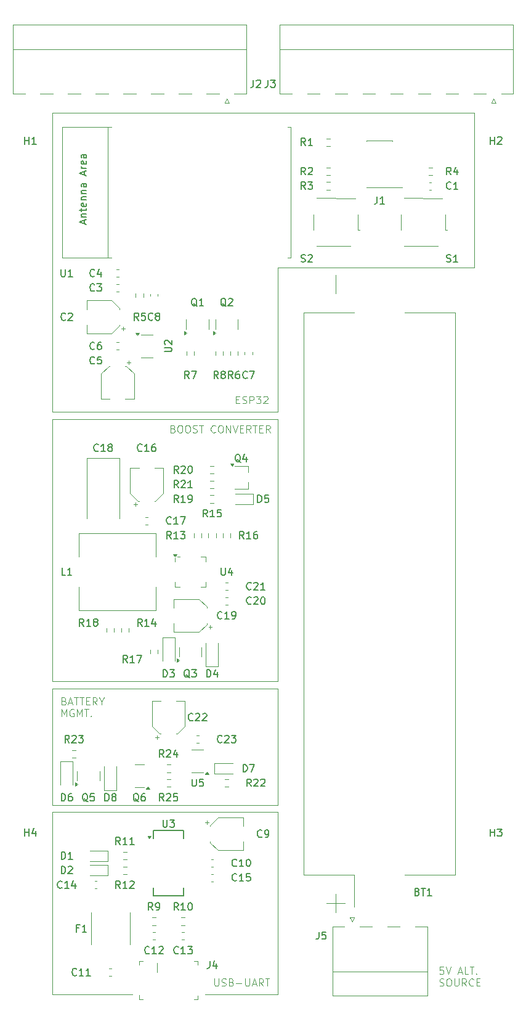
<source format=gbr>
%TF.GenerationSoftware,KiCad,Pcbnew,8.0.5-8.0.5-0~ubuntu24.04.1*%
%TF.CreationDate,2024-10-04T20:25:56+03:00*%
%TF.ProjectId,esp32-main,65737033-322d-46d6-9169-6e2e6b696361,rev?*%
%TF.SameCoordinates,Original*%
%TF.FileFunction,Legend,Top*%
%TF.FilePolarity,Positive*%
%FSLAX46Y46*%
G04 Gerber Fmt 4.6, Leading zero omitted, Abs format (unit mm)*
G04 Created by KiCad (PCBNEW 8.0.5-8.0.5-0~ubuntu24.04.1) date 2024-10-04 20:25:56*
%MOMM*%
%LPD*%
G01*
G04 APERTURE LIST*
%ADD10C,0.100000*%
%ADD11C,0.150000*%
%ADD12C,0.120000*%
G04 APERTURE END LIST*
D10*
X146000000Y-129000000D02*
X147000000Y-129000000D01*
X116000000Y-79000000D02*
X116000000Y-76000000D01*
X146000000Y-155000000D02*
X147000000Y-155000000D01*
X147000000Y-71000000D02*
X147000000Y-56000000D01*
X174000000Y-55250000D02*
X150000000Y-55250000D01*
X116000000Y-71000000D02*
X116000000Y-34000000D01*
X147000000Y-112000000D02*
X147000000Y-79000000D01*
X146000000Y-113000000D02*
X147000000Y-113000000D01*
X146000000Y-130000000D02*
X147000000Y-130000000D01*
X146000000Y-155000000D02*
X137000000Y-155000000D01*
X125000000Y-113000000D02*
X146000000Y-113000000D01*
X116000000Y-130000000D02*
X146000000Y-130000000D01*
X146000000Y-129000000D02*
X125000000Y-129000000D01*
X116000000Y-112000000D02*
X147000000Y-112000000D01*
X147000000Y-55250000D02*
X150000000Y-55250000D01*
X127000000Y-155000000D02*
X116000000Y-155000000D01*
X116000000Y-129000000D02*
X125000000Y-129000000D01*
X147000000Y-71000000D02*
X147000000Y-74000000D01*
X116000000Y-71000000D02*
X116000000Y-75000000D01*
X116000000Y-129000000D02*
X116000000Y-113000000D01*
X147000000Y-79000000D02*
X147000000Y-76000000D01*
X147000000Y-56000000D02*
X147000000Y-55250000D01*
X116000000Y-34000000D02*
X174000000Y-34000000D01*
X174000000Y-34000000D02*
X174000000Y-55000000D01*
X116000000Y-76000000D02*
X117000000Y-76000000D01*
X147000000Y-74000000D02*
X147000000Y-75000000D01*
X116000000Y-113000000D02*
X125000000Y-113000000D01*
X147000000Y-113000000D02*
X147000000Y-129000000D01*
X174000000Y-55000000D02*
X174000000Y-55250000D01*
X147000000Y-76000000D02*
X117000000Y-76000000D01*
X147000000Y-130000000D02*
X147000000Y-155000000D01*
X116000000Y-79000000D02*
X116000000Y-112000000D01*
X147000000Y-75000000D02*
X116000000Y-75000000D01*
X116000000Y-155000000D02*
X116000000Y-130000000D01*
X141303884Y-73348609D02*
X141637217Y-73348609D01*
X141780074Y-73872419D02*
X141303884Y-73872419D01*
X141303884Y-73872419D02*
X141303884Y-72872419D01*
X141303884Y-72872419D02*
X141780074Y-72872419D01*
X142161027Y-73824800D02*
X142303884Y-73872419D01*
X142303884Y-73872419D02*
X142541979Y-73872419D01*
X142541979Y-73872419D02*
X142637217Y-73824800D01*
X142637217Y-73824800D02*
X142684836Y-73777180D01*
X142684836Y-73777180D02*
X142732455Y-73681942D01*
X142732455Y-73681942D02*
X142732455Y-73586704D01*
X142732455Y-73586704D02*
X142684836Y-73491466D01*
X142684836Y-73491466D02*
X142637217Y-73443847D01*
X142637217Y-73443847D02*
X142541979Y-73396228D01*
X142541979Y-73396228D02*
X142351503Y-73348609D01*
X142351503Y-73348609D02*
X142256265Y-73300990D01*
X142256265Y-73300990D02*
X142208646Y-73253371D01*
X142208646Y-73253371D02*
X142161027Y-73158133D01*
X142161027Y-73158133D02*
X142161027Y-73062895D01*
X142161027Y-73062895D02*
X142208646Y-72967657D01*
X142208646Y-72967657D02*
X142256265Y-72920038D01*
X142256265Y-72920038D02*
X142351503Y-72872419D01*
X142351503Y-72872419D02*
X142589598Y-72872419D01*
X142589598Y-72872419D02*
X142732455Y-72920038D01*
X143161027Y-73872419D02*
X143161027Y-72872419D01*
X143161027Y-72872419D02*
X143541979Y-72872419D01*
X143541979Y-72872419D02*
X143637217Y-72920038D01*
X143637217Y-72920038D02*
X143684836Y-72967657D01*
X143684836Y-72967657D02*
X143732455Y-73062895D01*
X143732455Y-73062895D02*
X143732455Y-73205752D01*
X143732455Y-73205752D02*
X143684836Y-73300990D01*
X143684836Y-73300990D02*
X143637217Y-73348609D01*
X143637217Y-73348609D02*
X143541979Y-73396228D01*
X143541979Y-73396228D02*
X143161027Y-73396228D01*
X144065789Y-72872419D02*
X144684836Y-72872419D01*
X144684836Y-72872419D02*
X144351503Y-73253371D01*
X144351503Y-73253371D02*
X144494360Y-73253371D01*
X144494360Y-73253371D02*
X144589598Y-73300990D01*
X144589598Y-73300990D02*
X144637217Y-73348609D01*
X144637217Y-73348609D02*
X144684836Y-73443847D01*
X144684836Y-73443847D02*
X144684836Y-73681942D01*
X144684836Y-73681942D02*
X144637217Y-73777180D01*
X144637217Y-73777180D02*
X144589598Y-73824800D01*
X144589598Y-73824800D02*
X144494360Y-73872419D01*
X144494360Y-73872419D02*
X144208646Y-73872419D01*
X144208646Y-73872419D02*
X144113408Y-73824800D01*
X144113408Y-73824800D02*
X144065789Y-73777180D01*
X145065789Y-72967657D02*
X145113408Y-72920038D01*
X145113408Y-72920038D02*
X145208646Y-72872419D01*
X145208646Y-72872419D02*
X145446741Y-72872419D01*
X145446741Y-72872419D02*
X145541979Y-72920038D01*
X145541979Y-72920038D02*
X145589598Y-72967657D01*
X145589598Y-72967657D02*
X145637217Y-73062895D01*
X145637217Y-73062895D02*
X145637217Y-73158133D01*
X145637217Y-73158133D02*
X145589598Y-73300990D01*
X145589598Y-73300990D02*
X145018170Y-73872419D01*
X145018170Y-73872419D02*
X145637217Y-73872419D01*
X169780074Y-151262475D02*
X169303884Y-151262475D01*
X169303884Y-151262475D02*
X169256265Y-151738665D01*
X169256265Y-151738665D02*
X169303884Y-151691046D01*
X169303884Y-151691046D02*
X169399122Y-151643427D01*
X169399122Y-151643427D02*
X169637217Y-151643427D01*
X169637217Y-151643427D02*
X169732455Y-151691046D01*
X169732455Y-151691046D02*
X169780074Y-151738665D01*
X169780074Y-151738665D02*
X169827693Y-151833903D01*
X169827693Y-151833903D02*
X169827693Y-152071998D01*
X169827693Y-152071998D02*
X169780074Y-152167236D01*
X169780074Y-152167236D02*
X169732455Y-152214856D01*
X169732455Y-152214856D02*
X169637217Y-152262475D01*
X169637217Y-152262475D02*
X169399122Y-152262475D01*
X169399122Y-152262475D02*
X169303884Y-152214856D01*
X169303884Y-152214856D02*
X169256265Y-152167236D01*
X170113408Y-151262475D02*
X170446741Y-152262475D01*
X170446741Y-152262475D02*
X170780074Y-151262475D01*
X171827694Y-151976760D02*
X172303884Y-151976760D01*
X171732456Y-152262475D02*
X172065789Y-151262475D01*
X172065789Y-151262475D02*
X172399122Y-152262475D01*
X173208646Y-152262475D02*
X172732456Y-152262475D01*
X172732456Y-152262475D02*
X172732456Y-151262475D01*
X173399123Y-151262475D02*
X173970551Y-151262475D01*
X173684837Y-152262475D02*
X173684837Y-151262475D01*
X174303885Y-152167236D02*
X174351504Y-152214856D01*
X174351504Y-152214856D02*
X174303885Y-152262475D01*
X174303885Y-152262475D02*
X174256266Y-152214856D01*
X174256266Y-152214856D02*
X174303885Y-152167236D01*
X174303885Y-152167236D02*
X174303885Y-152262475D01*
X169256265Y-153824800D02*
X169399122Y-153872419D01*
X169399122Y-153872419D02*
X169637217Y-153872419D01*
X169637217Y-153872419D02*
X169732455Y-153824800D01*
X169732455Y-153824800D02*
X169780074Y-153777180D01*
X169780074Y-153777180D02*
X169827693Y-153681942D01*
X169827693Y-153681942D02*
X169827693Y-153586704D01*
X169827693Y-153586704D02*
X169780074Y-153491466D01*
X169780074Y-153491466D02*
X169732455Y-153443847D01*
X169732455Y-153443847D02*
X169637217Y-153396228D01*
X169637217Y-153396228D02*
X169446741Y-153348609D01*
X169446741Y-153348609D02*
X169351503Y-153300990D01*
X169351503Y-153300990D02*
X169303884Y-153253371D01*
X169303884Y-153253371D02*
X169256265Y-153158133D01*
X169256265Y-153158133D02*
X169256265Y-153062895D01*
X169256265Y-153062895D02*
X169303884Y-152967657D01*
X169303884Y-152967657D02*
X169351503Y-152920038D01*
X169351503Y-152920038D02*
X169446741Y-152872419D01*
X169446741Y-152872419D02*
X169684836Y-152872419D01*
X169684836Y-152872419D02*
X169827693Y-152920038D01*
X170446741Y-152872419D02*
X170637217Y-152872419D01*
X170637217Y-152872419D02*
X170732455Y-152920038D01*
X170732455Y-152920038D02*
X170827693Y-153015276D01*
X170827693Y-153015276D02*
X170875312Y-153205752D01*
X170875312Y-153205752D02*
X170875312Y-153539085D01*
X170875312Y-153539085D02*
X170827693Y-153729561D01*
X170827693Y-153729561D02*
X170732455Y-153824800D01*
X170732455Y-153824800D02*
X170637217Y-153872419D01*
X170637217Y-153872419D02*
X170446741Y-153872419D01*
X170446741Y-153872419D02*
X170351503Y-153824800D01*
X170351503Y-153824800D02*
X170256265Y-153729561D01*
X170256265Y-153729561D02*
X170208646Y-153539085D01*
X170208646Y-153539085D02*
X170208646Y-153205752D01*
X170208646Y-153205752D02*
X170256265Y-153015276D01*
X170256265Y-153015276D02*
X170351503Y-152920038D01*
X170351503Y-152920038D02*
X170446741Y-152872419D01*
X171303884Y-152872419D02*
X171303884Y-153681942D01*
X171303884Y-153681942D02*
X171351503Y-153777180D01*
X171351503Y-153777180D02*
X171399122Y-153824800D01*
X171399122Y-153824800D02*
X171494360Y-153872419D01*
X171494360Y-153872419D02*
X171684836Y-153872419D01*
X171684836Y-153872419D02*
X171780074Y-153824800D01*
X171780074Y-153824800D02*
X171827693Y-153777180D01*
X171827693Y-153777180D02*
X171875312Y-153681942D01*
X171875312Y-153681942D02*
X171875312Y-152872419D01*
X172922931Y-153872419D02*
X172589598Y-153396228D01*
X172351503Y-153872419D02*
X172351503Y-152872419D01*
X172351503Y-152872419D02*
X172732455Y-152872419D01*
X172732455Y-152872419D02*
X172827693Y-152920038D01*
X172827693Y-152920038D02*
X172875312Y-152967657D01*
X172875312Y-152967657D02*
X172922931Y-153062895D01*
X172922931Y-153062895D02*
X172922931Y-153205752D01*
X172922931Y-153205752D02*
X172875312Y-153300990D01*
X172875312Y-153300990D02*
X172827693Y-153348609D01*
X172827693Y-153348609D02*
X172732455Y-153396228D01*
X172732455Y-153396228D02*
X172351503Y-153396228D01*
X173922931Y-153777180D02*
X173875312Y-153824800D01*
X173875312Y-153824800D02*
X173732455Y-153872419D01*
X173732455Y-153872419D02*
X173637217Y-153872419D01*
X173637217Y-153872419D02*
X173494360Y-153824800D01*
X173494360Y-153824800D02*
X173399122Y-153729561D01*
X173399122Y-153729561D02*
X173351503Y-153634323D01*
X173351503Y-153634323D02*
X173303884Y-153443847D01*
X173303884Y-153443847D02*
X173303884Y-153300990D01*
X173303884Y-153300990D02*
X173351503Y-153110514D01*
X173351503Y-153110514D02*
X173399122Y-153015276D01*
X173399122Y-153015276D02*
X173494360Y-152920038D01*
X173494360Y-152920038D02*
X173637217Y-152872419D01*
X173637217Y-152872419D02*
X173732455Y-152872419D01*
X173732455Y-152872419D02*
X173875312Y-152920038D01*
X173875312Y-152920038D02*
X173922931Y-152967657D01*
X174351503Y-153348609D02*
X174684836Y-153348609D01*
X174827693Y-153872419D02*
X174351503Y-153872419D01*
X174351503Y-153872419D02*
X174351503Y-152872419D01*
X174351503Y-152872419D02*
X174827693Y-152872419D01*
X138303884Y-152872419D02*
X138303884Y-153681942D01*
X138303884Y-153681942D02*
X138351503Y-153777180D01*
X138351503Y-153777180D02*
X138399122Y-153824800D01*
X138399122Y-153824800D02*
X138494360Y-153872419D01*
X138494360Y-153872419D02*
X138684836Y-153872419D01*
X138684836Y-153872419D02*
X138780074Y-153824800D01*
X138780074Y-153824800D02*
X138827693Y-153777180D01*
X138827693Y-153777180D02*
X138875312Y-153681942D01*
X138875312Y-153681942D02*
X138875312Y-152872419D01*
X139303884Y-153824800D02*
X139446741Y-153872419D01*
X139446741Y-153872419D02*
X139684836Y-153872419D01*
X139684836Y-153872419D02*
X139780074Y-153824800D01*
X139780074Y-153824800D02*
X139827693Y-153777180D01*
X139827693Y-153777180D02*
X139875312Y-153681942D01*
X139875312Y-153681942D02*
X139875312Y-153586704D01*
X139875312Y-153586704D02*
X139827693Y-153491466D01*
X139827693Y-153491466D02*
X139780074Y-153443847D01*
X139780074Y-153443847D02*
X139684836Y-153396228D01*
X139684836Y-153396228D02*
X139494360Y-153348609D01*
X139494360Y-153348609D02*
X139399122Y-153300990D01*
X139399122Y-153300990D02*
X139351503Y-153253371D01*
X139351503Y-153253371D02*
X139303884Y-153158133D01*
X139303884Y-153158133D02*
X139303884Y-153062895D01*
X139303884Y-153062895D02*
X139351503Y-152967657D01*
X139351503Y-152967657D02*
X139399122Y-152920038D01*
X139399122Y-152920038D02*
X139494360Y-152872419D01*
X139494360Y-152872419D02*
X139732455Y-152872419D01*
X139732455Y-152872419D02*
X139875312Y-152920038D01*
X140637217Y-153348609D02*
X140780074Y-153396228D01*
X140780074Y-153396228D02*
X140827693Y-153443847D01*
X140827693Y-153443847D02*
X140875312Y-153539085D01*
X140875312Y-153539085D02*
X140875312Y-153681942D01*
X140875312Y-153681942D02*
X140827693Y-153777180D01*
X140827693Y-153777180D02*
X140780074Y-153824800D01*
X140780074Y-153824800D02*
X140684836Y-153872419D01*
X140684836Y-153872419D02*
X140303884Y-153872419D01*
X140303884Y-153872419D02*
X140303884Y-152872419D01*
X140303884Y-152872419D02*
X140637217Y-152872419D01*
X140637217Y-152872419D02*
X140732455Y-152920038D01*
X140732455Y-152920038D02*
X140780074Y-152967657D01*
X140780074Y-152967657D02*
X140827693Y-153062895D01*
X140827693Y-153062895D02*
X140827693Y-153158133D01*
X140827693Y-153158133D02*
X140780074Y-153253371D01*
X140780074Y-153253371D02*
X140732455Y-153300990D01*
X140732455Y-153300990D02*
X140637217Y-153348609D01*
X140637217Y-153348609D02*
X140303884Y-153348609D01*
X141303884Y-153491466D02*
X142065789Y-153491466D01*
X142541979Y-152872419D02*
X142541979Y-153681942D01*
X142541979Y-153681942D02*
X142589598Y-153777180D01*
X142589598Y-153777180D02*
X142637217Y-153824800D01*
X142637217Y-153824800D02*
X142732455Y-153872419D01*
X142732455Y-153872419D02*
X142922931Y-153872419D01*
X142922931Y-153872419D02*
X143018169Y-153824800D01*
X143018169Y-153824800D02*
X143065788Y-153777180D01*
X143065788Y-153777180D02*
X143113407Y-153681942D01*
X143113407Y-153681942D02*
X143113407Y-152872419D01*
X143541979Y-153586704D02*
X144018169Y-153586704D01*
X143446741Y-153872419D02*
X143780074Y-152872419D01*
X143780074Y-152872419D02*
X144113407Y-153872419D01*
X145018169Y-153872419D02*
X144684836Y-153396228D01*
X144446741Y-153872419D02*
X144446741Y-152872419D01*
X144446741Y-152872419D02*
X144827693Y-152872419D01*
X144827693Y-152872419D02*
X144922931Y-152920038D01*
X144922931Y-152920038D02*
X144970550Y-152967657D01*
X144970550Y-152967657D02*
X145018169Y-153062895D01*
X145018169Y-153062895D02*
X145018169Y-153205752D01*
X145018169Y-153205752D02*
X144970550Y-153300990D01*
X144970550Y-153300990D02*
X144922931Y-153348609D01*
X144922931Y-153348609D02*
X144827693Y-153396228D01*
X144827693Y-153396228D02*
X144446741Y-153396228D01*
X145303884Y-152872419D02*
X145875312Y-152872419D01*
X145589598Y-153872419D02*
X145589598Y-152872419D01*
X117637217Y-114738665D02*
X117780074Y-114786284D01*
X117780074Y-114786284D02*
X117827693Y-114833903D01*
X117827693Y-114833903D02*
X117875312Y-114929141D01*
X117875312Y-114929141D02*
X117875312Y-115071998D01*
X117875312Y-115071998D02*
X117827693Y-115167236D01*
X117827693Y-115167236D02*
X117780074Y-115214856D01*
X117780074Y-115214856D02*
X117684836Y-115262475D01*
X117684836Y-115262475D02*
X117303884Y-115262475D01*
X117303884Y-115262475D02*
X117303884Y-114262475D01*
X117303884Y-114262475D02*
X117637217Y-114262475D01*
X117637217Y-114262475D02*
X117732455Y-114310094D01*
X117732455Y-114310094D02*
X117780074Y-114357713D01*
X117780074Y-114357713D02*
X117827693Y-114452951D01*
X117827693Y-114452951D02*
X117827693Y-114548189D01*
X117827693Y-114548189D02*
X117780074Y-114643427D01*
X117780074Y-114643427D02*
X117732455Y-114691046D01*
X117732455Y-114691046D02*
X117637217Y-114738665D01*
X117637217Y-114738665D02*
X117303884Y-114738665D01*
X118256265Y-114976760D02*
X118732455Y-114976760D01*
X118161027Y-115262475D02*
X118494360Y-114262475D01*
X118494360Y-114262475D02*
X118827693Y-115262475D01*
X119018170Y-114262475D02*
X119589598Y-114262475D01*
X119303884Y-115262475D02*
X119303884Y-114262475D01*
X119780075Y-114262475D02*
X120351503Y-114262475D01*
X120065789Y-115262475D02*
X120065789Y-114262475D01*
X120684837Y-114738665D02*
X121018170Y-114738665D01*
X121161027Y-115262475D02*
X120684837Y-115262475D01*
X120684837Y-115262475D02*
X120684837Y-114262475D01*
X120684837Y-114262475D02*
X121161027Y-114262475D01*
X122161027Y-115262475D02*
X121827694Y-114786284D01*
X121589599Y-115262475D02*
X121589599Y-114262475D01*
X121589599Y-114262475D02*
X121970551Y-114262475D01*
X121970551Y-114262475D02*
X122065789Y-114310094D01*
X122065789Y-114310094D02*
X122113408Y-114357713D01*
X122113408Y-114357713D02*
X122161027Y-114452951D01*
X122161027Y-114452951D02*
X122161027Y-114595808D01*
X122161027Y-114595808D02*
X122113408Y-114691046D01*
X122113408Y-114691046D02*
X122065789Y-114738665D01*
X122065789Y-114738665D02*
X121970551Y-114786284D01*
X121970551Y-114786284D02*
X121589599Y-114786284D01*
X122780075Y-114786284D02*
X122780075Y-115262475D01*
X122446742Y-114262475D02*
X122780075Y-114786284D01*
X122780075Y-114786284D02*
X123113408Y-114262475D01*
X117303884Y-116872419D02*
X117303884Y-115872419D01*
X117303884Y-115872419D02*
X117637217Y-116586704D01*
X117637217Y-116586704D02*
X117970550Y-115872419D01*
X117970550Y-115872419D02*
X117970550Y-116872419D01*
X118970550Y-115920038D02*
X118875312Y-115872419D01*
X118875312Y-115872419D02*
X118732455Y-115872419D01*
X118732455Y-115872419D02*
X118589598Y-115920038D01*
X118589598Y-115920038D02*
X118494360Y-116015276D01*
X118494360Y-116015276D02*
X118446741Y-116110514D01*
X118446741Y-116110514D02*
X118399122Y-116300990D01*
X118399122Y-116300990D02*
X118399122Y-116443847D01*
X118399122Y-116443847D02*
X118446741Y-116634323D01*
X118446741Y-116634323D02*
X118494360Y-116729561D01*
X118494360Y-116729561D02*
X118589598Y-116824800D01*
X118589598Y-116824800D02*
X118732455Y-116872419D01*
X118732455Y-116872419D02*
X118827693Y-116872419D01*
X118827693Y-116872419D02*
X118970550Y-116824800D01*
X118970550Y-116824800D02*
X119018169Y-116777180D01*
X119018169Y-116777180D02*
X119018169Y-116443847D01*
X119018169Y-116443847D02*
X118827693Y-116443847D01*
X119446741Y-116872419D02*
X119446741Y-115872419D01*
X119446741Y-115872419D02*
X119780074Y-116586704D01*
X119780074Y-116586704D02*
X120113407Y-115872419D01*
X120113407Y-115872419D02*
X120113407Y-116872419D01*
X120446741Y-115872419D02*
X121018169Y-115872419D01*
X120732455Y-116872419D02*
X120732455Y-115872419D01*
X121351503Y-116777180D02*
X121399122Y-116824800D01*
X121399122Y-116824800D02*
X121351503Y-116872419D01*
X121351503Y-116872419D02*
X121303884Y-116824800D01*
X121303884Y-116824800D02*
X121351503Y-116777180D01*
X121351503Y-116777180D02*
X121351503Y-116872419D01*
X132637217Y-77348609D02*
X132780074Y-77396228D01*
X132780074Y-77396228D02*
X132827693Y-77443847D01*
X132827693Y-77443847D02*
X132875312Y-77539085D01*
X132875312Y-77539085D02*
X132875312Y-77681942D01*
X132875312Y-77681942D02*
X132827693Y-77777180D01*
X132827693Y-77777180D02*
X132780074Y-77824800D01*
X132780074Y-77824800D02*
X132684836Y-77872419D01*
X132684836Y-77872419D02*
X132303884Y-77872419D01*
X132303884Y-77872419D02*
X132303884Y-76872419D01*
X132303884Y-76872419D02*
X132637217Y-76872419D01*
X132637217Y-76872419D02*
X132732455Y-76920038D01*
X132732455Y-76920038D02*
X132780074Y-76967657D01*
X132780074Y-76967657D02*
X132827693Y-77062895D01*
X132827693Y-77062895D02*
X132827693Y-77158133D01*
X132827693Y-77158133D02*
X132780074Y-77253371D01*
X132780074Y-77253371D02*
X132732455Y-77300990D01*
X132732455Y-77300990D02*
X132637217Y-77348609D01*
X132637217Y-77348609D02*
X132303884Y-77348609D01*
X133494360Y-76872419D02*
X133684836Y-76872419D01*
X133684836Y-76872419D02*
X133780074Y-76920038D01*
X133780074Y-76920038D02*
X133875312Y-77015276D01*
X133875312Y-77015276D02*
X133922931Y-77205752D01*
X133922931Y-77205752D02*
X133922931Y-77539085D01*
X133922931Y-77539085D02*
X133875312Y-77729561D01*
X133875312Y-77729561D02*
X133780074Y-77824800D01*
X133780074Y-77824800D02*
X133684836Y-77872419D01*
X133684836Y-77872419D02*
X133494360Y-77872419D01*
X133494360Y-77872419D02*
X133399122Y-77824800D01*
X133399122Y-77824800D02*
X133303884Y-77729561D01*
X133303884Y-77729561D02*
X133256265Y-77539085D01*
X133256265Y-77539085D02*
X133256265Y-77205752D01*
X133256265Y-77205752D02*
X133303884Y-77015276D01*
X133303884Y-77015276D02*
X133399122Y-76920038D01*
X133399122Y-76920038D02*
X133494360Y-76872419D01*
X134541979Y-76872419D02*
X134732455Y-76872419D01*
X134732455Y-76872419D02*
X134827693Y-76920038D01*
X134827693Y-76920038D02*
X134922931Y-77015276D01*
X134922931Y-77015276D02*
X134970550Y-77205752D01*
X134970550Y-77205752D02*
X134970550Y-77539085D01*
X134970550Y-77539085D02*
X134922931Y-77729561D01*
X134922931Y-77729561D02*
X134827693Y-77824800D01*
X134827693Y-77824800D02*
X134732455Y-77872419D01*
X134732455Y-77872419D02*
X134541979Y-77872419D01*
X134541979Y-77872419D02*
X134446741Y-77824800D01*
X134446741Y-77824800D02*
X134351503Y-77729561D01*
X134351503Y-77729561D02*
X134303884Y-77539085D01*
X134303884Y-77539085D02*
X134303884Y-77205752D01*
X134303884Y-77205752D02*
X134351503Y-77015276D01*
X134351503Y-77015276D02*
X134446741Y-76920038D01*
X134446741Y-76920038D02*
X134541979Y-76872419D01*
X135351503Y-77824800D02*
X135494360Y-77872419D01*
X135494360Y-77872419D02*
X135732455Y-77872419D01*
X135732455Y-77872419D02*
X135827693Y-77824800D01*
X135827693Y-77824800D02*
X135875312Y-77777180D01*
X135875312Y-77777180D02*
X135922931Y-77681942D01*
X135922931Y-77681942D02*
X135922931Y-77586704D01*
X135922931Y-77586704D02*
X135875312Y-77491466D01*
X135875312Y-77491466D02*
X135827693Y-77443847D01*
X135827693Y-77443847D02*
X135732455Y-77396228D01*
X135732455Y-77396228D02*
X135541979Y-77348609D01*
X135541979Y-77348609D02*
X135446741Y-77300990D01*
X135446741Y-77300990D02*
X135399122Y-77253371D01*
X135399122Y-77253371D02*
X135351503Y-77158133D01*
X135351503Y-77158133D02*
X135351503Y-77062895D01*
X135351503Y-77062895D02*
X135399122Y-76967657D01*
X135399122Y-76967657D02*
X135446741Y-76920038D01*
X135446741Y-76920038D02*
X135541979Y-76872419D01*
X135541979Y-76872419D02*
X135780074Y-76872419D01*
X135780074Y-76872419D02*
X135922931Y-76920038D01*
X136208646Y-76872419D02*
X136780074Y-76872419D01*
X136494360Y-77872419D02*
X136494360Y-76872419D01*
X138446741Y-77777180D02*
X138399122Y-77824800D01*
X138399122Y-77824800D02*
X138256265Y-77872419D01*
X138256265Y-77872419D02*
X138161027Y-77872419D01*
X138161027Y-77872419D02*
X138018170Y-77824800D01*
X138018170Y-77824800D02*
X137922932Y-77729561D01*
X137922932Y-77729561D02*
X137875313Y-77634323D01*
X137875313Y-77634323D02*
X137827694Y-77443847D01*
X137827694Y-77443847D02*
X137827694Y-77300990D01*
X137827694Y-77300990D02*
X137875313Y-77110514D01*
X137875313Y-77110514D02*
X137922932Y-77015276D01*
X137922932Y-77015276D02*
X138018170Y-76920038D01*
X138018170Y-76920038D02*
X138161027Y-76872419D01*
X138161027Y-76872419D02*
X138256265Y-76872419D01*
X138256265Y-76872419D02*
X138399122Y-76920038D01*
X138399122Y-76920038D02*
X138446741Y-76967657D01*
X139065789Y-76872419D02*
X139256265Y-76872419D01*
X139256265Y-76872419D02*
X139351503Y-76920038D01*
X139351503Y-76920038D02*
X139446741Y-77015276D01*
X139446741Y-77015276D02*
X139494360Y-77205752D01*
X139494360Y-77205752D02*
X139494360Y-77539085D01*
X139494360Y-77539085D02*
X139446741Y-77729561D01*
X139446741Y-77729561D02*
X139351503Y-77824800D01*
X139351503Y-77824800D02*
X139256265Y-77872419D01*
X139256265Y-77872419D02*
X139065789Y-77872419D01*
X139065789Y-77872419D02*
X138970551Y-77824800D01*
X138970551Y-77824800D02*
X138875313Y-77729561D01*
X138875313Y-77729561D02*
X138827694Y-77539085D01*
X138827694Y-77539085D02*
X138827694Y-77205752D01*
X138827694Y-77205752D02*
X138875313Y-77015276D01*
X138875313Y-77015276D02*
X138970551Y-76920038D01*
X138970551Y-76920038D02*
X139065789Y-76872419D01*
X139922932Y-77872419D02*
X139922932Y-76872419D01*
X139922932Y-76872419D02*
X140494360Y-77872419D01*
X140494360Y-77872419D02*
X140494360Y-76872419D01*
X140827694Y-76872419D02*
X141161027Y-77872419D01*
X141161027Y-77872419D02*
X141494360Y-76872419D01*
X141827694Y-77348609D02*
X142161027Y-77348609D01*
X142303884Y-77872419D02*
X141827694Y-77872419D01*
X141827694Y-77872419D02*
X141827694Y-76872419D01*
X141827694Y-76872419D02*
X142303884Y-76872419D01*
X143303884Y-77872419D02*
X142970551Y-77396228D01*
X142732456Y-77872419D02*
X142732456Y-76872419D01*
X142732456Y-76872419D02*
X143113408Y-76872419D01*
X143113408Y-76872419D02*
X143208646Y-76920038D01*
X143208646Y-76920038D02*
X143256265Y-76967657D01*
X143256265Y-76967657D02*
X143303884Y-77062895D01*
X143303884Y-77062895D02*
X143303884Y-77205752D01*
X143303884Y-77205752D02*
X143256265Y-77300990D01*
X143256265Y-77300990D02*
X143208646Y-77348609D01*
X143208646Y-77348609D02*
X143113408Y-77396228D01*
X143113408Y-77396228D02*
X142732456Y-77396228D01*
X143589599Y-76872419D02*
X144161027Y-76872419D01*
X143875313Y-77872419D02*
X143875313Y-76872419D01*
X144494361Y-77348609D02*
X144827694Y-77348609D01*
X144970551Y-77872419D02*
X144494361Y-77872419D01*
X144494361Y-77872419D02*
X144494361Y-76872419D01*
X144494361Y-76872419D02*
X144970551Y-76872419D01*
X145970551Y-77872419D02*
X145637218Y-77396228D01*
X145399123Y-77872419D02*
X145399123Y-76872419D01*
X145399123Y-76872419D02*
X145780075Y-76872419D01*
X145780075Y-76872419D02*
X145875313Y-76920038D01*
X145875313Y-76920038D02*
X145922932Y-76967657D01*
X145922932Y-76967657D02*
X145970551Y-77062895D01*
X145970551Y-77062895D02*
X145970551Y-77205752D01*
X145970551Y-77205752D02*
X145922932Y-77300990D01*
X145922932Y-77300990D02*
X145875313Y-77348609D01*
X145875313Y-77348609D02*
X145780075Y-77396228D01*
X145780075Y-77396228D02*
X145399123Y-77396228D01*
D11*
X170238095Y-54407200D02*
X170380952Y-54454819D01*
X170380952Y-54454819D02*
X170619047Y-54454819D01*
X170619047Y-54454819D02*
X170714285Y-54407200D01*
X170714285Y-54407200D02*
X170761904Y-54359580D01*
X170761904Y-54359580D02*
X170809523Y-54264342D01*
X170809523Y-54264342D02*
X170809523Y-54169104D01*
X170809523Y-54169104D02*
X170761904Y-54073866D01*
X170761904Y-54073866D02*
X170714285Y-54026247D01*
X170714285Y-54026247D02*
X170619047Y-53978628D01*
X170619047Y-53978628D02*
X170428571Y-53931009D01*
X170428571Y-53931009D02*
X170333333Y-53883390D01*
X170333333Y-53883390D02*
X170285714Y-53835771D01*
X170285714Y-53835771D02*
X170238095Y-53740533D01*
X170238095Y-53740533D02*
X170238095Y-53645295D01*
X170238095Y-53645295D02*
X170285714Y-53550057D01*
X170285714Y-53550057D02*
X170333333Y-53502438D01*
X170333333Y-53502438D02*
X170428571Y-53454819D01*
X170428571Y-53454819D02*
X170666666Y-53454819D01*
X170666666Y-53454819D02*
X170809523Y-53502438D01*
X171761904Y-54454819D02*
X171190476Y-54454819D01*
X171476190Y-54454819D02*
X171476190Y-53454819D01*
X171476190Y-53454819D02*
X171380952Y-53597676D01*
X171380952Y-53597676D02*
X171285714Y-53692914D01*
X171285714Y-53692914D02*
X171190476Y-53740533D01*
X150238095Y-54407200D02*
X150380952Y-54454819D01*
X150380952Y-54454819D02*
X150619047Y-54454819D01*
X150619047Y-54454819D02*
X150714285Y-54407200D01*
X150714285Y-54407200D02*
X150761904Y-54359580D01*
X150761904Y-54359580D02*
X150809523Y-54264342D01*
X150809523Y-54264342D02*
X150809523Y-54169104D01*
X150809523Y-54169104D02*
X150761904Y-54073866D01*
X150761904Y-54073866D02*
X150714285Y-54026247D01*
X150714285Y-54026247D02*
X150619047Y-53978628D01*
X150619047Y-53978628D02*
X150428571Y-53931009D01*
X150428571Y-53931009D02*
X150333333Y-53883390D01*
X150333333Y-53883390D02*
X150285714Y-53835771D01*
X150285714Y-53835771D02*
X150238095Y-53740533D01*
X150238095Y-53740533D02*
X150238095Y-53645295D01*
X150238095Y-53645295D02*
X150285714Y-53550057D01*
X150285714Y-53550057D02*
X150333333Y-53502438D01*
X150333333Y-53502438D02*
X150428571Y-53454819D01*
X150428571Y-53454819D02*
X150666666Y-53454819D01*
X150666666Y-53454819D02*
X150809523Y-53502438D01*
X151190476Y-53550057D02*
X151238095Y-53502438D01*
X151238095Y-53502438D02*
X151333333Y-53454819D01*
X151333333Y-53454819D02*
X151571428Y-53454819D01*
X151571428Y-53454819D02*
X151666666Y-53502438D01*
X151666666Y-53502438D02*
X151714285Y-53550057D01*
X151714285Y-53550057D02*
X151761904Y-53645295D01*
X151761904Y-53645295D02*
X151761904Y-53740533D01*
X151761904Y-53740533D02*
X151714285Y-53883390D01*
X151714285Y-53883390D02*
X151142857Y-54454819D01*
X151142857Y-54454819D02*
X151761904Y-54454819D01*
X129833333Y-62359580D02*
X129785714Y-62407200D01*
X129785714Y-62407200D02*
X129642857Y-62454819D01*
X129642857Y-62454819D02*
X129547619Y-62454819D01*
X129547619Y-62454819D02*
X129404762Y-62407200D01*
X129404762Y-62407200D02*
X129309524Y-62311961D01*
X129309524Y-62311961D02*
X129261905Y-62216723D01*
X129261905Y-62216723D02*
X129214286Y-62026247D01*
X129214286Y-62026247D02*
X129214286Y-61883390D01*
X129214286Y-61883390D02*
X129261905Y-61692914D01*
X129261905Y-61692914D02*
X129309524Y-61597676D01*
X129309524Y-61597676D02*
X129404762Y-61502438D01*
X129404762Y-61502438D02*
X129547619Y-61454819D01*
X129547619Y-61454819D02*
X129642857Y-61454819D01*
X129642857Y-61454819D02*
X129785714Y-61502438D01*
X129785714Y-61502438D02*
X129833333Y-61550057D01*
X130404762Y-61883390D02*
X130309524Y-61835771D01*
X130309524Y-61835771D02*
X130261905Y-61788152D01*
X130261905Y-61788152D02*
X130214286Y-61692914D01*
X130214286Y-61692914D02*
X130214286Y-61645295D01*
X130214286Y-61645295D02*
X130261905Y-61550057D01*
X130261905Y-61550057D02*
X130309524Y-61502438D01*
X130309524Y-61502438D02*
X130404762Y-61454819D01*
X130404762Y-61454819D02*
X130595238Y-61454819D01*
X130595238Y-61454819D02*
X130690476Y-61502438D01*
X130690476Y-61502438D02*
X130738095Y-61550057D01*
X130738095Y-61550057D02*
X130785714Y-61645295D01*
X130785714Y-61645295D02*
X130785714Y-61692914D01*
X130785714Y-61692914D02*
X130738095Y-61788152D01*
X130738095Y-61788152D02*
X130690476Y-61835771D01*
X130690476Y-61835771D02*
X130595238Y-61883390D01*
X130595238Y-61883390D02*
X130404762Y-61883390D01*
X130404762Y-61883390D02*
X130309524Y-61931009D01*
X130309524Y-61931009D02*
X130261905Y-61978628D01*
X130261905Y-61978628D02*
X130214286Y-62073866D01*
X130214286Y-62073866D02*
X130214286Y-62264342D01*
X130214286Y-62264342D02*
X130261905Y-62359580D01*
X130261905Y-62359580D02*
X130309524Y-62407200D01*
X130309524Y-62407200D02*
X130404762Y-62454819D01*
X130404762Y-62454819D02*
X130595238Y-62454819D01*
X130595238Y-62454819D02*
X130690476Y-62407200D01*
X130690476Y-62407200D02*
X130738095Y-62359580D01*
X130738095Y-62359580D02*
X130785714Y-62264342D01*
X130785714Y-62264342D02*
X130785714Y-62073866D01*
X130785714Y-62073866D02*
X130738095Y-61978628D01*
X130738095Y-61978628D02*
X130690476Y-61931009D01*
X130690476Y-61931009D02*
X130595238Y-61883390D01*
X117833333Y-97454819D02*
X117357143Y-97454819D01*
X117357143Y-97454819D02*
X117357143Y-96454819D01*
X118690476Y-97454819D02*
X118119048Y-97454819D01*
X118404762Y-97454819D02*
X118404762Y-96454819D01*
X118404762Y-96454819D02*
X118309524Y-96597676D01*
X118309524Y-96597676D02*
X118214286Y-96692914D01*
X118214286Y-96692914D02*
X118119048Y-96740533D01*
X137357142Y-89454819D02*
X137023809Y-88978628D01*
X136785714Y-89454819D02*
X136785714Y-88454819D01*
X136785714Y-88454819D02*
X137166666Y-88454819D01*
X137166666Y-88454819D02*
X137261904Y-88502438D01*
X137261904Y-88502438D02*
X137309523Y-88550057D01*
X137309523Y-88550057D02*
X137357142Y-88645295D01*
X137357142Y-88645295D02*
X137357142Y-88788152D01*
X137357142Y-88788152D02*
X137309523Y-88883390D01*
X137309523Y-88883390D02*
X137261904Y-88931009D01*
X137261904Y-88931009D02*
X137166666Y-88978628D01*
X137166666Y-88978628D02*
X136785714Y-88978628D01*
X138309523Y-89454819D02*
X137738095Y-89454819D01*
X138023809Y-89454819D02*
X138023809Y-88454819D01*
X138023809Y-88454819D02*
X137928571Y-88597676D01*
X137928571Y-88597676D02*
X137833333Y-88692914D01*
X137833333Y-88692914D02*
X137738095Y-88740533D01*
X139214285Y-88454819D02*
X138738095Y-88454819D01*
X138738095Y-88454819D02*
X138690476Y-88931009D01*
X138690476Y-88931009D02*
X138738095Y-88883390D01*
X138738095Y-88883390D02*
X138833333Y-88835771D01*
X138833333Y-88835771D02*
X139071428Y-88835771D01*
X139071428Y-88835771D02*
X139166666Y-88883390D01*
X139166666Y-88883390D02*
X139214285Y-88931009D01*
X139214285Y-88931009D02*
X139261904Y-89026247D01*
X139261904Y-89026247D02*
X139261904Y-89264342D01*
X139261904Y-89264342D02*
X139214285Y-89359580D01*
X139214285Y-89359580D02*
X139166666Y-89407200D01*
X139166666Y-89407200D02*
X139071428Y-89454819D01*
X139071428Y-89454819D02*
X138833333Y-89454819D01*
X138833333Y-89454819D02*
X138738095Y-89407200D01*
X138738095Y-89407200D02*
X138690476Y-89359580D01*
X131357142Y-122454819D02*
X131023809Y-121978628D01*
X130785714Y-122454819D02*
X130785714Y-121454819D01*
X130785714Y-121454819D02*
X131166666Y-121454819D01*
X131166666Y-121454819D02*
X131261904Y-121502438D01*
X131261904Y-121502438D02*
X131309523Y-121550057D01*
X131309523Y-121550057D02*
X131357142Y-121645295D01*
X131357142Y-121645295D02*
X131357142Y-121788152D01*
X131357142Y-121788152D02*
X131309523Y-121883390D01*
X131309523Y-121883390D02*
X131261904Y-121931009D01*
X131261904Y-121931009D02*
X131166666Y-121978628D01*
X131166666Y-121978628D02*
X130785714Y-121978628D01*
X131738095Y-121550057D02*
X131785714Y-121502438D01*
X131785714Y-121502438D02*
X131880952Y-121454819D01*
X131880952Y-121454819D02*
X132119047Y-121454819D01*
X132119047Y-121454819D02*
X132214285Y-121502438D01*
X132214285Y-121502438D02*
X132261904Y-121550057D01*
X132261904Y-121550057D02*
X132309523Y-121645295D01*
X132309523Y-121645295D02*
X132309523Y-121740533D01*
X132309523Y-121740533D02*
X132261904Y-121883390D01*
X132261904Y-121883390D02*
X131690476Y-122454819D01*
X131690476Y-122454819D02*
X132309523Y-122454819D01*
X133166666Y-121788152D02*
X133166666Y-122454819D01*
X132928571Y-121407200D02*
X132690476Y-122121485D01*
X132690476Y-122121485D02*
X133309523Y-122121485D01*
X142357142Y-92454819D02*
X142023809Y-91978628D01*
X141785714Y-92454819D02*
X141785714Y-91454819D01*
X141785714Y-91454819D02*
X142166666Y-91454819D01*
X142166666Y-91454819D02*
X142261904Y-91502438D01*
X142261904Y-91502438D02*
X142309523Y-91550057D01*
X142309523Y-91550057D02*
X142357142Y-91645295D01*
X142357142Y-91645295D02*
X142357142Y-91788152D01*
X142357142Y-91788152D02*
X142309523Y-91883390D01*
X142309523Y-91883390D02*
X142261904Y-91931009D01*
X142261904Y-91931009D02*
X142166666Y-91978628D01*
X142166666Y-91978628D02*
X141785714Y-91978628D01*
X143309523Y-92454819D02*
X142738095Y-92454819D01*
X143023809Y-92454819D02*
X143023809Y-91454819D01*
X143023809Y-91454819D02*
X142928571Y-91597676D01*
X142928571Y-91597676D02*
X142833333Y-91692914D01*
X142833333Y-91692914D02*
X142738095Y-91740533D01*
X144166666Y-91454819D02*
X143976190Y-91454819D01*
X143976190Y-91454819D02*
X143880952Y-91502438D01*
X143880952Y-91502438D02*
X143833333Y-91550057D01*
X143833333Y-91550057D02*
X143738095Y-91692914D01*
X143738095Y-91692914D02*
X143690476Y-91883390D01*
X143690476Y-91883390D02*
X143690476Y-92264342D01*
X143690476Y-92264342D02*
X143738095Y-92359580D01*
X143738095Y-92359580D02*
X143785714Y-92407200D01*
X143785714Y-92407200D02*
X143880952Y-92454819D01*
X143880952Y-92454819D02*
X144071428Y-92454819D01*
X144071428Y-92454819D02*
X144166666Y-92407200D01*
X144166666Y-92407200D02*
X144214285Y-92359580D01*
X144214285Y-92359580D02*
X144261904Y-92264342D01*
X144261904Y-92264342D02*
X144261904Y-92026247D01*
X144261904Y-92026247D02*
X144214285Y-91931009D01*
X144214285Y-91931009D02*
X144166666Y-91883390D01*
X144166666Y-91883390D02*
X144071428Y-91835771D01*
X144071428Y-91835771D02*
X143880952Y-91835771D01*
X143880952Y-91835771D02*
X143785714Y-91883390D01*
X143785714Y-91883390D02*
X143738095Y-91931009D01*
X143738095Y-91931009D02*
X143690476Y-92026247D01*
X143357142Y-99359580D02*
X143309523Y-99407200D01*
X143309523Y-99407200D02*
X143166666Y-99454819D01*
X143166666Y-99454819D02*
X143071428Y-99454819D01*
X143071428Y-99454819D02*
X142928571Y-99407200D01*
X142928571Y-99407200D02*
X142833333Y-99311961D01*
X142833333Y-99311961D02*
X142785714Y-99216723D01*
X142785714Y-99216723D02*
X142738095Y-99026247D01*
X142738095Y-99026247D02*
X142738095Y-98883390D01*
X142738095Y-98883390D02*
X142785714Y-98692914D01*
X142785714Y-98692914D02*
X142833333Y-98597676D01*
X142833333Y-98597676D02*
X142928571Y-98502438D01*
X142928571Y-98502438D02*
X143071428Y-98454819D01*
X143071428Y-98454819D02*
X143166666Y-98454819D01*
X143166666Y-98454819D02*
X143309523Y-98502438D01*
X143309523Y-98502438D02*
X143357142Y-98550057D01*
X143738095Y-98550057D02*
X143785714Y-98502438D01*
X143785714Y-98502438D02*
X143880952Y-98454819D01*
X143880952Y-98454819D02*
X144119047Y-98454819D01*
X144119047Y-98454819D02*
X144214285Y-98502438D01*
X144214285Y-98502438D02*
X144261904Y-98550057D01*
X144261904Y-98550057D02*
X144309523Y-98645295D01*
X144309523Y-98645295D02*
X144309523Y-98740533D01*
X144309523Y-98740533D02*
X144261904Y-98883390D01*
X144261904Y-98883390D02*
X143690476Y-99454819D01*
X143690476Y-99454819D02*
X144309523Y-99454819D01*
X145261904Y-99454819D02*
X144690476Y-99454819D01*
X144976190Y-99454819D02*
X144976190Y-98454819D01*
X144976190Y-98454819D02*
X144880952Y-98597676D01*
X144880952Y-98597676D02*
X144785714Y-98692914D01*
X144785714Y-98692914D02*
X144690476Y-98740533D01*
X170833333Y-42454819D02*
X170500000Y-41978628D01*
X170261905Y-42454819D02*
X170261905Y-41454819D01*
X170261905Y-41454819D02*
X170642857Y-41454819D01*
X170642857Y-41454819D02*
X170738095Y-41502438D01*
X170738095Y-41502438D02*
X170785714Y-41550057D01*
X170785714Y-41550057D02*
X170833333Y-41645295D01*
X170833333Y-41645295D02*
X170833333Y-41788152D01*
X170833333Y-41788152D02*
X170785714Y-41883390D01*
X170785714Y-41883390D02*
X170738095Y-41931009D01*
X170738095Y-41931009D02*
X170642857Y-41978628D01*
X170642857Y-41978628D02*
X170261905Y-41978628D01*
X171690476Y-41788152D02*
X171690476Y-42454819D01*
X171452381Y-41407200D02*
X171214286Y-42121485D01*
X171214286Y-42121485D02*
X171833333Y-42121485D01*
X141904761Y-81950057D02*
X141809523Y-81902438D01*
X141809523Y-81902438D02*
X141714285Y-81807200D01*
X141714285Y-81807200D02*
X141571428Y-81664342D01*
X141571428Y-81664342D02*
X141476190Y-81616723D01*
X141476190Y-81616723D02*
X141380952Y-81616723D01*
X141428571Y-81854819D02*
X141333333Y-81807200D01*
X141333333Y-81807200D02*
X141238095Y-81711961D01*
X141238095Y-81711961D02*
X141190476Y-81521485D01*
X141190476Y-81521485D02*
X141190476Y-81188152D01*
X141190476Y-81188152D02*
X141238095Y-80997676D01*
X141238095Y-80997676D02*
X141333333Y-80902438D01*
X141333333Y-80902438D02*
X141428571Y-80854819D01*
X141428571Y-80854819D02*
X141619047Y-80854819D01*
X141619047Y-80854819D02*
X141714285Y-80902438D01*
X141714285Y-80902438D02*
X141809523Y-80997676D01*
X141809523Y-80997676D02*
X141857142Y-81188152D01*
X141857142Y-81188152D02*
X141857142Y-81521485D01*
X141857142Y-81521485D02*
X141809523Y-81711961D01*
X141809523Y-81711961D02*
X141714285Y-81807200D01*
X141714285Y-81807200D02*
X141619047Y-81854819D01*
X141619047Y-81854819D02*
X141428571Y-81854819D01*
X142714285Y-81188152D02*
X142714285Y-81854819D01*
X142476190Y-80807200D02*
X142238095Y-81521485D01*
X142238095Y-81521485D02*
X142857142Y-81521485D01*
X176238095Y-38254819D02*
X176238095Y-37254819D01*
X176238095Y-37731009D02*
X176809523Y-37731009D01*
X176809523Y-38254819D02*
X176809523Y-37254819D01*
X177238095Y-37350057D02*
X177285714Y-37302438D01*
X177285714Y-37302438D02*
X177380952Y-37254819D01*
X177380952Y-37254819D02*
X177619047Y-37254819D01*
X177619047Y-37254819D02*
X177714285Y-37302438D01*
X177714285Y-37302438D02*
X177761904Y-37350057D01*
X177761904Y-37350057D02*
X177809523Y-37445295D01*
X177809523Y-37445295D02*
X177809523Y-37540533D01*
X177809523Y-37540533D02*
X177761904Y-37683390D01*
X177761904Y-37683390D02*
X177190476Y-38254819D01*
X177190476Y-38254819D02*
X177809523Y-38254819D01*
X123261905Y-128454819D02*
X123261905Y-127454819D01*
X123261905Y-127454819D02*
X123500000Y-127454819D01*
X123500000Y-127454819D02*
X123642857Y-127502438D01*
X123642857Y-127502438D02*
X123738095Y-127597676D01*
X123738095Y-127597676D02*
X123785714Y-127692914D01*
X123785714Y-127692914D02*
X123833333Y-127883390D01*
X123833333Y-127883390D02*
X123833333Y-128026247D01*
X123833333Y-128026247D02*
X123785714Y-128216723D01*
X123785714Y-128216723D02*
X123738095Y-128311961D01*
X123738095Y-128311961D02*
X123642857Y-128407200D01*
X123642857Y-128407200D02*
X123500000Y-128454819D01*
X123500000Y-128454819D02*
X123261905Y-128454819D01*
X124404762Y-127883390D02*
X124309524Y-127835771D01*
X124309524Y-127835771D02*
X124261905Y-127788152D01*
X124261905Y-127788152D02*
X124214286Y-127692914D01*
X124214286Y-127692914D02*
X124214286Y-127645295D01*
X124214286Y-127645295D02*
X124261905Y-127550057D01*
X124261905Y-127550057D02*
X124309524Y-127502438D01*
X124309524Y-127502438D02*
X124404762Y-127454819D01*
X124404762Y-127454819D02*
X124595238Y-127454819D01*
X124595238Y-127454819D02*
X124690476Y-127502438D01*
X124690476Y-127502438D02*
X124738095Y-127550057D01*
X124738095Y-127550057D02*
X124785714Y-127645295D01*
X124785714Y-127645295D02*
X124785714Y-127692914D01*
X124785714Y-127692914D02*
X124738095Y-127788152D01*
X124738095Y-127788152D02*
X124690476Y-127835771D01*
X124690476Y-127835771D02*
X124595238Y-127883390D01*
X124595238Y-127883390D02*
X124404762Y-127883390D01*
X124404762Y-127883390D02*
X124309524Y-127931009D01*
X124309524Y-127931009D02*
X124261905Y-127978628D01*
X124261905Y-127978628D02*
X124214286Y-128073866D01*
X124214286Y-128073866D02*
X124214286Y-128264342D01*
X124214286Y-128264342D02*
X124261905Y-128359580D01*
X124261905Y-128359580D02*
X124309524Y-128407200D01*
X124309524Y-128407200D02*
X124404762Y-128454819D01*
X124404762Y-128454819D02*
X124595238Y-128454819D01*
X124595238Y-128454819D02*
X124690476Y-128407200D01*
X124690476Y-128407200D02*
X124738095Y-128359580D01*
X124738095Y-128359580D02*
X124785714Y-128264342D01*
X124785714Y-128264342D02*
X124785714Y-128073866D01*
X124785714Y-128073866D02*
X124738095Y-127978628D01*
X124738095Y-127978628D02*
X124690476Y-127931009D01*
X124690476Y-127931009D02*
X124595238Y-127883390D01*
X121833333Y-68359580D02*
X121785714Y-68407200D01*
X121785714Y-68407200D02*
X121642857Y-68454819D01*
X121642857Y-68454819D02*
X121547619Y-68454819D01*
X121547619Y-68454819D02*
X121404762Y-68407200D01*
X121404762Y-68407200D02*
X121309524Y-68311961D01*
X121309524Y-68311961D02*
X121261905Y-68216723D01*
X121261905Y-68216723D02*
X121214286Y-68026247D01*
X121214286Y-68026247D02*
X121214286Y-67883390D01*
X121214286Y-67883390D02*
X121261905Y-67692914D01*
X121261905Y-67692914D02*
X121309524Y-67597676D01*
X121309524Y-67597676D02*
X121404762Y-67502438D01*
X121404762Y-67502438D02*
X121547619Y-67454819D01*
X121547619Y-67454819D02*
X121642857Y-67454819D01*
X121642857Y-67454819D02*
X121785714Y-67502438D01*
X121785714Y-67502438D02*
X121833333Y-67550057D01*
X122738095Y-67454819D02*
X122261905Y-67454819D01*
X122261905Y-67454819D02*
X122214286Y-67931009D01*
X122214286Y-67931009D02*
X122261905Y-67883390D01*
X122261905Y-67883390D02*
X122357143Y-67835771D01*
X122357143Y-67835771D02*
X122595238Y-67835771D01*
X122595238Y-67835771D02*
X122690476Y-67883390D01*
X122690476Y-67883390D02*
X122738095Y-67931009D01*
X122738095Y-67931009D02*
X122785714Y-68026247D01*
X122785714Y-68026247D02*
X122785714Y-68264342D01*
X122785714Y-68264342D02*
X122738095Y-68359580D01*
X122738095Y-68359580D02*
X122690476Y-68407200D01*
X122690476Y-68407200D02*
X122595238Y-68454819D01*
X122595238Y-68454819D02*
X122357143Y-68454819D01*
X122357143Y-68454819D02*
X122261905Y-68407200D01*
X122261905Y-68407200D02*
X122214286Y-68359580D01*
X131357142Y-128454819D02*
X131023809Y-127978628D01*
X130785714Y-128454819D02*
X130785714Y-127454819D01*
X130785714Y-127454819D02*
X131166666Y-127454819D01*
X131166666Y-127454819D02*
X131261904Y-127502438D01*
X131261904Y-127502438D02*
X131309523Y-127550057D01*
X131309523Y-127550057D02*
X131357142Y-127645295D01*
X131357142Y-127645295D02*
X131357142Y-127788152D01*
X131357142Y-127788152D02*
X131309523Y-127883390D01*
X131309523Y-127883390D02*
X131261904Y-127931009D01*
X131261904Y-127931009D02*
X131166666Y-127978628D01*
X131166666Y-127978628D02*
X130785714Y-127978628D01*
X131738095Y-127550057D02*
X131785714Y-127502438D01*
X131785714Y-127502438D02*
X131880952Y-127454819D01*
X131880952Y-127454819D02*
X132119047Y-127454819D01*
X132119047Y-127454819D02*
X132214285Y-127502438D01*
X132214285Y-127502438D02*
X132261904Y-127550057D01*
X132261904Y-127550057D02*
X132309523Y-127645295D01*
X132309523Y-127645295D02*
X132309523Y-127740533D01*
X132309523Y-127740533D02*
X132261904Y-127883390D01*
X132261904Y-127883390D02*
X131690476Y-128454819D01*
X131690476Y-128454819D02*
X132309523Y-128454819D01*
X133214285Y-127454819D02*
X132738095Y-127454819D01*
X132738095Y-127454819D02*
X132690476Y-127931009D01*
X132690476Y-127931009D02*
X132738095Y-127883390D01*
X132738095Y-127883390D02*
X132833333Y-127835771D01*
X132833333Y-127835771D02*
X133071428Y-127835771D01*
X133071428Y-127835771D02*
X133166666Y-127883390D01*
X133166666Y-127883390D02*
X133214285Y-127931009D01*
X133214285Y-127931009D02*
X133261904Y-128026247D01*
X133261904Y-128026247D02*
X133261904Y-128264342D01*
X133261904Y-128264342D02*
X133214285Y-128359580D01*
X133214285Y-128359580D02*
X133166666Y-128407200D01*
X133166666Y-128407200D02*
X133071428Y-128454819D01*
X133071428Y-128454819D02*
X132833333Y-128454819D01*
X132833333Y-128454819D02*
X132738095Y-128407200D01*
X132738095Y-128407200D02*
X132690476Y-128359580D01*
X139357142Y-120359580D02*
X139309523Y-120407200D01*
X139309523Y-120407200D02*
X139166666Y-120454819D01*
X139166666Y-120454819D02*
X139071428Y-120454819D01*
X139071428Y-120454819D02*
X138928571Y-120407200D01*
X138928571Y-120407200D02*
X138833333Y-120311961D01*
X138833333Y-120311961D02*
X138785714Y-120216723D01*
X138785714Y-120216723D02*
X138738095Y-120026247D01*
X138738095Y-120026247D02*
X138738095Y-119883390D01*
X138738095Y-119883390D02*
X138785714Y-119692914D01*
X138785714Y-119692914D02*
X138833333Y-119597676D01*
X138833333Y-119597676D02*
X138928571Y-119502438D01*
X138928571Y-119502438D02*
X139071428Y-119454819D01*
X139071428Y-119454819D02*
X139166666Y-119454819D01*
X139166666Y-119454819D02*
X139309523Y-119502438D01*
X139309523Y-119502438D02*
X139357142Y-119550057D01*
X139738095Y-119550057D02*
X139785714Y-119502438D01*
X139785714Y-119502438D02*
X139880952Y-119454819D01*
X139880952Y-119454819D02*
X140119047Y-119454819D01*
X140119047Y-119454819D02*
X140214285Y-119502438D01*
X140214285Y-119502438D02*
X140261904Y-119550057D01*
X140261904Y-119550057D02*
X140309523Y-119645295D01*
X140309523Y-119645295D02*
X140309523Y-119740533D01*
X140309523Y-119740533D02*
X140261904Y-119883390D01*
X140261904Y-119883390D02*
X139690476Y-120454819D01*
X139690476Y-120454819D02*
X140309523Y-120454819D01*
X140642857Y-119454819D02*
X141261904Y-119454819D01*
X141261904Y-119454819D02*
X140928571Y-119835771D01*
X140928571Y-119835771D02*
X141071428Y-119835771D01*
X141071428Y-119835771D02*
X141166666Y-119883390D01*
X141166666Y-119883390D02*
X141214285Y-119931009D01*
X141214285Y-119931009D02*
X141261904Y-120026247D01*
X141261904Y-120026247D02*
X141261904Y-120264342D01*
X141261904Y-120264342D02*
X141214285Y-120359580D01*
X141214285Y-120359580D02*
X141166666Y-120407200D01*
X141166666Y-120407200D02*
X141071428Y-120454819D01*
X141071428Y-120454819D02*
X140785714Y-120454819D01*
X140785714Y-120454819D02*
X140690476Y-120407200D01*
X140690476Y-120407200D02*
X140642857Y-120359580D01*
X135238095Y-125454819D02*
X135238095Y-126264342D01*
X135238095Y-126264342D02*
X135285714Y-126359580D01*
X135285714Y-126359580D02*
X135333333Y-126407200D01*
X135333333Y-126407200D02*
X135428571Y-126454819D01*
X135428571Y-126454819D02*
X135619047Y-126454819D01*
X135619047Y-126454819D02*
X135714285Y-126407200D01*
X135714285Y-126407200D02*
X135761904Y-126359580D01*
X135761904Y-126359580D02*
X135809523Y-126264342D01*
X135809523Y-126264342D02*
X135809523Y-125454819D01*
X136761904Y-125454819D02*
X136285714Y-125454819D01*
X136285714Y-125454819D02*
X136238095Y-125931009D01*
X136238095Y-125931009D02*
X136285714Y-125883390D01*
X136285714Y-125883390D02*
X136380952Y-125835771D01*
X136380952Y-125835771D02*
X136619047Y-125835771D01*
X136619047Y-125835771D02*
X136714285Y-125883390D01*
X136714285Y-125883390D02*
X136761904Y-125931009D01*
X136761904Y-125931009D02*
X136809523Y-126026247D01*
X136809523Y-126026247D02*
X136809523Y-126264342D01*
X136809523Y-126264342D02*
X136761904Y-126359580D01*
X136761904Y-126359580D02*
X136714285Y-126407200D01*
X136714285Y-126407200D02*
X136619047Y-126454819D01*
X136619047Y-126454819D02*
X136380952Y-126454819D01*
X136380952Y-126454819D02*
X136285714Y-126407200D01*
X136285714Y-126407200D02*
X136238095Y-126359580D01*
X135357142Y-117359580D02*
X135309523Y-117407200D01*
X135309523Y-117407200D02*
X135166666Y-117454819D01*
X135166666Y-117454819D02*
X135071428Y-117454819D01*
X135071428Y-117454819D02*
X134928571Y-117407200D01*
X134928571Y-117407200D02*
X134833333Y-117311961D01*
X134833333Y-117311961D02*
X134785714Y-117216723D01*
X134785714Y-117216723D02*
X134738095Y-117026247D01*
X134738095Y-117026247D02*
X134738095Y-116883390D01*
X134738095Y-116883390D02*
X134785714Y-116692914D01*
X134785714Y-116692914D02*
X134833333Y-116597676D01*
X134833333Y-116597676D02*
X134928571Y-116502438D01*
X134928571Y-116502438D02*
X135071428Y-116454819D01*
X135071428Y-116454819D02*
X135166666Y-116454819D01*
X135166666Y-116454819D02*
X135309523Y-116502438D01*
X135309523Y-116502438D02*
X135357142Y-116550057D01*
X135738095Y-116550057D02*
X135785714Y-116502438D01*
X135785714Y-116502438D02*
X135880952Y-116454819D01*
X135880952Y-116454819D02*
X136119047Y-116454819D01*
X136119047Y-116454819D02*
X136214285Y-116502438D01*
X136214285Y-116502438D02*
X136261904Y-116550057D01*
X136261904Y-116550057D02*
X136309523Y-116645295D01*
X136309523Y-116645295D02*
X136309523Y-116740533D01*
X136309523Y-116740533D02*
X136261904Y-116883390D01*
X136261904Y-116883390D02*
X135690476Y-117454819D01*
X135690476Y-117454819D02*
X136309523Y-117454819D01*
X136690476Y-116550057D02*
X136738095Y-116502438D01*
X136738095Y-116502438D02*
X136833333Y-116454819D01*
X136833333Y-116454819D02*
X137071428Y-116454819D01*
X137071428Y-116454819D02*
X137166666Y-116502438D01*
X137166666Y-116502438D02*
X137214285Y-116550057D01*
X137214285Y-116550057D02*
X137261904Y-116645295D01*
X137261904Y-116645295D02*
X137261904Y-116740533D01*
X137261904Y-116740533D02*
X137214285Y-116883390D01*
X137214285Y-116883390D02*
X136642857Y-117454819D01*
X136642857Y-117454819D02*
X137261904Y-117454819D01*
X137666666Y-150454819D02*
X137666666Y-151169104D01*
X137666666Y-151169104D02*
X137619047Y-151311961D01*
X137619047Y-151311961D02*
X137523809Y-151407200D01*
X137523809Y-151407200D02*
X137380952Y-151454819D01*
X137380952Y-151454819D02*
X137285714Y-151454819D01*
X138571428Y-150788152D02*
X138571428Y-151454819D01*
X138333333Y-150407200D02*
X138095238Y-151121485D01*
X138095238Y-151121485D02*
X138714285Y-151121485D01*
X143357142Y-126454819D02*
X143023809Y-125978628D01*
X142785714Y-126454819D02*
X142785714Y-125454819D01*
X142785714Y-125454819D02*
X143166666Y-125454819D01*
X143166666Y-125454819D02*
X143261904Y-125502438D01*
X143261904Y-125502438D02*
X143309523Y-125550057D01*
X143309523Y-125550057D02*
X143357142Y-125645295D01*
X143357142Y-125645295D02*
X143357142Y-125788152D01*
X143357142Y-125788152D02*
X143309523Y-125883390D01*
X143309523Y-125883390D02*
X143261904Y-125931009D01*
X143261904Y-125931009D02*
X143166666Y-125978628D01*
X143166666Y-125978628D02*
X142785714Y-125978628D01*
X143738095Y-125550057D02*
X143785714Y-125502438D01*
X143785714Y-125502438D02*
X143880952Y-125454819D01*
X143880952Y-125454819D02*
X144119047Y-125454819D01*
X144119047Y-125454819D02*
X144214285Y-125502438D01*
X144214285Y-125502438D02*
X144261904Y-125550057D01*
X144261904Y-125550057D02*
X144309523Y-125645295D01*
X144309523Y-125645295D02*
X144309523Y-125740533D01*
X144309523Y-125740533D02*
X144261904Y-125883390D01*
X144261904Y-125883390D02*
X143690476Y-126454819D01*
X143690476Y-126454819D02*
X144309523Y-126454819D01*
X144690476Y-125550057D02*
X144738095Y-125502438D01*
X144738095Y-125502438D02*
X144833333Y-125454819D01*
X144833333Y-125454819D02*
X145071428Y-125454819D01*
X145071428Y-125454819D02*
X145166666Y-125502438D01*
X145166666Y-125502438D02*
X145214285Y-125550057D01*
X145214285Y-125550057D02*
X145261904Y-125645295D01*
X145261904Y-125645295D02*
X145261904Y-125740533D01*
X145261904Y-125740533D02*
X145214285Y-125883390D01*
X145214285Y-125883390D02*
X144642857Y-126454819D01*
X144642857Y-126454819D02*
X145261904Y-126454819D01*
X152666666Y-146454819D02*
X152666666Y-147169104D01*
X152666666Y-147169104D02*
X152619047Y-147311961D01*
X152619047Y-147311961D02*
X152523809Y-147407200D01*
X152523809Y-147407200D02*
X152380952Y-147454819D01*
X152380952Y-147454819D02*
X152285714Y-147454819D01*
X153619047Y-146454819D02*
X153142857Y-146454819D01*
X153142857Y-146454819D02*
X153095238Y-146931009D01*
X153095238Y-146931009D02*
X153142857Y-146883390D01*
X153142857Y-146883390D02*
X153238095Y-146835771D01*
X153238095Y-146835771D02*
X153476190Y-146835771D01*
X153476190Y-146835771D02*
X153571428Y-146883390D01*
X153571428Y-146883390D02*
X153619047Y-146931009D01*
X153619047Y-146931009D02*
X153666666Y-147026247D01*
X153666666Y-147026247D02*
X153666666Y-147264342D01*
X153666666Y-147264342D02*
X153619047Y-147359580D01*
X153619047Y-147359580D02*
X153571428Y-147407200D01*
X153571428Y-147407200D02*
X153476190Y-147454819D01*
X153476190Y-147454819D02*
X153238095Y-147454819D01*
X153238095Y-147454819D02*
X153142857Y-147407200D01*
X153142857Y-147407200D02*
X153095238Y-147359580D01*
X142833333Y-70359580D02*
X142785714Y-70407200D01*
X142785714Y-70407200D02*
X142642857Y-70454819D01*
X142642857Y-70454819D02*
X142547619Y-70454819D01*
X142547619Y-70454819D02*
X142404762Y-70407200D01*
X142404762Y-70407200D02*
X142309524Y-70311961D01*
X142309524Y-70311961D02*
X142261905Y-70216723D01*
X142261905Y-70216723D02*
X142214286Y-70026247D01*
X142214286Y-70026247D02*
X142214286Y-69883390D01*
X142214286Y-69883390D02*
X142261905Y-69692914D01*
X142261905Y-69692914D02*
X142309524Y-69597676D01*
X142309524Y-69597676D02*
X142404762Y-69502438D01*
X142404762Y-69502438D02*
X142547619Y-69454819D01*
X142547619Y-69454819D02*
X142642857Y-69454819D01*
X142642857Y-69454819D02*
X142785714Y-69502438D01*
X142785714Y-69502438D02*
X142833333Y-69550057D01*
X143166667Y-69454819D02*
X143833333Y-69454819D01*
X143833333Y-69454819D02*
X143404762Y-70454819D01*
X125357142Y-140454819D02*
X125023809Y-139978628D01*
X124785714Y-140454819D02*
X124785714Y-139454819D01*
X124785714Y-139454819D02*
X125166666Y-139454819D01*
X125166666Y-139454819D02*
X125261904Y-139502438D01*
X125261904Y-139502438D02*
X125309523Y-139550057D01*
X125309523Y-139550057D02*
X125357142Y-139645295D01*
X125357142Y-139645295D02*
X125357142Y-139788152D01*
X125357142Y-139788152D02*
X125309523Y-139883390D01*
X125309523Y-139883390D02*
X125261904Y-139931009D01*
X125261904Y-139931009D02*
X125166666Y-139978628D01*
X125166666Y-139978628D02*
X124785714Y-139978628D01*
X126309523Y-140454819D02*
X125738095Y-140454819D01*
X126023809Y-140454819D02*
X126023809Y-139454819D01*
X126023809Y-139454819D02*
X125928571Y-139597676D01*
X125928571Y-139597676D02*
X125833333Y-139692914D01*
X125833333Y-139692914D02*
X125738095Y-139740533D01*
X126690476Y-139550057D02*
X126738095Y-139502438D01*
X126738095Y-139502438D02*
X126833333Y-139454819D01*
X126833333Y-139454819D02*
X127071428Y-139454819D01*
X127071428Y-139454819D02*
X127166666Y-139502438D01*
X127166666Y-139502438D02*
X127214285Y-139550057D01*
X127214285Y-139550057D02*
X127261904Y-139645295D01*
X127261904Y-139645295D02*
X127261904Y-139740533D01*
X127261904Y-139740533D02*
X127214285Y-139883390D01*
X127214285Y-139883390D02*
X126642857Y-140454819D01*
X126642857Y-140454819D02*
X127261904Y-140454819D01*
X122357142Y-80359580D02*
X122309523Y-80407200D01*
X122309523Y-80407200D02*
X122166666Y-80454819D01*
X122166666Y-80454819D02*
X122071428Y-80454819D01*
X122071428Y-80454819D02*
X121928571Y-80407200D01*
X121928571Y-80407200D02*
X121833333Y-80311961D01*
X121833333Y-80311961D02*
X121785714Y-80216723D01*
X121785714Y-80216723D02*
X121738095Y-80026247D01*
X121738095Y-80026247D02*
X121738095Y-79883390D01*
X121738095Y-79883390D02*
X121785714Y-79692914D01*
X121785714Y-79692914D02*
X121833333Y-79597676D01*
X121833333Y-79597676D02*
X121928571Y-79502438D01*
X121928571Y-79502438D02*
X122071428Y-79454819D01*
X122071428Y-79454819D02*
X122166666Y-79454819D01*
X122166666Y-79454819D02*
X122309523Y-79502438D01*
X122309523Y-79502438D02*
X122357142Y-79550057D01*
X123309523Y-80454819D02*
X122738095Y-80454819D01*
X123023809Y-80454819D02*
X123023809Y-79454819D01*
X123023809Y-79454819D02*
X122928571Y-79597676D01*
X122928571Y-79597676D02*
X122833333Y-79692914D01*
X122833333Y-79692914D02*
X122738095Y-79740533D01*
X123880952Y-79883390D02*
X123785714Y-79835771D01*
X123785714Y-79835771D02*
X123738095Y-79788152D01*
X123738095Y-79788152D02*
X123690476Y-79692914D01*
X123690476Y-79692914D02*
X123690476Y-79645295D01*
X123690476Y-79645295D02*
X123738095Y-79550057D01*
X123738095Y-79550057D02*
X123785714Y-79502438D01*
X123785714Y-79502438D02*
X123880952Y-79454819D01*
X123880952Y-79454819D02*
X124071428Y-79454819D01*
X124071428Y-79454819D02*
X124166666Y-79502438D01*
X124166666Y-79502438D02*
X124214285Y-79550057D01*
X124214285Y-79550057D02*
X124261904Y-79645295D01*
X124261904Y-79645295D02*
X124261904Y-79692914D01*
X124261904Y-79692914D02*
X124214285Y-79788152D01*
X124214285Y-79788152D02*
X124166666Y-79835771D01*
X124166666Y-79835771D02*
X124071428Y-79883390D01*
X124071428Y-79883390D02*
X123880952Y-79883390D01*
X123880952Y-79883390D02*
X123785714Y-79931009D01*
X123785714Y-79931009D02*
X123738095Y-79978628D01*
X123738095Y-79978628D02*
X123690476Y-80073866D01*
X123690476Y-80073866D02*
X123690476Y-80264342D01*
X123690476Y-80264342D02*
X123738095Y-80359580D01*
X123738095Y-80359580D02*
X123785714Y-80407200D01*
X123785714Y-80407200D02*
X123880952Y-80454819D01*
X123880952Y-80454819D02*
X124071428Y-80454819D01*
X124071428Y-80454819D02*
X124166666Y-80407200D01*
X124166666Y-80407200D02*
X124214285Y-80359580D01*
X124214285Y-80359580D02*
X124261904Y-80264342D01*
X124261904Y-80264342D02*
X124261904Y-80073866D01*
X124261904Y-80073866D02*
X124214285Y-79978628D01*
X124214285Y-79978628D02*
X124166666Y-79931009D01*
X124166666Y-79931009D02*
X124071428Y-79883390D01*
X133357142Y-83454819D02*
X133023809Y-82978628D01*
X132785714Y-83454819D02*
X132785714Y-82454819D01*
X132785714Y-82454819D02*
X133166666Y-82454819D01*
X133166666Y-82454819D02*
X133261904Y-82502438D01*
X133261904Y-82502438D02*
X133309523Y-82550057D01*
X133309523Y-82550057D02*
X133357142Y-82645295D01*
X133357142Y-82645295D02*
X133357142Y-82788152D01*
X133357142Y-82788152D02*
X133309523Y-82883390D01*
X133309523Y-82883390D02*
X133261904Y-82931009D01*
X133261904Y-82931009D02*
X133166666Y-82978628D01*
X133166666Y-82978628D02*
X132785714Y-82978628D01*
X133738095Y-82550057D02*
X133785714Y-82502438D01*
X133785714Y-82502438D02*
X133880952Y-82454819D01*
X133880952Y-82454819D02*
X134119047Y-82454819D01*
X134119047Y-82454819D02*
X134214285Y-82502438D01*
X134214285Y-82502438D02*
X134261904Y-82550057D01*
X134261904Y-82550057D02*
X134309523Y-82645295D01*
X134309523Y-82645295D02*
X134309523Y-82740533D01*
X134309523Y-82740533D02*
X134261904Y-82883390D01*
X134261904Y-82883390D02*
X133690476Y-83454819D01*
X133690476Y-83454819D02*
X134309523Y-83454819D01*
X134928571Y-82454819D02*
X135023809Y-82454819D01*
X135023809Y-82454819D02*
X135119047Y-82502438D01*
X135119047Y-82502438D02*
X135166666Y-82550057D01*
X135166666Y-82550057D02*
X135214285Y-82645295D01*
X135214285Y-82645295D02*
X135261904Y-82835771D01*
X135261904Y-82835771D02*
X135261904Y-83073866D01*
X135261904Y-83073866D02*
X135214285Y-83264342D01*
X135214285Y-83264342D02*
X135166666Y-83359580D01*
X135166666Y-83359580D02*
X135119047Y-83407200D01*
X135119047Y-83407200D02*
X135023809Y-83454819D01*
X135023809Y-83454819D02*
X134928571Y-83454819D01*
X134928571Y-83454819D02*
X134833333Y-83407200D01*
X134833333Y-83407200D02*
X134785714Y-83359580D01*
X134785714Y-83359580D02*
X134738095Y-83264342D01*
X134738095Y-83264342D02*
X134690476Y-83073866D01*
X134690476Y-83073866D02*
X134690476Y-82835771D01*
X134690476Y-82835771D02*
X134738095Y-82645295D01*
X134738095Y-82645295D02*
X134785714Y-82550057D01*
X134785714Y-82550057D02*
X134833333Y-82502438D01*
X134833333Y-82502438D02*
X134928571Y-82454819D01*
X121833333Y-58359580D02*
X121785714Y-58407200D01*
X121785714Y-58407200D02*
X121642857Y-58454819D01*
X121642857Y-58454819D02*
X121547619Y-58454819D01*
X121547619Y-58454819D02*
X121404762Y-58407200D01*
X121404762Y-58407200D02*
X121309524Y-58311961D01*
X121309524Y-58311961D02*
X121261905Y-58216723D01*
X121261905Y-58216723D02*
X121214286Y-58026247D01*
X121214286Y-58026247D02*
X121214286Y-57883390D01*
X121214286Y-57883390D02*
X121261905Y-57692914D01*
X121261905Y-57692914D02*
X121309524Y-57597676D01*
X121309524Y-57597676D02*
X121404762Y-57502438D01*
X121404762Y-57502438D02*
X121547619Y-57454819D01*
X121547619Y-57454819D02*
X121642857Y-57454819D01*
X121642857Y-57454819D02*
X121785714Y-57502438D01*
X121785714Y-57502438D02*
X121833333Y-57550057D01*
X122166667Y-57454819D02*
X122785714Y-57454819D01*
X122785714Y-57454819D02*
X122452381Y-57835771D01*
X122452381Y-57835771D02*
X122595238Y-57835771D01*
X122595238Y-57835771D02*
X122690476Y-57883390D01*
X122690476Y-57883390D02*
X122738095Y-57931009D01*
X122738095Y-57931009D02*
X122785714Y-58026247D01*
X122785714Y-58026247D02*
X122785714Y-58264342D01*
X122785714Y-58264342D02*
X122738095Y-58359580D01*
X122738095Y-58359580D02*
X122690476Y-58407200D01*
X122690476Y-58407200D02*
X122595238Y-58454819D01*
X122595238Y-58454819D02*
X122309524Y-58454819D01*
X122309524Y-58454819D02*
X122214286Y-58407200D01*
X122214286Y-58407200D02*
X122166667Y-58359580D01*
X141357142Y-139359580D02*
X141309523Y-139407200D01*
X141309523Y-139407200D02*
X141166666Y-139454819D01*
X141166666Y-139454819D02*
X141071428Y-139454819D01*
X141071428Y-139454819D02*
X140928571Y-139407200D01*
X140928571Y-139407200D02*
X140833333Y-139311961D01*
X140833333Y-139311961D02*
X140785714Y-139216723D01*
X140785714Y-139216723D02*
X140738095Y-139026247D01*
X140738095Y-139026247D02*
X140738095Y-138883390D01*
X140738095Y-138883390D02*
X140785714Y-138692914D01*
X140785714Y-138692914D02*
X140833333Y-138597676D01*
X140833333Y-138597676D02*
X140928571Y-138502438D01*
X140928571Y-138502438D02*
X141071428Y-138454819D01*
X141071428Y-138454819D02*
X141166666Y-138454819D01*
X141166666Y-138454819D02*
X141309523Y-138502438D01*
X141309523Y-138502438D02*
X141357142Y-138550057D01*
X142309523Y-139454819D02*
X141738095Y-139454819D01*
X142023809Y-139454819D02*
X142023809Y-138454819D01*
X142023809Y-138454819D02*
X141928571Y-138597676D01*
X141928571Y-138597676D02*
X141833333Y-138692914D01*
X141833333Y-138692914D02*
X141738095Y-138740533D01*
X143214285Y-138454819D02*
X142738095Y-138454819D01*
X142738095Y-138454819D02*
X142690476Y-138931009D01*
X142690476Y-138931009D02*
X142738095Y-138883390D01*
X142738095Y-138883390D02*
X142833333Y-138835771D01*
X142833333Y-138835771D02*
X143071428Y-138835771D01*
X143071428Y-138835771D02*
X143166666Y-138883390D01*
X143166666Y-138883390D02*
X143214285Y-138931009D01*
X143214285Y-138931009D02*
X143261904Y-139026247D01*
X143261904Y-139026247D02*
X143261904Y-139264342D01*
X143261904Y-139264342D02*
X143214285Y-139359580D01*
X143214285Y-139359580D02*
X143166666Y-139407200D01*
X143166666Y-139407200D02*
X143071428Y-139454819D01*
X143071428Y-139454819D02*
X142833333Y-139454819D01*
X142833333Y-139454819D02*
X142738095Y-139407200D01*
X142738095Y-139407200D02*
X142690476Y-139359580D01*
X134833333Y-70454819D02*
X134500000Y-69978628D01*
X134261905Y-70454819D02*
X134261905Y-69454819D01*
X134261905Y-69454819D02*
X134642857Y-69454819D01*
X134642857Y-69454819D02*
X134738095Y-69502438D01*
X134738095Y-69502438D02*
X134785714Y-69550057D01*
X134785714Y-69550057D02*
X134833333Y-69645295D01*
X134833333Y-69645295D02*
X134833333Y-69788152D01*
X134833333Y-69788152D02*
X134785714Y-69883390D01*
X134785714Y-69883390D02*
X134738095Y-69931009D01*
X134738095Y-69931009D02*
X134642857Y-69978628D01*
X134642857Y-69978628D02*
X134261905Y-69978628D01*
X135166667Y-69454819D02*
X135833333Y-69454819D01*
X135833333Y-69454819D02*
X135404762Y-70454819D01*
X131261905Y-111454819D02*
X131261905Y-110454819D01*
X131261905Y-110454819D02*
X131500000Y-110454819D01*
X131500000Y-110454819D02*
X131642857Y-110502438D01*
X131642857Y-110502438D02*
X131738095Y-110597676D01*
X131738095Y-110597676D02*
X131785714Y-110692914D01*
X131785714Y-110692914D02*
X131833333Y-110883390D01*
X131833333Y-110883390D02*
X131833333Y-111026247D01*
X131833333Y-111026247D02*
X131785714Y-111216723D01*
X131785714Y-111216723D02*
X131738095Y-111311961D01*
X131738095Y-111311961D02*
X131642857Y-111407200D01*
X131642857Y-111407200D02*
X131500000Y-111454819D01*
X131500000Y-111454819D02*
X131261905Y-111454819D01*
X132166667Y-110454819D02*
X132785714Y-110454819D01*
X132785714Y-110454819D02*
X132452381Y-110835771D01*
X132452381Y-110835771D02*
X132595238Y-110835771D01*
X132595238Y-110835771D02*
X132690476Y-110883390D01*
X132690476Y-110883390D02*
X132738095Y-110931009D01*
X132738095Y-110931009D02*
X132785714Y-111026247D01*
X132785714Y-111026247D02*
X132785714Y-111264342D01*
X132785714Y-111264342D02*
X132738095Y-111359580D01*
X132738095Y-111359580D02*
X132690476Y-111407200D01*
X132690476Y-111407200D02*
X132595238Y-111454819D01*
X132595238Y-111454819D02*
X132309524Y-111454819D01*
X132309524Y-111454819D02*
X132214286Y-111407200D01*
X132214286Y-111407200D02*
X132166667Y-111359580D01*
X160666666Y-45454819D02*
X160666666Y-46169104D01*
X160666666Y-46169104D02*
X160619047Y-46311961D01*
X160619047Y-46311961D02*
X160523809Y-46407200D01*
X160523809Y-46407200D02*
X160380952Y-46454819D01*
X160380952Y-46454819D02*
X160285714Y-46454819D01*
X161666666Y-46454819D02*
X161095238Y-46454819D01*
X161380952Y-46454819D02*
X161380952Y-45454819D01*
X161380952Y-45454819D02*
X161285714Y-45597676D01*
X161285714Y-45597676D02*
X161190476Y-45692914D01*
X161190476Y-45692914D02*
X161095238Y-45740533D01*
X117238095Y-55454819D02*
X117238095Y-56264342D01*
X117238095Y-56264342D02*
X117285714Y-56359580D01*
X117285714Y-56359580D02*
X117333333Y-56407200D01*
X117333333Y-56407200D02*
X117428571Y-56454819D01*
X117428571Y-56454819D02*
X117619047Y-56454819D01*
X117619047Y-56454819D02*
X117714285Y-56407200D01*
X117714285Y-56407200D02*
X117761904Y-56359580D01*
X117761904Y-56359580D02*
X117809523Y-56264342D01*
X117809523Y-56264342D02*
X117809523Y-55454819D01*
X118809523Y-56454819D02*
X118238095Y-56454819D01*
X118523809Y-56454819D02*
X118523809Y-55454819D01*
X118523809Y-55454819D02*
X118428571Y-55597676D01*
X118428571Y-55597676D02*
X118333333Y-55692914D01*
X118333333Y-55692914D02*
X118238095Y-55740533D01*
X120434104Y-49161905D02*
X120434104Y-48685715D01*
X120719819Y-49257143D02*
X119719819Y-48923810D01*
X119719819Y-48923810D02*
X120719819Y-48590477D01*
X120053152Y-48257143D02*
X120719819Y-48257143D01*
X120148390Y-48257143D02*
X120100771Y-48209524D01*
X120100771Y-48209524D02*
X120053152Y-48114286D01*
X120053152Y-48114286D02*
X120053152Y-47971429D01*
X120053152Y-47971429D02*
X120100771Y-47876191D01*
X120100771Y-47876191D02*
X120196009Y-47828572D01*
X120196009Y-47828572D02*
X120719819Y-47828572D01*
X120053152Y-47495238D02*
X120053152Y-47114286D01*
X119719819Y-47352381D02*
X120576961Y-47352381D01*
X120576961Y-47352381D02*
X120672200Y-47304762D01*
X120672200Y-47304762D02*
X120719819Y-47209524D01*
X120719819Y-47209524D02*
X120719819Y-47114286D01*
X120672200Y-46400000D02*
X120719819Y-46495238D01*
X120719819Y-46495238D02*
X120719819Y-46685714D01*
X120719819Y-46685714D02*
X120672200Y-46780952D01*
X120672200Y-46780952D02*
X120576961Y-46828571D01*
X120576961Y-46828571D02*
X120196009Y-46828571D01*
X120196009Y-46828571D02*
X120100771Y-46780952D01*
X120100771Y-46780952D02*
X120053152Y-46685714D01*
X120053152Y-46685714D02*
X120053152Y-46495238D01*
X120053152Y-46495238D02*
X120100771Y-46400000D01*
X120100771Y-46400000D02*
X120196009Y-46352381D01*
X120196009Y-46352381D02*
X120291247Y-46352381D01*
X120291247Y-46352381D02*
X120386485Y-46828571D01*
X120053152Y-45923809D02*
X120719819Y-45923809D01*
X120148390Y-45923809D02*
X120100771Y-45876190D01*
X120100771Y-45876190D02*
X120053152Y-45780952D01*
X120053152Y-45780952D02*
X120053152Y-45638095D01*
X120053152Y-45638095D02*
X120100771Y-45542857D01*
X120100771Y-45542857D02*
X120196009Y-45495238D01*
X120196009Y-45495238D02*
X120719819Y-45495238D01*
X120053152Y-45019047D02*
X120719819Y-45019047D01*
X120148390Y-45019047D02*
X120100771Y-44971428D01*
X120100771Y-44971428D02*
X120053152Y-44876190D01*
X120053152Y-44876190D02*
X120053152Y-44733333D01*
X120053152Y-44733333D02*
X120100771Y-44638095D01*
X120100771Y-44638095D02*
X120196009Y-44590476D01*
X120196009Y-44590476D02*
X120719819Y-44590476D01*
X120719819Y-43685714D02*
X120196009Y-43685714D01*
X120196009Y-43685714D02*
X120100771Y-43733333D01*
X120100771Y-43733333D02*
X120053152Y-43828571D01*
X120053152Y-43828571D02*
X120053152Y-44019047D01*
X120053152Y-44019047D02*
X120100771Y-44114285D01*
X120672200Y-43685714D02*
X120719819Y-43780952D01*
X120719819Y-43780952D02*
X120719819Y-44019047D01*
X120719819Y-44019047D02*
X120672200Y-44114285D01*
X120672200Y-44114285D02*
X120576961Y-44161904D01*
X120576961Y-44161904D02*
X120481723Y-44161904D01*
X120481723Y-44161904D02*
X120386485Y-44114285D01*
X120386485Y-44114285D02*
X120338866Y-44019047D01*
X120338866Y-44019047D02*
X120338866Y-43780952D01*
X120338866Y-43780952D02*
X120291247Y-43685714D01*
X120434104Y-42495237D02*
X120434104Y-42019047D01*
X120719819Y-42590475D02*
X119719819Y-42257142D01*
X119719819Y-42257142D02*
X120719819Y-41923809D01*
X120719819Y-41590475D02*
X120053152Y-41590475D01*
X120243628Y-41590475D02*
X120148390Y-41542856D01*
X120148390Y-41542856D02*
X120100771Y-41495237D01*
X120100771Y-41495237D02*
X120053152Y-41399999D01*
X120053152Y-41399999D02*
X120053152Y-41304761D01*
X120672200Y-40590475D02*
X120719819Y-40685713D01*
X120719819Y-40685713D02*
X120719819Y-40876189D01*
X120719819Y-40876189D02*
X120672200Y-40971427D01*
X120672200Y-40971427D02*
X120576961Y-41019046D01*
X120576961Y-41019046D02*
X120196009Y-41019046D01*
X120196009Y-41019046D02*
X120100771Y-40971427D01*
X120100771Y-40971427D02*
X120053152Y-40876189D01*
X120053152Y-40876189D02*
X120053152Y-40685713D01*
X120053152Y-40685713D02*
X120100771Y-40590475D01*
X120100771Y-40590475D02*
X120196009Y-40542856D01*
X120196009Y-40542856D02*
X120291247Y-40542856D01*
X120291247Y-40542856D02*
X120386485Y-41019046D01*
X120719819Y-39685713D02*
X120196009Y-39685713D01*
X120196009Y-39685713D02*
X120100771Y-39733332D01*
X120100771Y-39733332D02*
X120053152Y-39828570D01*
X120053152Y-39828570D02*
X120053152Y-40019046D01*
X120053152Y-40019046D02*
X120100771Y-40114284D01*
X120672200Y-39685713D02*
X120719819Y-39780951D01*
X120719819Y-39780951D02*
X120719819Y-40019046D01*
X120719819Y-40019046D02*
X120672200Y-40114284D01*
X120672200Y-40114284D02*
X120576961Y-40161903D01*
X120576961Y-40161903D02*
X120481723Y-40161903D01*
X120481723Y-40161903D02*
X120386485Y-40114284D01*
X120386485Y-40114284D02*
X120338866Y-40019046D01*
X120338866Y-40019046D02*
X120338866Y-39780951D01*
X120338866Y-39780951D02*
X120291247Y-39685713D01*
X150833333Y-44454819D02*
X150500000Y-43978628D01*
X150261905Y-44454819D02*
X150261905Y-43454819D01*
X150261905Y-43454819D02*
X150642857Y-43454819D01*
X150642857Y-43454819D02*
X150738095Y-43502438D01*
X150738095Y-43502438D02*
X150785714Y-43550057D01*
X150785714Y-43550057D02*
X150833333Y-43645295D01*
X150833333Y-43645295D02*
X150833333Y-43788152D01*
X150833333Y-43788152D02*
X150785714Y-43883390D01*
X150785714Y-43883390D02*
X150738095Y-43931009D01*
X150738095Y-43931009D02*
X150642857Y-43978628D01*
X150642857Y-43978628D02*
X150261905Y-43978628D01*
X151166667Y-43454819D02*
X151785714Y-43454819D01*
X151785714Y-43454819D02*
X151452381Y-43835771D01*
X151452381Y-43835771D02*
X151595238Y-43835771D01*
X151595238Y-43835771D02*
X151690476Y-43883390D01*
X151690476Y-43883390D02*
X151738095Y-43931009D01*
X151738095Y-43931009D02*
X151785714Y-44026247D01*
X151785714Y-44026247D02*
X151785714Y-44264342D01*
X151785714Y-44264342D02*
X151738095Y-44359580D01*
X151738095Y-44359580D02*
X151690476Y-44407200D01*
X151690476Y-44407200D02*
X151595238Y-44454819D01*
X151595238Y-44454819D02*
X151309524Y-44454819D01*
X151309524Y-44454819D02*
X151214286Y-44407200D01*
X151214286Y-44407200D02*
X151166667Y-44359580D01*
X112238095Y-38254819D02*
X112238095Y-37254819D01*
X112238095Y-37731009D02*
X112809523Y-37731009D01*
X112809523Y-38254819D02*
X112809523Y-37254819D01*
X113809523Y-38254819D02*
X113238095Y-38254819D01*
X113523809Y-38254819D02*
X113523809Y-37254819D01*
X113523809Y-37254819D02*
X113428571Y-37397676D01*
X113428571Y-37397676D02*
X113333333Y-37492914D01*
X113333333Y-37492914D02*
X113238095Y-37540533D01*
X119666666Y-145931009D02*
X119333333Y-145931009D01*
X119333333Y-146454819D02*
X119333333Y-145454819D01*
X119333333Y-145454819D02*
X119809523Y-145454819D01*
X120714285Y-146454819D02*
X120142857Y-146454819D01*
X120428571Y-146454819D02*
X120428571Y-145454819D01*
X120428571Y-145454819D02*
X120333333Y-145597676D01*
X120333333Y-145597676D02*
X120238095Y-145692914D01*
X120238095Y-145692914D02*
X120142857Y-145740533D01*
X150833333Y-42454819D02*
X150500000Y-41978628D01*
X150261905Y-42454819D02*
X150261905Y-41454819D01*
X150261905Y-41454819D02*
X150642857Y-41454819D01*
X150642857Y-41454819D02*
X150738095Y-41502438D01*
X150738095Y-41502438D02*
X150785714Y-41550057D01*
X150785714Y-41550057D02*
X150833333Y-41645295D01*
X150833333Y-41645295D02*
X150833333Y-41788152D01*
X150833333Y-41788152D02*
X150785714Y-41883390D01*
X150785714Y-41883390D02*
X150738095Y-41931009D01*
X150738095Y-41931009D02*
X150642857Y-41978628D01*
X150642857Y-41978628D02*
X150261905Y-41978628D01*
X151214286Y-41550057D02*
X151261905Y-41502438D01*
X151261905Y-41502438D02*
X151357143Y-41454819D01*
X151357143Y-41454819D02*
X151595238Y-41454819D01*
X151595238Y-41454819D02*
X151690476Y-41502438D01*
X151690476Y-41502438D02*
X151738095Y-41550057D01*
X151738095Y-41550057D02*
X151785714Y-41645295D01*
X151785714Y-41645295D02*
X151785714Y-41740533D01*
X151785714Y-41740533D02*
X151738095Y-41883390D01*
X151738095Y-41883390D02*
X151166667Y-42454819D01*
X151166667Y-42454819D02*
X151785714Y-42454819D01*
X120357142Y-104454819D02*
X120023809Y-103978628D01*
X119785714Y-104454819D02*
X119785714Y-103454819D01*
X119785714Y-103454819D02*
X120166666Y-103454819D01*
X120166666Y-103454819D02*
X120261904Y-103502438D01*
X120261904Y-103502438D02*
X120309523Y-103550057D01*
X120309523Y-103550057D02*
X120357142Y-103645295D01*
X120357142Y-103645295D02*
X120357142Y-103788152D01*
X120357142Y-103788152D02*
X120309523Y-103883390D01*
X120309523Y-103883390D02*
X120261904Y-103931009D01*
X120261904Y-103931009D02*
X120166666Y-103978628D01*
X120166666Y-103978628D02*
X119785714Y-103978628D01*
X121309523Y-104454819D02*
X120738095Y-104454819D01*
X121023809Y-104454819D02*
X121023809Y-103454819D01*
X121023809Y-103454819D02*
X120928571Y-103597676D01*
X120928571Y-103597676D02*
X120833333Y-103692914D01*
X120833333Y-103692914D02*
X120738095Y-103740533D01*
X121880952Y-103883390D02*
X121785714Y-103835771D01*
X121785714Y-103835771D02*
X121738095Y-103788152D01*
X121738095Y-103788152D02*
X121690476Y-103692914D01*
X121690476Y-103692914D02*
X121690476Y-103645295D01*
X121690476Y-103645295D02*
X121738095Y-103550057D01*
X121738095Y-103550057D02*
X121785714Y-103502438D01*
X121785714Y-103502438D02*
X121880952Y-103454819D01*
X121880952Y-103454819D02*
X122071428Y-103454819D01*
X122071428Y-103454819D02*
X122166666Y-103502438D01*
X122166666Y-103502438D02*
X122214285Y-103550057D01*
X122214285Y-103550057D02*
X122261904Y-103645295D01*
X122261904Y-103645295D02*
X122261904Y-103692914D01*
X122261904Y-103692914D02*
X122214285Y-103788152D01*
X122214285Y-103788152D02*
X122166666Y-103835771D01*
X122166666Y-103835771D02*
X122071428Y-103883390D01*
X122071428Y-103883390D02*
X121880952Y-103883390D01*
X121880952Y-103883390D02*
X121785714Y-103931009D01*
X121785714Y-103931009D02*
X121738095Y-103978628D01*
X121738095Y-103978628D02*
X121690476Y-104073866D01*
X121690476Y-104073866D02*
X121690476Y-104264342D01*
X121690476Y-104264342D02*
X121738095Y-104359580D01*
X121738095Y-104359580D02*
X121785714Y-104407200D01*
X121785714Y-104407200D02*
X121880952Y-104454819D01*
X121880952Y-104454819D02*
X122071428Y-104454819D01*
X122071428Y-104454819D02*
X122166666Y-104407200D01*
X122166666Y-104407200D02*
X122214285Y-104359580D01*
X122214285Y-104359580D02*
X122261904Y-104264342D01*
X122261904Y-104264342D02*
X122261904Y-104073866D01*
X122261904Y-104073866D02*
X122214285Y-103978628D01*
X122214285Y-103978628D02*
X122166666Y-103931009D01*
X122166666Y-103931009D02*
X122071428Y-103883390D01*
X131238095Y-131054819D02*
X131238095Y-131864342D01*
X131238095Y-131864342D02*
X131285714Y-131959580D01*
X131285714Y-131959580D02*
X131333333Y-132007200D01*
X131333333Y-132007200D02*
X131428571Y-132054819D01*
X131428571Y-132054819D02*
X131619047Y-132054819D01*
X131619047Y-132054819D02*
X131714285Y-132007200D01*
X131714285Y-132007200D02*
X131761904Y-131959580D01*
X131761904Y-131959580D02*
X131809523Y-131864342D01*
X131809523Y-131864342D02*
X131809523Y-131054819D01*
X132190476Y-131054819D02*
X132809523Y-131054819D01*
X132809523Y-131054819D02*
X132476190Y-131435771D01*
X132476190Y-131435771D02*
X132619047Y-131435771D01*
X132619047Y-131435771D02*
X132714285Y-131483390D01*
X132714285Y-131483390D02*
X132761904Y-131531009D01*
X132761904Y-131531009D02*
X132809523Y-131626247D01*
X132809523Y-131626247D02*
X132809523Y-131864342D01*
X132809523Y-131864342D02*
X132761904Y-131959580D01*
X132761904Y-131959580D02*
X132714285Y-132007200D01*
X132714285Y-132007200D02*
X132619047Y-132054819D01*
X132619047Y-132054819D02*
X132333333Y-132054819D01*
X132333333Y-132054819D02*
X132238095Y-132007200D01*
X132238095Y-132007200D02*
X132190476Y-131959580D01*
X150833333Y-38454819D02*
X150500000Y-37978628D01*
X150261905Y-38454819D02*
X150261905Y-37454819D01*
X150261905Y-37454819D02*
X150642857Y-37454819D01*
X150642857Y-37454819D02*
X150738095Y-37502438D01*
X150738095Y-37502438D02*
X150785714Y-37550057D01*
X150785714Y-37550057D02*
X150833333Y-37645295D01*
X150833333Y-37645295D02*
X150833333Y-37788152D01*
X150833333Y-37788152D02*
X150785714Y-37883390D01*
X150785714Y-37883390D02*
X150738095Y-37931009D01*
X150738095Y-37931009D02*
X150642857Y-37978628D01*
X150642857Y-37978628D02*
X150261905Y-37978628D01*
X151785714Y-38454819D02*
X151214286Y-38454819D01*
X151500000Y-38454819D02*
X151500000Y-37454819D01*
X151500000Y-37454819D02*
X151404762Y-37597676D01*
X151404762Y-37597676D02*
X151309524Y-37692914D01*
X151309524Y-37692914D02*
X151214286Y-37740533D01*
X117261905Y-138454819D02*
X117261905Y-137454819D01*
X117261905Y-137454819D02*
X117500000Y-137454819D01*
X117500000Y-137454819D02*
X117642857Y-137502438D01*
X117642857Y-137502438D02*
X117738095Y-137597676D01*
X117738095Y-137597676D02*
X117785714Y-137692914D01*
X117785714Y-137692914D02*
X117833333Y-137883390D01*
X117833333Y-137883390D02*
X117833333Y-138026247D01*
X117833333Y-138026247D02*
X117785714Y-138216723D01*
X117785714Y-138216723D02*
X117738095Y-138311961D01*
X117738095Y-138311961D02*
X117642857Y-138407200D01*
X117642857Y-138407200D02*
X117500000Y-138454819D01*
X117500000Y-138454819D02*
X117261905Y-138454819D01*
X118214286Y-137550057D02*
X118261905Y-137502438D01*
X118261905Y-137502438D02*
X118357143Y-137454819D01*
X118357143Y-137454819D02*
X118595238Y-137454819D01*
X118595238Y-137454819D02*
X118690476Y-137502438D01*
X118690476Y-137502438D02*
X118738095Y-137550057D01*
X118738095Y-137550057D02*
X118785714Y-137645295D01*
X118785714Y-137645295D02*
X118785714Y-137740533D01*
X118785714Y-137740533D02*
X118738095Y-137883390D01*
X118738095Y-137883390D02*
X118166667Y-138454819D01*
X118166667Y-138454819D02*
X118785714Y-138454819D01*
X144833333Y-133359580D02*
X144785714Y-133407200D01*
X144785714Y-133407200D02*
X144642857Y-133454819D01*
X144642857Y-133454819D02*
X144547619Y-133454819D01*
X144547619Y-133454819D02*
X144404762Y-133407200D01*
X144404762Y-133407200D02*
X144309524Y-133311961D01*
X144309524Y-133311961D02*
X144261905Y-133216723D01*
X144261905Y-133216723D02*
X144214286Y-133026247D01*
X144214286Y-133026247D02*
X144214286Y-132883390D01*
X144214286Y-132883390D02*
X144261905Y-132692914D01*
X144261905Y-132692914D02*
X144309524Y-132597676D01*
X144309524Y-132597676D02*
X144404762Y-132502438D01*
X144404762Y-132502438D02*
X144547619Y-132454819D01*
X144547619Y-132454819D02*
X144642857Y-132454819D01*
X144642857Y-132454819D02*
X144785714Y-132502438D01*
X144785714Y-132502438D02*
X144833333Y-132550057D01*
X145309524Y-133454819D02*
X145500000Y-133454819D01*
X145500000Y-133454819D02*
X145595238Y-133407200D01*
X145595238Y-133407200D02*
X145642857Y-133359580D01*
X145642857Y-133359580D02*
X145738095Y-133216723D01*
X145738095Y-133216723D02*
X145785714Y-133026247D01*
X145785714Y-133026247D02*
X145785714Y-132645295D01*
X145785714Y-132645295D02*
X145738095Y-132550057D01*
X145738095Y-132550057D02*
X145690476Y-132502438D01*
X145690476Y-132502438D02*
X145595238Y-132454819D01*
X145595238Y-132454819D02*
X145404762Y-132454819D01*
X145404762Y-132454819D02*
X145309524Y-132502438D01*
X145309524Y-132502438D02*
X145261905Y-132550057D01*
X145261905Y-132550057D02*
X145214286Y-132645295D01*
X145214286Y-132645295D02*
X145214286Y-132883390D01*
X145214286Y-132883390D02*
X145261905Y-132978628D01*
X145261905Y-132978628D02*
X145309524Y-133026247D01*
X145309524Y-133026247D02*
X145404762Y-133073866D01*
X145404762Y-133073866D02*
X145595238Y-133073866D01*
X145595238Y-133073866D02*
X145690476Y-133026247D01*
X145690476Y-133026247D02*
X145738095Y-132978628D01*
X145738095Y-132978628D02*
X145785714Y-132883390D01*
X127904761Y-128550057D02*
X127809523Y-128502438D01*
X127809523Y-128502438D02*
X127714285Y-128407200D01*
X127714285Y-128407200D02*
X127571428Y-128264342D01*
X127571428Y-128264342D02*
X127476190Y-128216723D01*
X127476190Y-128216723D02*
X127380952Y-128216723D01*
X127428571Y-128454819D02*
X127333333Y-128407200D01*
X127333333Y-128407200D02*
X127238095Y-128311961D01*
X127238095Y-128311961D02*
X127190476Y-128121485D01*
X127190476Y-128121485D02*
X127190476Y-127788152D01*
X127190476Y-127788152D02*
X127238095Y-127597676D01*
X127238095Y-127597676D02*
X127333333Y-127502438D01*
X127333333Y-127502438D02*
X127428571Y-127454819D01*
X127428571Y-127454819D02*
X127619047Y-127454819D01*
X127619047Y-127454819D02*
X127714285Y-127502438D01*
X127714285Y-127502438D02*
X127809523Y-127597676D01*
X127809523Y-127597676D02*
X127857142Y-127788152D01*
X127857142Y-127788152D02*
X127857142Y-128121485D01*
X127857142Y-128121485D02*
X127809523Y-128311961D01*
X127809523Y-128311961D02*
X127714285Y-128407200D01*
X127714285Y-128407200D02*
X127619047Y-128454819D01*
X127619047Y-128454819D02*
X127428571Y-128454819D01*
X128714285Y-127454819D02*
X128523809Y-127454819D01*
X128523809Y-127454819D02*
X128428571Y-127502438D01*
X128428571Y-127502438D02*
X128380952Y-127550057D01*
X128380952Y-127550057D02*
X128285714Y-127692914D01*
X128285714Y-127692914D02*
X128238095Y-127883390D01*
X128238095Y-127883390D02*
X128238095Y-128264342D01*
X128238095Y-128264342D02*
X128285714Y-128359580D01*
X128285714Y-128359580D02*
X128333333Y-128407200D01*
X128333333Y-128407200D02*
X128428571Y-128454819D01*
X128428571Y-128454819D02*
X128619047Y-128454819D01*
X128619047Y-128454819D02*
X128714285Y-128407200D01*
X128714285Y-128407200D02*
X128761904Y-128359580D01*
X128761904Y-128359580D02*
X128809523Y-128264342D01*
X128809523Y-128264342D02*
X128809523Y-128026247D01*
X128809523Y-128026247D02*
X128761904Y-127931009D01*
X128761904Y-127931009D02*
X128714285Y-127883390D01*
X128714285Y-127883390D02*
X128619047Y-127835771D01*
X128619047Y-127835771D02*
X128428571Y-127835771D01*
X128428571Y-127835771D02*
X128333333Y-127883390D01*
X128333333Y-127883390D02*
X128285714Y-127931009D01*
X128285714Y-127931009D02*
X128238095Y-128026247D01*
X117261905Y-128454819D02*
X117261905Y-127454819D01*
X117261905Y-127454819D02*
X117500000Y-127454819D01*
X117500000Y-127454819D02*
X117642857Y-127502438D01*
X117642857Y-127502438D02*
X117738095Y-127597676D01*
X117738095Y-127597676D02*
X117785714Y-127692914D01*
X117785714Y-127692914D02*
X117833333Y-127883390D01*
X117833333Y-127883390D02*
X117833333Y-128026247D01*
X117833333Y-128026247D02*
X117785714Y-128216723D01*
X117785714Y-128216723D02*
X117738095Y-128311961D01*
X117738095Y-128311961D02*
X117642857Y-128407200D01*
X117642857Y-128407200D02*
X117500000Y-128454819D01*
X117500000Y-128454819D02*
X117261905Y-128454819D01*
X118690476Y-127454819D02*
X118500000Y-127454819D01*
X118500000Y-127454819D02*
X118404762Y-127502438D01*
X118404762Y-127502438D02*
X118357143Y-127550057D01*
X118357143Y-127550057D02*
X118261905Y-127692914D01*
X118261905Y-127692914D02*
X118214286Y-127883390D01*
X118214286Y-127883390D02*
X118214286Y-128264342D01*
X118214286Y-128264342D02*
X118261905Y-128359580D01*
X118261905Y-128359580D02*
X118309524Y-128407200D01*
X118309524Y-128407200D02*
X118404762Y-128454819D01*
X118404762Y-128454819D02*
X118595238Y-128454819D01*
X118595238Y-128454819D02*
X118690476Y-128407200D01*
X118690476Y-128407200D02*
X118738095Y-128359580D01*
X118738095Y-128359580D02*
X118785714Y-128264342D01*
X118785714Y-128264342D02*
X118785714Y-128026247D01*
X118785714Y-128026247D02*
X118738095Y-127931009D01*
X118738095Y-127931009D02*
X118690476Y-127883390D01*
X118690476Y-127883390D02*
X118595238Y-127835771D01*
X118595238Y-127835771D02*
X118404762Y-127835771D01*
X118404762Y-127835771D02*
X118309524Y-127883390D01*
X118309524Y-127883390D02*
X118261905Y-127931009D01*
X118261905Y-127931009D02*
X118214286Y-128026247D01*
X129833333Y-143454819D02*
X129500000Y-142978628D01*
X129261905Y-143454819D02*
X129261905Y-142454819D01*
X129261905Y-142454819D02*
X129642857Y-142454819D01*
X129642857Y-142454819D02*
X129738095Y-142502438D01*
X129738095Y-142502438D02*
X129785714Y-142550057D01*
X129785714Y-142550057D02*
X129833333Y-142645295D01*
X129833333Y-142645295D02*
X129833333Y-142788152D01*
X129833333Y-142788152D02*
X129785714Y-142883390D01*
X129785714Y-142883390D02*
X129738095Y-142931009D01*
X129738095Y-142931009D02*
X129642857Y-142978628D01*
X129642857Y-142978628D02*
X129261905Y-142978628D01*
X130309524Y-143454819D02*
X130500000Y-143454819D01*
X130500000Y-143454819D02*
X130595238Y-143407200D01*
X130595238Y-143407200D02*
X130642857Y-143359580D01*
X130642857Y-143359580D02*
X130738095Y-143216723D01*
X130738095Y-143216723D02*
X130785714Y-143026247D01*
X130785714Y-143026247D02*
X130785714Y-142645295D01*
X130785714Y-142645295D02*
X130738095Y-142550057D01*
X130738095Y-142550057D02*
X130690476Y-142502438D01*
X130690476Y-142502438D02*
X130595238Y-142454819D01*
X130595238Y-142454819D02*
X130404762Y-142454819D01*
X130404762Y-142454819D02*
X130309524Y-142502438D01*
X130309524Y-142502438D02*
X130261905Y-142550057D01*
X130261905Y-142550057D02*
X130214286Y-142645295D01*
X130214286Y-142645295D02*
X130214286Y-142883390D01*
X130214286Y-142883390D02*
X130261905Y-142978628D01*
X130261905Y-142978628D02*
X130309524Y-143026247D01*
X130309524Y-143026247D02*
X130404762Y-143073866D01*
X130404762Y-143073866D02*
X130595238Y-143073866D01*
X130595238Y-143073866D02*
X130690476Y-143026247D01*
X130690476Y-143026247D02*
X130738095Y-142978628D01*
X130738095Y-142978628D02*
X130785714Y-142883390D01*
X132357142Y-92454819D02*
X132023809Y-91978628D01*
X131785714Y-92454819D02*
X131785714Y-91454819D01*
X131785714Y-91454819D02*
X132166666Y-91454819D01*
X132166666Y-91454819D02*
X132261904Y-91502438D01*
X132261904Y-91502438D02*
X132309523Y-91550057D01*
X132309523Y-91550057D02*
X132357142Y-91645295D01*
X132357142Y-91645295D02*
X132357142Y-91788152D01*
X132357142Y-91788152D02*
X132309523Y-91883390D01*
X132309523Y-91883390D02*
X132261904Y-91931009D01*
X132261904Y-91931009D02*
X132166666Y-91978628D01*
X132166666Y-91978628D02*
X131785714Y-91978628D01*
X133309523Y-92454819D02*
X132738095Y-92454819D01*
X133023809Y-92454819D02*
X133023809Y-91454819D01*
X133023809Y-91454819D02*
X132928571Y-91597676D01*
X132928571Y-91597676D02*
X132833333Y-91692914D01*
X132833333Y-91692914D02*
X132738095Y-91740533D01*
X133642857Y-91454819D02*
X134261904Y-91454819D01*
X134261904Y-91454819D02*
X133928571Y-91835771D01*
X133928571Y-91835771D02*
X134071428Y-91835771D01*
X134071428Y-91835771D02*
X134166666Y-91883390D01*
X134166666Y-91883390D02*
X134214285Y-91931009D01*
X134214285Y-91931009D02*
X134261904Y-92026247D01*
X134261904Y-92026247D02*
X134261904Y-92264342D01*
X134261904Y-92264342D02*
X134214285Y-92359580D01*
X134214285Y-92359580D02*
X134166666Y-92407200D01*
X134166666Y-92407200D02*
X134071428Y-92454819D01*
X134071428Y-92454819D02*
X133785714Y-92454819D01*
X133785714Y-92454819D02*
X133690476Y-92407200D01*
X133690476Y-92407200D02*
X133642857Y-92359580D01*
X141357142Y-137359580D02*
X141309523Y-137407200D01*
X141309523Y-137407200D02*
X141166666Y-137454819D01*
X141166666Y-137454819D02*
X141071428Y-137454819D01*
X141071428Y-137454819D02*
X140928571Y-137407200D01*
X140928571Y-137407200D02*
X140833333Y-137311961D01*
X140833333Y-137311961D02*
X140785714Y-137216723D01*
X140785714Y-137216723D02*
X140738095Y-137026247D01*
X140738095Y-137026247D02*
X140738095Y-136883390D01*
X140738095Y-136883390D02*
X140785714Y-136692914D01*
X140785714Y-136692914D02*
X140833333Y-136597676D01*
X140833333Y-136597676D02*
X140928571Y-136502438D01*
X140928571Y-136502438D02*
X141071428Y-136454819D01*
X141071428Y-136454819D02*
X141166666Y-136454819D01*
X141166666Y-136454819D02*
X141309523Y-136502438D01*
X141309523Y-136502438D02*
X141357142Y-136550057D01*
X142309523Y-137454819D02*
X141738095Y-137454819D01*
X142023809Y-137454819D02*
X142023809Y-136454819D01*
X142023809Y-136454819D02*
X141928571Y-136597676D01*
X141928571Y-136597676D02*
X141833333Y-136692914D01*
X141833333Y-136692914D02*
X141738095Y-136740533D01*
X142928571Y-136454819D02*
X143023809Y-136454819D01*
X143023809Y-136454819D02*
X143119047Y-136502438D01*
X143119047Y-136502438D02*
X143166666Y-136550057D01*
X143166666Y-136550057D02*
X143214285Y-136645295D01*
X143214285Y-136645295D02*
X143261904Y-136835771D01*
X143261904Y-136835771D02*
X143261904Y-137073866D01*
X143261904Y-137073866D02*
X143214285Y-137264342D01*
X143214285Y-137264342D02*
X143166666Y-137359580D01*
X143166666Y-137359580D02*
X143119047Y-137407200D01*
X143119047Y-137407200D02*
X143023809Y-137454819D01*
X143023809Y-137454819D02*
X142928571Y-137454819D01*
X142928571Y-137454819D02*
X142833333Y-137407200D01*
X142833333Y-137407200D02*
X142785714Y-137359580D01*
X142785714Y-137359580D02*
X142738095Y-137264342D01*
X142738095Y-137264342D02*
X142690476Y-137073866D01*
X142690476Y-137073866D02*
X142690476Y-136835771D01*
X142690476Y-136835771D02*
X142738095Y-136645295D01*
X142738095Y-136645295D02*
X142785714Y-136550057D01*
X142785714Y-136550057D02*
X142833333Y-136502438D01*
X142833333Y-136502438D02*
X142928571Y-136454819D01*
X125357142Y-134454819D02*
X125023809Y-133978628D01*
X124785714Y-134454819D02*
X124785714Y-133454819D01*
X124785714Y-133454819D02*
X125166666Y-133454819D01*
X125166666Y-133454819D02*
X125261904Y-133502438D01*
X125261904Y-133502438D02*
X125309523Y-133550057D01*
X125309523Y-133550057D02*
X125357142Y-133645295D01*
X125357142Y-133645295D02*
X125357142Y-133788152D01*
X125357142Y-133788152D02*
X125309523Y-133883390D01*
X125309523Y-133883390D02*
X125261904Y-133931009D01*
X125261904Y-133931009D02*
X125166666Y-133978628D01*
X125166666Y-133978628D02*
X124785714Y-133978628D01*
X126309523Y-134454819D02*
X125738095Y-134454819D01*
X126023809Y-134454819D02*
X126023809Y-133454819D01*
X126023809Y-133454819D02*
X125928571Y-133597676D01*
X125928571Y-133597676D02*
X125833333Y-133692914D01*
X125833333Y-133692914D02*
X125738095Y-133740533D01*
X127261904Y-134454819D02*
X126690476Y-134454819D01*
X126976190Y-134454819D02*
X126976190Y-133454819D01*
X126976190Y-133454819D02*
X126880952Y-133597676D01*
X126880952Y-133597676D02*
X126785714Y-133692914D01*
X126785714Y-133692914D02*
X126690476Y-133740533D01*
X139238095Y-96454819D02*
X139238095Y-97264342D01*
X139238095Y-97264342D02*
X139285714Y-97359580D01*
X139285714Y-97359580D02*
X139333333Y-97407200D01*
X139333333Y-97407200D02*
X139428571Y-97454819D01*
X139428571Y-97454819D02*
X139619047Y-97454819D01*
X139619047Y-97454819D02*
X139714285Y-97407200D01*
X139714285Y-97407200D02*
X139761904Y-97359580D01*
X139761904Y-97359580D02*
X139809523Y-97264342D01*
X139809523Y-97264342D02*
X139809523Y-96454819D01*
X140714285Y-96788152D02*
X140714285Y-97454819D01*
X140476190Y-96407200D02*
X140238095Y-97121485D01*
X140238095Y-97121485D02*
X140857142Y-97121485D01*
X176238095Y-133304819D02*
X176238095Y-132304819D01*
X176238095Y-132781009D02*
X176809523Y-132781009D01*
X176809523Y-133304819D02*
X176809523Y-132304819D01*
X177190476Y-132304819D02*
X177809523Y-132304819D01*
X177809523Y-132304819D02*
X177476190Y-132685771D01*
X177476190Y-132685771D02*
X177619047Y-132685771D01*
X177619047Y-132685771D02*
X177714285Y-132733390D01*
X177714285Y-132733390D02*
X177761904Y-132781009D01*
X177761904Y-132781009D02*
X177809523Y-132876247D01*
X177809523Y-132876247D02*
X177809523Y-133114342D01*
X177809523Y-133114342D02*
X177761904Y-133209580D01*
X177761904Y-133209580D02*
X177714285Y-133257200D01*
X177714285Y-133257200D02*
X177619047Y-133304819D01*
X177619047Y-133304819D02*
X177333333Y-133304819D01*
X177333333Y-133304819D02*
X177238095Y-133257200D01*
X177238095Y-133257200D02*
X177190476Y-133209580D01*
X119357142Y-152359580D02*
X119309523Y-152407200D01*
X119309523Y-152407200D02*
X119166666Y-152454819D01*
X119166666Y-152454819D02*
X119071428Y-152454819D01*
X119071428Y-152454819D02*
X118928571Y-152407200D01*
X118928571Y-152407200D02*
X118833333Y-152311961D01*
X118833333Y-152311961D02*
X118785714Y-152216723D01*
X118785714Y-152216723D02*
X118738095Y-152026247D01*
X118738095Y-152026247D02*
X118738095Y-151883390D01*
X118738095Y-151883390D02*
X118785714Y-151692914D01*
X118785714Y-151692914D02*
X118833333Y-151597676D01*
X118833333Y-151597676D02*
X118928571Y-151502438D01*
X118928571Y-151502438D02*
X119071428Y-151454819D01*
X119071428Y-151454819D02*
X119166666Y-151454819D01*
X119166666Y-151454819D02*
X119309523Y-151502438D01*
X119309523Y-151502438D02*
X119357142Y-151550057D01*
X120309523Y-152454819D02*
X119738095Y-152454819D01*
X120023809Y-152454819D02*
X120023809Y-151454819D01*
X120023809Y-151454819D02*
X119928571Y-151597676D01*
X119928571Y-151597676D02*
X119833333Y-151692914D01*
X119833333Y-151692914D02*
X119738095Y-151740533D01*
X121261904Y-152454819D02*
X120690476Y-152454819D01*
X120976190Y-152454819D02*
X120976190Y-151454819D01*
X120976190Y-151454819D02*
X120880952Y-151597676D01*
X120880952Y-151597676D02*
X120785714Y-151692914D01*
X120785714Y-151692914D02*
X120690476Y-151740533D01*
X142261905Y-124454819D02*
X142261905Y-123454819D01*
X142261905Y-123454819D02*
X142500000Y-123454819D01*
X142500000Y-123454819D02*
X142642857Y-123502438D01*
X142642857Y-123502438D02*
X142738095Y-123597676D01*
X142738095Y-123597676D02*
X142785714Y-123692914D01*
X142785714Y-123692914D02*
X142833333Y-123883390D01*
X142833333Y-123883390D02*
X142833333Y-124026247D01*
X142833333Y-124026247D02*
X142785714Y-124216723D01*
X142785714Y-124216723D02*
X142738095Y-124311961D01*
X142738095Y-124311961D02*
X142642857Y-124407200D01*
X142642857Y-124407200D02*
X142500000Y-124454819D01*
X142500000Y-124454819D02*
X142261905Y-124454819D01*
X143166667Y-123454819D02*
X143833333Y-123454819D01*
X143833333Y-123454819D02*
X143404762Y-124454819D01*
X133357142Y-87454819D02*
X133023809Y-86978628D01*
X132785714Y-87454819D02*
X132785714Y-86454819D01*
X132785714Y-86454819D02*
X133166666Y-86454819D01*
X133166666Y-86454819D02*
X133261904Y-86502438D01*
X133261904Y-86502438D02*
X133309523Y-86550057D01*
X133309523Y-86550057D02*
X133357142Y-86645295D01*
X133357142Y-86645295D02*
X133357142Y-86788152D01*
X133357142Y-86788152D02*
X133309523Y-86883390D01*
X133309523Y-86883390D02*
X133261904Y-86931009D01*
X133261904Y-86931009D02*
X133166666Y-86978628D01*
X133166666Y-86978628D02*
X132785714Y-86978628D01*
X134309523Y-87454819D02*
X133738095Y-87454819D01*
X134023809Y-87454819D02*
X134023809Y-86454819D01*
X134023809Y-86454819D02*
X133928571Y-86597676D01*
X133928571Y-86597676D02*
X133833333Y-86692914D01*
X133833333Y-86692914D02*
X133738095Y-86740533D01*
X134785714Y-87454819D02*
X134976190Y-87454819D01*
X134976190Y-87454819D02*
X135071428Y-87407200D01*
X135071428Y-87407200D02*
X135119047Y-87359580D01*
X135119047Y-87359580D02*
X135214285Y-87216723D01*
X135214285Y-87216723D02*
X135261904Y-87026247D01*
X135261904Y-87026247D02*
X135261904Y-86645295D01*
X135261904Y-86645295D02*
X135214285Y-86550057D01*
X135214285Y-86550057D02*
X135166666Y-86502438D01*
X135166666Y-86502438D02*
X135071428Y-86454819D01*
X135071428Y-86454819D02*
X134880952Y-86454819D01*
X134880952Y-86454819D02*
X134785714Y-86502438D01*
X134785714Y-86502438D02*
X134738095Y-86550057D01*
X134738095Y-86550057D02*
X134690476Y-86645295D01*
X134690476Y-86645295D02*
X134690476Y-86883390D01*
X134690476Y-86883390D02*
X134738095Y-86978628D01*
X134738095Y-86978628D02*
X134785714Y-87026247D01*
X134785714Y-87026247D02*
X134880952Y-87073866D01*
X134880952Y-87073866D02*
X135071428Y-87073866D01*
X135071428Y-87073866D02*
X135166666Y-87026247D01*
X135166666Y-87026247D02*
X135214285Y-86978628D01*
X135214285Y-86978628D02*
X135261904Y-86883390D01*
X135904761Y-60550057D02*
X135809523Y-60502438D01*
X135809523Y-60502438D02*
X135714285Y-60407200D01*
X135714285Y-60407200D02*
X135571428Y-60264342D01*
X135571428Y-60264342D02*
X135476190Y-60216723D01*
X135476190Y-60216723D02*
X135380952Y-60216723D01*
X135428571Y-60454819D02*
X135333333Y-60407200D01*
X135333333Y-60407200D02*
X135238095Y-60311961D01*
X135238095Y-60311961D02*
X135190476Y-60121485D01*
X135190476Y-60121485D02*
X135190476Y-59788152D01*
X135190476Y-59788152D02*
X135238095Y-59597676D01*
X135238095Y-59597676D02*
X135333333Y-59502438D01*
X135333333Y-59502438D02*
X135428571Y-59454819D01*
X135428571Y-59454819D02*
X135619047Y-59454819D01*
X135619047Y-59454819D02*
X135714285Y-59502438D01*
X135714285Y-59502438D02*
X135809523Y-59597676D01*
X135809523Y-59597676D02*
X135857142Y-59788152D01*
X135857142Y-59788152D02*
X135857142Y-60121485D01*
X135857142Y-60121485D02*
X135809523Y-60311961D01*
X135809523Y-60311961D02*
X135714285Y-60407200D01*
X135714285Y-60407200D02*
X135619047Y-60454819D01*
X135619047Y-60454819D02*
X135428571Y-60454819D01*
X136809523Y-60454819D02*
X136238095Y-60454819D01*
X136523809Y-60454819D02*
X136523809Y-59454819D01*
X136523809Y-59454819D02*
X136428571Y-59597676D01*
X136428571Y-59597676D02*
X136333333Y-59692914D01*
X136333333Y-59692914D02*
X136238095Y-59740533D01*
X131454819Y-66761904D02*
X132264342Y-66761904D01*
X132264342Y-66761904D02*
X132359580Y-66714285D01*
X132359580Y-66714285D02*
X132407200Y-66666666D01*
X132407200Y-66666666D02*
X132454819Y-66571428D01*
X132454819Y-66571428D02*
X132454819Y-66380952D01*
X132454819Y-66380952D02*
X132407200Y-66285714D01*
X132407200Y-66285714D02*
X132359580Y-66238095D01*
X132359580Y-66238095D02*
X132264342Y-66190476D01*
X132264342Y-66190476D02*
X131454819Y-66190476D01*
X131550057Y-65761904D02*
X131502438Y-65714285D01*
X131502438Y-65714285D02*
X131454819Y-65619047D01*
X131454819Y-65619047D02*
X131454819Y-65380952D01*
X131454819Y-65380952D02*
X131502438Y-65285714D01*
X131502438Y-65285714D02*
X131550057Y-65238095D01*
X131550057Y-65238095D02*
X131645295Y-65190476D01*
X131645295Y-65190476D02*
X131740533Y-65190476D01*
X131740533Y-65190476D02*
X131883390Y-65238095D01*
X131883390Y-65238095D02*
X132454819Y-65809523D01*
X132454819Y-65809523D02*
X132454819Y-65190476D01*
X133357142Y-143454819D02*
X133023809Y-142978628D01*
X132785714Y-143454819D02*
X132785714Y-142454819D01*
X132785714Y-142454819D02*
X133166666Y-142454819D01*
X133166666Y-142454819D02*
X133261904Y-142502438D01*
X133261904Y-142502438D02*
X133309523Y-142550057D01*
X133309523Y-142550057D02*
X133357142Y-142645295D01*
X133357142Y-142645295D02*
X133357142Y-142788152D01*
X133357142Y-142788152D02*
X133309523Y-142883390D01*
X133309523Y-142883390D02*
X133261904Y-142931009D01*
X133261904Y-142931009D02*
X133166666Y-142978628D01*
X133166666Y-142978628D02*
X132785714Y-142978628D01*
X134309523Y-143454819D02*
X133738095Y-143454819D01*
X134023809Y-143454819D02*
X134023809Y-142454819D01*
X134023809Y-142454819D02*
X133928571Y-142597676D01*
X133928571Y-142597676D02*
X133833333Y-142692914D01*
X133833333Y-142692914D02*
X133738095Y-142740533D01*
X134928571Y-142454819D02*
X135023809Y-142454819D01*
X135023809Y-142454819D02*
X135119047Y-142502438D01*
X135119047Y-142502438D02*
X135166666Y-142550057D01*
X135166666Y-142550057D02*
X135214285Y-142645295D01*
X135214285Y-142645295D02*
X135261904Y-142835771D01*
X135261904Y-142835771D02*
X135261904Y-143073866D01*
X135261904Y-143073866D02*
X135214285Y-143264342D01*
X135214285Y-143264342D02*
X135166666Y-143359580D01*
X135166666Y-143359580D02*
X135119047Y-143407200D01*
X135119047Y-143407200D02*
X135023809Y-143454819D01*
X135023809Y-143454819D02*
X134928571Y-143454819D01*
X134928571Y-143454819D02*
X134833333Y-143407200D01*
X134833333Y-143407200D02*
X134785714Y-143359580D01*
X134785714Y-143359580D02*
X134738095Y-143264342D01*
X134738095Y-143264342D02*
X134690476Y-143073866D01*
X134690476Y-143073866D02*
X134690476Y-142835771D01*
X134690476Y-142835771D02*
X134738095Y-142645295D01*
X134738095Y-142645295D02*
X134785714Y-142550057D01*
X134785714Y-142550057D02*
X134833333Y-142502438D01*
X134833333Y-142502438D02*
X134928571Y-142454819D01*
X140833333Y-70454819D02*
X140500000Y-69978628D01*
X140261905Y-70454819D02*
X140261905Y-69454819D01*
X140261905Y-69454819D02*
X140642857Y-69454819D01*
X140642857Y-69454819D02*
X140738095Y-69502438D01*
X140738095Y-69502438D02*
X140785714Y-69550057D01*
X140785714Y-69550057D02*
X140833333Y-69645295D01*
X140833333Y-69645295D02*
X140833333Y-69788152D01*
X140833333Y-69788152D02*
X140785714Y-69883390D01*
X140785714Y-69883390D02*
X140738095Y-69931009D01*
X140738095Y-69931009D02*
X140642857Y-69978628D01*
X140642857Y-69978628D02*
X140261905Y-69978628D01*
X141690476Y-69454819D02*
X141500000Y-69454819D01*
X141500000Y-69454819D02*
X141404762Y-69502438D01*
X141404762Y-69502438D02*
X141357143Y-69550057D01*
X141357143Y-69550057D02*
X141261905Y-69692914D01*
X141261905Y-69692914D02*
X141214286Y-69883390D01*
X141214286Y-69883390D02*
X141214286Y-70264342D01*
X141214286Y-70264342D02*
X141261905Y-70359580D01*
X141261905Y-70359580D02*
X141309524Y-70407200D01*
X141309524Y-70407200D02*
X141404762Y-70454819D01*
X141404762Y-70454819D02*
X141595238Y-70454819D01*
X141595238Y-70454819D02*
X141690476Y-70407200D01*
X141690476Y-70407200D02*
X141738095Y-70359580D01*
X141738095Y-70359580D02*
X141785714Y-70264342D01*
X141785714Y-70264342D02*
X141785714Y-70026247D01*
X141785714Y-70026247D02*
X141738095Y-69931009D01*
X141738095Y-69931009D02*
X141690476Y-69883390D01*
X141690476Y-69883390D02*
X141595238Y-69835771D01*
X141595238Y-69835771D02*
X141404762Y-69835771D01*
X141404762Y-69835771D02*
X141309524Y-69883390D01*
X141309524Y-69883390D02*
X141261905Y-69931009D01*
X141261905Y-69931009D02*
X141214286Y-70026247D01*
X139357142Y-103359580D02*
X139309523Y-103407200D01*
X139309523Y-103407200D02*
X139166666Y-103454819D01*
X139166666Y-103454819D02*
X139071428Y-103454819D01*
X139071428Y-103454819D02*
X138928571Y-103407200D01*
X138928571Y-103407200D02*
X138833333Y-103311961D01*
X138833333Y-103311961D02*
X138785714Y-103216723D01*
X138785714Y-103216723D02*
X138738095Y-103026247D01*
X138738095Y-103026247D02*
X138738095Y-102883390D01*
X138738095Y-102883390D02*
X138785714Y-102692914D01*
X138785714Y-102692914D02*
X138833333Y-102597676D01*
X138833333Y-102597676D02*
X138928571Y-102502438D01*
X138928571Y-102502438D02*
X139071428Y-102454819D01*
X139071428Y-102454819D02*
X139166666Y-102454819D01*
X139166666Y-102454819D02*
X139309523Y-102502438D01*
X139309523Y-102502438D02*
X139357142Y-102550057D01*
X140309523Y-103454819D02*
X139738095Y-103454819D01*
X140023809Y-103454819D02*
X140023809Y-102454819D01*
X140023809Y-102454819D02*
X139928571Y-102597676D01*
X139928571Y-102597676D02*
X139833333Y-102692914D01*
X139833333Y-102692914D02*
X139738095Y-102740533D01*
X140785714Y-103454819D02*
X140976190Y-103454819D01*
X140976190Y-103454819D02*
X141071428Y-103407200D01*
X141071428Y-103407200D02*
X141119047Y-103359580D01*
X141119047Y-103359580D02*
X141214285Y-103216723D01*
X141214285Y-103216723D02*
X141261904Y-103026247D01*
X141261904Y-103026247D02*
X141261904Y-102645295D01*
X141261904Y-102645295D02*
X141214285Y-102550057D01*
X141214285Y-102550057D02*
X141166666Y-102502438D01*
X141166666Y-102502438D02*
X141071428Y-102454819D01*
X141071428Y-102454819D02*
X140880952Y-102454819D01*
X140880952Y-102454819D02*
X140785714Y-102502438D01*
X140785714Y-102502438D02*
X140738095Y-102550057D01*
X140738095Y-102550057D02*
X140690476Y-102645295D01*
X140690476Y-102645295D02*
X140690476Y-102883390D01*
X140690476Y-102883390D02*
X140738095Y-102978628D01*
X140738095Y-102978628D02*
X140785714Y-103026247D01*
X140785714Y-103026247D02*
X140880952Y-103073866D01*
X140880952Y-103073866D02*
X141071428Y-103073866D01*
X141071428Y-103073866D02*
X141166666Y-103026247D01*
X141166666Y-103026247D02*
X141214285Y-102978628D01*
X141214285Y-102978628D02*
X141261904Y-102883390D01*
X138833333Y-70454819D02*
X138500000Y-69978628D01*
X138261905Y-70454819D02*
X138261905Y-69454819D01*
X138261905Y-69454819D02*
X138642857Y-69454819D01*
X138642857Y-69454819D02*
X138738095Y-69502438D01*
X138738095Y-69502438D02*
X138785714Y-69550057D01*
X138785714Y-69550057D02*
X138833333Y-69645295D01*
X138833333Y-69645295D02*
X138833333Y-69788152D01*
X138833333Y-69788152D02*
X138785714Y-69883390D01*
X138785714Y-69883390D02*
X138738095Y-69931009D01*
X138738095Y-69931009D02*
X138642857Y-69978628D01*
X138642857Y-69978628D02*
X138261905Y-69978628D01*
X139404762Y-69883390D02*
X139309524Y-69835771D01*
X139309524Y-69835771D02*
X139261905Y-69788152D01*
X139261905Y-69788152D02*
X139214286Y-69692914D01*
X139214286Y-69692914D02*
X139214286Y-69645295D01*
X139214286Y-69645295D02*
X139261905Y-69550057D01*
X139261905Y-69550057D02*
X139309524Y-69502438D01*
X139309524Y-69502438D02*
X139404762Y-69454819D01*
X139404762Y-69454819D02*
X139595238Y-69454819D01*
X139595238Y-69454819D02*
X139690476Y-69502438D01*
X139690476Y-69502438D02*
X139738095Y-69550057D01*
X139738095Y-69550057D02*
X139785714Y-69645295D01*
X139785714Y-69645295D02*
X139785714Y-69692914D01*
X139785714Y-69692914D02*
X139738095Y-69788152D01*
X139738095Y-69788152D02*
X139690476Y-69835771D01*
X139690476Y-69835771D02*
X139595238Y-69883390D01*
X139595238Y-69883390D02*
X139404762Y-69883390D01*
X139404762Y-69883390D02*
X139309524Y-69931009D01*
X139309524Y-69931009D02*
X139261905Y-69978628D01*
X139261905Y-69978628D02*
X139214286Y-70073866D01*
X139214286Y-70073866D02*
X139214286Y-70264342D01*
X139214286Y-70264342D02*
X139261905Y-70359580D01*
X139261905Y-70359580D02*
X139309524Y-70407200D01*
X139309524Y-70407200D02*
X139404762Y-70454819D01*
X139404762Y-70454819D02*
X139595238Y-70454819D01*
X139595238Y-70454819D02*
X139690476Y-70407200D01*
X139690476Y-70407200D02*
X139738095Y-70359580D01*
X139738095Y-70359580D02*
X139785714Y-70264342D01*
X139785714Y-70264342D02*
X139785714Y-70073866D01*
X139785714Y-70073866D02*
X139738095Y-69978628D01*
X139738095Y-69978628D02*
X139690476Y-69931009D01*
X139690476Y-69931009D02*
X139595238Y-69883390D01*
X117261905Y-136454819D02*
X117261905Y-135454819D01*
X117261905Y-135454819D02*
X117500000Y-135454819D01*
X117500000Y-135454819D02*
X117642857Y-135502438D01*
X117642857Y-135502438D02*
X117738095Y-135597676D01*
X117738095Y-135597676D02*
X117785714Y-135692914D01*
X117785714Y-135692914D02*
X117833333Y-135883390D01*
X117833333Y-135883390D02*
X117833333Y-136026247D01*
X117833333Y-136026247D02*
X117785714Y-136216723D01*
X117785714Y-136216723D02*
X117738095Y-136311961D01*
X117738095Y-136311961D02*
X117642857Y-136407200D01*
X117642857Y-136407200D02*
X117500000Y-136454819D01*
X117500000Y-136454819D02*
X117261905Y-136454819D01*
X118785714Y-136454819D02*
X118214286Y-136454819D01*
X118500000Y-136454819D02*
X118500000Y-135454819D01*
X118500000Y-135454819D02*
X118404762Y-135597676D01*
X118404762Y-135597676D02*
X118309524Y-135692914D01*
X118309524Y-135692914D02*
X118214286Y-135740533D01*
X112238095Y-133254819D02*
X112238095Y-132254819D01*
X112238095Y-132731009D02*
X112809523Y-132731009D01*
X112809523Y-133254819D02*
X112809523Y-132254819D01*
X113714285Y-132588152D02*
X113714285Y-133254819D01*
X113476190Y-132207200D02*
X113238095Y-132921485D01*
X113238095Y-132921485D02*
X113857142Y-132921485D01*
X132357142Y-90359580D02*
X132309523Y-90407200D01*
X132309523Y-90407200D02*
X132166666Y-90454819D01*
X132166666Y-90454819D02*
X132071428Y-90454819D01*
X132071428Y-90454819D02*
X131928571Y-90407200D01*
X131928571Y-90407200D02*
X131833333Y-90311961D01*
X131833333Y-90311961D02*
X131785714Y-90216723D01*
X131785714Y-90216723D02*
X131738095Y-90026247D01*
X131738095Y-90026247D02*
X131738095Y-89883390D01*
X131738095Y-89883390D02*
X131785714Y-89692914D01*
X131785714Y-89692914D02*
X131833333Y-89597676D01*
X131833333Y-89597676D02*
X131928571Y-89502438D01*
X131928571Y-89502438D02*
X132071428Y-89454819D01*
X132071428Y-89454819D02*
X132166666Y-89454819D01*
X132166666Y-89454819D02*
X132309523Y-89502438D01*
X132309523Y-89502438D02*
X132357142Y-89550057D01*
X133309523Y-90454819D02*
X132738095Y-90454819D01*
X133023809Y-90454819D02*
X133023809Y-89454819D01*
X133023809Y-89454819D02*
X132928571Y-89597676D01*
X132928571Y-89597676D02*
X132833333Y-89692914D01*
X132833333Y-89692914D02*
X132738095Y-89740533D01*
X133642857Y-89454819D02*
X134309523Y-89454819D01*
X134309523Y-89454819D02*
X133880952Y-90454819D01*
X139904761Y-60550057D02*
X139809523Y-60502438D01*
X139809523Y-60502438D02*
X139714285Y-60407200D01*
X139714285Y-60407200D02*
X139571428Y-60264342D01*
X139571428Y-60264342D02*
X139476190Y-60216723D01*
X139476190Y-60216723D02*
X139380952Y-60216723D01*
X139428571Y-60454819D02*
X139333333Y-60407200D01*
X139333333Y-60407200D02*
X139238095Y-60311961D01*
X139238095Y-60311961D02*
X139190476Y-60121485D01*
X139190476Y-60121485D02*
X139190476Y-59788152D01*
X139190476Y-59788152D02*
X139238095Y-59597676D01*
X139238095Y-59597676D02*
X139333333Y-59502438D01*
X139333333Y-59502438D02*
X139428571Y-59454819D01*
X139428571Y-59454819D02*
X139619047Y-59454819D01*
X139619047Y-59454819D02*
X139714285Y-59502438D01*
X139714285Y-59502438D02*
X139809523Y-59597676D01*
X139809523Y-59597676D02*
X139857142Y-59788152D01*
X139857142Y-59788152D02*
X139857142Y-60121485D01*
X139857142Y-60121485D02*
X139809523Y-60311961D01*
X139809523Y-60311961D02*
X139714285Y-60407200D01*
X139714285Y-60407200D02*
X139619047Y-60454819D01*
X139619047Y-60454819D02*
X139428571Y-60454819D01*
X140238095Y-59550057D02*
X140285714Y-59502438D01*
X140285714Y-59502438D02*
X140380952Y-59454819D01*
X140380952Y-59454819D02*
X140619047Y-59454819D01*
X140619047Y-59454819D02*
X140714285Y-59502438D01*
X140714285Y-59502438D02*
X140761904Y-59550057D01*
X140761904Y-59550057D02*
X140809523Y-59645295D01*
X140809523Y-59645295D02*
X140809523Y-59740533D01*
X140809523Y-59740533D02*
X140761904Y-59883390D01*
X140761904Y-59883390D02*
X140190476Y-60454819D01*
X140190476Y-60454819D02*
X140809523Y-60454819D01*
X143666666Y-29454819D02*
X143666666Y-30169104D01*
X143666666Y-30169104D02*
X143619047Y-30311961D01*
X143619047Y-30311961D02*
X143523809Y-30407200D01*
X143523809Y-30407200D02*
X143380952Y-30454819D01*
X143380952Y-30454819D02*
X143285714Y-30454819D01*
X144095238Y-29550057D02*
X144142857Y-29502438D01*
X144142857Y-29502438D02*
X144238095Y-29454819D01*
X144238095Y-29454819D02*
X144476190Y-29454819D01*
X144476190Y-29454819D02*
X144571428Y-29502438D01*
X144571428Y-29502438D02*
X144619047Y-29550057D01*
X144619047Y-29550057D02*
X144666666Y-29645295D01*
X144666666Y-29645295D02*
X144666666Y-29740533D01*
X144666666Y-29740533D02*
X144619047Y-29883390D01*
X144619047Y-29883390D02*
X144047619Y-30454819D01*
X144047619Y-30454819D02*
X144666666Y-30454819D01*
X166214285Y-140931009D02*
X166357142Y-140978628D01*
X166357142Y-140978628D02*
X166404761Y-141026247D01*
X166404761Y-141026247D02*
X166452380Y-141121485D01*
X166452380Y-141121485D02*
X166452380Y-141264342D01*
X166452380Y-141264342D02*
X166404761Y-141359580D01*
X166404761Y-141359580D02*
X166357142Y-141407200D01*
X166357142Y-141407200D02*
X166261904Y-141454819D01*
X166261904Y-141454819D02*
X165880952Y-141454819D01*
X165880952Y-141454819D02*
X165880952Y-140454819D01*
X165880952Y-140454819D02*
X166214285Y-140454819D01*
X166214285Y-140454819D02*
X166309523Y-140502438D01*
X166309523Y-140502438D02*
X166357142Y-140550057D01*
X166357142Y-140550057D02*
X166404761Y-140645295D01*
X166404761Y-140645295D02*
X166404761Y-140740533D01*
X166404761Y-140740533D02*
X166357142Y-140835771D01*
X166357142Y-140835771D02*
X166309523Y-140883390D01*
X166309523Y-140883390D02*
X166214285Y-140931009D01*
X166214285Y-140931009D02*
X165880952Y-140931009D01*
X166738095Y-140454819D02*
X167309523Y-140454819D01*
X167023809Y-141454819D02*
X167023809Y-140454819D01*
X168166666Y-141454819D02*
X167595238Y-141454819D01*
X167880952Y-141454819D02*
X167880952Y-140454819D01*
X167880952Y-140454819D02*
X167785714Y-140597676D01*
X167785714Y-140597676D02*
X167690476Y-140692914D01*
X167690476Y-140692914D02*
X167595238Y-140740533D01*
X117833333Y-62359580D02*
X117785714Y-62407200D01*
X117785714Y-62407200D02*
X117642857Y-62454819D01*
X117642857Y-62454819D02*
X117547619Y-62454819D01*
X117547619Y-62454819D02*
X117404762Y-62407200D01*
X117404762Y-62407200D02*
X117309524Y-62311961D01*
X117309524Y-62311961D02*
X117261905Y-62216723D01*
X117261905Y-62216723D02*
X117214286Y-62026247D01*
X117214286Y-62026247D02*
X117214286Y-61883390D01*
X117214286Y-61883390D02*
X117261905Y-61692914D01*
X117261905Y-61692914D02*
X117309524Y-61597676D01*
X117309524Y-61597676D02*
X117404762Y-61502438D01*
X117404762Y-61502438D02*
X117547619Y-61454819D01*
X117547619Y-61454819D02*
X117642857Y-61454819D01*
X117642857Y-61454819D02*
X117785714Y-61502438D01*
X117785714Y-61502438D02*
X117833333Y-61550057D01*
X118214286Y-61550057D02*
X118261905Y-61502438D01*
X118261905Y-61502438D02*
X118357143Y-61454819D01*
X118357143Y-61454819D02*
X118595238Y-61454819D01*
X118595238Y-61454819D02*
X118690476Y-61502438D01*
X118690476Y-61502438D02*
X118738095Y-61550057D01*
X118738095Y-61550057D02*
X118785714Y-61645295D01*
X118785714Y-61645295D02*
X118785714Y-61740533D01*
X118785714Y-61740533D02*
X118738095Y-61883390D01*
X118738095Y-61883390D02*
X118166667Y-62454819D01*
X118166667Y-62454819D02*
X118785714Y-62454819D01*
X126357142Y-109454819D02*
X126023809Y-108978628D01*
X125785714Y-109454819D02*
X125785714Y-108454819D01*
X125785714Y-108454819D02*
X126166666Y-108454819D01*
X126166666Y-108454819D02*
X126261904Y-108502438D01*
X126261904Y-108502438D02*
X126309523Y-108550057D01*
X126309523Y-108550057D02*
X126357142Y-108645295D01*
X126357142Y-108645295D02*
X126357142Y-108788152D01*
X126357142Y-108788152D02*
X126309523Y-108883390D01*
X126309523Y-108883390D02*
X126261904Y-108931009D01*
X126261904Y-108931009D02*
X126166666Y-108978628D01*
X126166666Y-108978628D02*
X125785714Y-108978628D01*
X127309523Y-109454819D02*
X126738095Y-109454819D01*
X127023809Y-109454819D02*
X127023809Y-108454819D01*
X127023809Y-108454819D02*
X126928571Y-108597676D01*
X126928571Y-108597676D02*
X126833333Y-108692914D01*
X126833333Y-108692914D02*
X126738095Y-108740533D01*
X127642857Y-108454819D02*
X128309523Y-108454819D01*
X128309523Y-108454819D02*
X127880952Y-109454819D01*
X137261905Y-111454819D02*
X137261905Y-110454819D01*
X137261905Y-110454819D02*
X137500000Y-110454819D01*
X137500000Y-110454819D02*
X137642857Y-110502438D01*
X137642857Y-110502438D02*
X137738095Y-110597676D01*
X137738095Y-110597676D02*
X137785714Y-110692914D01*
X137785714Y-110692914D02*
X137833333Y-110883390D01*
X137833333Y-110883390D02*
X137833333Y-111026247D01*
X137833333Y-111026247D02*
X137785714Y-111216723D01*
X137785714Y-111216723D02*
X137738095Y-111311961D01*
X137738095Y-111311961D02*
X137642857Y-111407200D01*
X137642857Y-111407200D02*
X137500000Y-111454819D01*
X137500000Y-111454819D02*
X137261905Y-111454819D01*
X138690476Y-110788152D02*
X138690476Y-111454819D01*
X138452381Y-110407200D02*
X138214286Y-111121485D01*
X138214286Y-111121485D02*
X138833333Y-111121485D01*
X145666666Y-29454819D02*
X145666666Y-30169104D01*
X145666666Y-30169104D02*
X145619047Y-30311961D01*
X145619047Y-30311961D02*
X145523809Y-30407200D01*
X145523809Y-30407200D02*
X145380952Y-30454819D01*
X145380952Y-30454819D02*
X145285714Y-30454819D01*
X146047619Y-29454819D02*
X146666666Y-29454819D01*
X146666666Y-29454819D02*
X146333333Y-29835771D01*
X146333333Y-29835771D02*
X146476190Y-29835771D01*
X146476190Y-29835771D02*
X146571428Y-29883390D01*
X146571428Y-29883390D02*
X146619047Y-29931009D01*
X146619047Y-29931009D02*
X146666666Y-30026247D01*
X146666666Y-30026247D02*
X146666666Y-30264342D01*
X146666666Y-30264342D02*
X146619047Y-30359580D01*
X146619047Y-30359580D02*
X146571428Y-30407200D01*
X146571428Y-30407200D02*
X146476190Y-30454819D01*
X146476190Y-30454819D02*
X146190476Y-30454819D01*
X146190476Y-30454819D02*
X146095238Y-30407200D01*
X146095238Y-30407200D02*
X146047619Y-30359580D01*
X144261905Y-87454819D02*
X144261905Y-86454819D01*
X144261905Y-86454819D02*
X144500000Y-86454819D01*
X144500000Y-86454819D02*
X144642857Y-86502438D01*
X144642857Y-86502438D02*
X144738095Y-86597676D01*
X144738095Y-86597676D02*
X144785714Y-86692914D01*
X144785714Y-86692914D02*
X144833333Y-86883390D01*
X144833333Y-86883390D02*
X144833333Y-87026247D01*
X144833333Y-87026247D02*
X144785714Y-87216723D01*
X144785714Y-87216723D02*
X144738095Y-87311961D01*
X144738095Y-87311961D02*
X144642857Y-87407200D01*
X144642857Y-87407200D02*
X144500000Y-87454819D01*
X144500000Y-87454819D02*
X144261905Y-87454819D01*
X145738095Y-86454819D02*
X145261905Y-86454819D01*
X145261905Y-86454819D02*
X145214286Y-86931009D01*
X145214286Y-86931009D02*
X145261905Y-86883390D01*
X145261905Y-86883390D02*
X145357143Y-86835771D01*
X145357143Y-86835771D02*
X145595238Y-86835771D01*
X145595238Y-86835771D02*
X145690476Y-86883390D01*
X145690476Y-86883390D02*
X145738095Y-86931009D01*
X145738095Y-86931009D02*
X145785714Y-87026247D01*
X145785714Y-87026247D02*
X145785714Y-87264342D01*
X145785714Y-87264342D02*
X145738095Y-87359580D01*
X145738095Y-87359580D02*
X145690476Y-87407200D01*
X145690476Y-87407200D02*
X145595238Y-87454819D01*
X145595238Y-87454819D02*
X145357143Y-87454819D01*
X145357143Y-87454819D02*
X145261905Y-87407200D01*
X145261905Y-87407200D02*
X145214286Y-87359580D01*
X134904761Y-111550057D02*
X134809523Y-111502438D01*
X134809523Y-111502438D02*
X134714285Y-111407200D01*
X134714285Y-111407200D02*
X134571428Y-111264342D01*
X134571428Y-111264342D02*
X134476190Y-111216723D01*
X134476190Y-111216723D02*
X134380952Y-111216723D01*
X134428571Y-111454819D02*
X134333333Y-111407200D01*
X134333333Y-111407200D02*
X134238095Y-111311961D01*
X134238095Y-111311961D02*
X134190476Y-111121485D01*
X134190476Y-111121485D02*
X134190476Y-110788152D01*
X134190476Y-110788152D02*
X134238095Y-110597676D01*
X134238095Y-110597676D02*
X134333333Y-110502438D01*
X134333333Y-110502438D02*
X134428571Y-110454819D01*
X134428571Y-110454819D02*
X134619047Y-110454819D01*
X134619047Y-110454819D02*
X134714285Y-110502438D01*
X134714285Y-110502438D02*
X134809523Y-110597676D01*
X134809523Y-110597676D02*
X134857142Y-110788152D01*
X134857142Y-110788152D02*
X134857142Y-111121485D01*
X134857142Y-111121485D02*
X134809523Y-111311961D01*
X134809523Y-111311961D02*
X134714285Y-111407200D01*
X134714285Y-111407200D02*
X134619047Y-111454819D01*
X134619047Y-111454819D02*
X134428571Y-111454819D01*
X135190476Y-110454819D02*
X135809523Y-110454819D01*
X135809523Y-110454819D02*
X135476190Y-110835771D01*
X135476190Y-110835771D02*
X135619047Y-110835771D01*
X135619047Y-110835771D02*
X135714285Y-110883390D01*
X135714285Y-110883390D02*
X135761904Y-110931009D01*
X135761904Y-110931009D02*
X135809523Y-111026247D01*
X135809523Y-111026247D02*
X135809523Y-111264342D01*
X135809523Y-111264342D02*
X135761904Y-111359580D01*
X135761904Y-111359580D02*
X135714285Y-111407200D01*
X135714285Y-111407200D02*
X135619047Y-111454819D01*
X135619047Y-111454819D02*
X135333333Y-111454819D01*
X135333333Y-111454819D02*
X135238095Y-111407200D01*
X135238095Y-111407200D02*
X135190476Y-111359580D01*
X170833333Y-44359580D02*
X170785714Y-44407200D01*
X170785714Y-44407200D02*
X170642857Y-44454819D01*
X170642857Y-44454819D02*
X170547619Y-44454819D01*
X170547619Y-44454819D02*
X170404762Y-44407200D01*
X170404762Y-44407200D02*
X170309524Y-44311961D01*
X170309524Y-44311961D02*
X170261905Y-44216723D01*
X170261905Y-44216723D02*
X170214286Y-44026247D01*
X170214286Y-44026247D02*
X170214286Y-43883390D01*
X170214286Y-43883390D02*
X170261905Y-43692914D01*
X170261905Y-43692914D02*
X170309524Y-43597676D01*
X170309524Y-43597676D02*
X170404762Y-43502438D01*
X170404762Y-43502438D02*
X170547619Y-43454819D01*
X170547619Y-43454819D02*
X170642857Y-43454819D01*
X170642857Y-43454819D02*
X170785714Y-43502438D01*
X170785714Y-43502438D02*
X170833333Y-43550057D01*
X171785714Y-44454819D02*
X171214286Y-44454819D01*
X171500000Y-44454819D02*
X171500000Y-43454819D01*
X171500000Y-43454819D02*
X171404762Y-43597676D01*
X171404762Y-43597676D02*
X171309524Y-43692914D01*
X171309524Y-43692914D02*
X171214286Y-43740533D01*
X118357142Y-120454819D02*
X118023809Y-119978628D01*
X117785714Y-120454819D02*
X117785714Y-119454819D01*
X117785714Y-119454819D02*
X118166666Y-119454819D01*
X118166666Y-119454819D02*
X118261904Y-119502438D01*
X118261904Y-119502438D02*
X118309523Y-119550057D01*
X118309523Y-119550057D02*
X118357142Y-119645295D01*
X118357142Y-119645295D02*
X118357142Y-119788152D01*
X118357142Y-119788152D02*
X118309523Y-119883390D01*
X118309523Y-119883390D02*
X118261904Y-119931009D01*
X118261904Y-119931009D02*
X118166666Y-119978628D01*
X118166666Y-119978628D02*
X117785714Y-119978628D01*
X118738095Y-119550057D02*
X118785714Y-119502438D01*
X118785714Y-119502438D02*
X118880952Y-119454819D01*
X118880952Y-119454819D02*
X119119047Y-119454819D01*
X119119047Y-119454819D02*
X119214285Y-119502438D01*
X119214285Y-119502438D02*
X119261904Y-119550057D01*
X119261904Y-119550057D02*
X119309523Y-119645295D01*
X119309523Y-119645295D02*
X119309523Y-119740533D01*
X119309523Y-119740533D02*
X119261904Y-119883390D01*
X119261904Y-119883390D02*
X118690476Y-120454819D01*
X118690476Y-120454819D02*
X119309523Y-120454819D01*
X119642857Y-119454819D02*
X120261904Y-119454819D01*
X120261904Y-119454819D02*
X119928571Y-119835771D01*
X119928571Y-119835771D02*
X120071428Y-119835771D01*
X120071428Y-119835771D02*
X120166666Y-119883390D01*
X120166666Y-119883390D02*
X120214285Y-119931009D01*
X120214285Y-119931009D02*
X120261904Y-120026247D01*
X120261904Y-120026247D02*
X120261904Y-120264342D01*
X120261904Y-120264342D02*
X120214285Y-120359580D01*
X120214285Y-120359580D02*
X120166666Y-120407200D01*
X120166666Y-120407200D02*
X120071428Y-120454819D01*
X120071428Y-120454819D02*
X119785714Y-120454819D01*
X119785714Y-120454819D02*
X119690476Y-120407200D01*
X119690476Y-120407200D02*
X119642857Y-120359580D01*
X133357142Y-85454819D02*
X133023809Y-84978628D01*
X132785714Y-85454819D02*
X132785714Y-84454819D01*
X132785714Y-84454819D02*
X133166666Y-84454819D01*
X133166666Y-84454819D02*
X133261904Y-84502438D01*
X133261904Y-84502438D02*
X133309523Y-84550057D01*
X133309523Y-84550057D02*
X133357142Y-84645295D01*
X133357142Y-84645295D02*
X133357142Y-84788152D01*
X133357142Y-84788152D02*
X133309523Y-84883390D01*
X133309523Y-84883390D02*
X133261904Y-84931009D01*
X133261904Y-84931009D02*
X133166666Y-84978628D01*
X133166666Y-84978628D02*
X132785714Y-84978628D01*
X133738095Y-84550057D02*
X133785714Y-84502438D01*
X133785714Y-84502438D02*
X133880952Y-84454819D01*
X133880952Y-84454819D02*
X134119047Y-84454819D01*
X134119047Y-84454819D02*
X134214285Y-84502438D01*
X134214285Y-84502438D02*
X134261904Y-84550057D01*
X134261904Y-84550057D02*
X134309523Y-84645295D01*
X134309523Y-84645295D02*
X134309523Y-84740533D01*
X134309523Y-84740533D02*
X134261904Y-84883390D01*
X134261904Y-84883390D02*
X133690476Y-85454819D01*
X133690476Y-85454819D02*
X134309523Y-85454819D01*
X135261904Y-85454819D02*
X134690476Y-85454819D01*
X134976190Y-85454819D02*
X134976190Y-84454819D01*
X134976190Y-84454819D02*
X134880952Y-84597676D01*
X134880952Y-84597676D02*
X134785714Y-84692914D01*
X134785714Y-84692914D02*
X134690476Y-84740533D01*
X143357142Y-101359580D02*
X143309523Y-101407200D01*
X143309523Y-101407200D02*
X143166666Y-101454819D01*
X143166666Y-101454819D02*
X143071428Y-101454819D01*
X143071428Y-101454819D02*
X142928571Y-101407200D01*
X142928571Y-101407200D02*
X142833333Y-101311961D01*
X142833333Y-101311961D02*
X142785714Y-101216723D01*
X142785714Y-101216723D02*
X142738095Y-101026247D01*
X142738095Y-101026247D02*
X142738095Y-100883390D01*
X142738095Y-100883390D02*
X142785714Y-100692914D01*
X142785714Y-100692914D02*
X142833333Y-100597676D01*
X142833333Y-100597676D02*
X142928571Y-100502438D01*
X142928571Y-100502438D02*
X143071428Y-100454819D01*
X143071428Y-100454819D02*
X143166666Y-100454819D01*
X143166666Y-100454819D02*
X143309523Y-100502438D01*
X143309523Y-100502438D02*
X143357142Y-100550057D01*
X143738095Y-100550057D02*
X143785714Y-100502438D01*
X143785714Y-100502438D02*
X143880952Y-100454819D01*
X143880952Y-100454819D02*
X144119047Y-100454819D01*
X144119047Y-100454819D02*
X144214285Y-100502438D01*
X144214285Y-100502438D02*
X144261904Y-100550057D01*
X144261904Y-100550057D02*
X144309523Y-100645295D01*
X144309523Y-100645295D02*
X144309523Y-100740533D01*
X144309523Y-100740533D02*
X144261904Y-100883390D01*
X144261904Y-100883390D02*
X143690476Y-101454819D01*
X143690476Y-101454819D02*
X144309523Y-101454819D01*
X144928571Y-100454819D02*
X145023809Y-100454819D01*
X145023809Y-100454819D02*
X145119047Y-100502438D01*
X145119047Y-100502438D02*
X145166666Y-100550057D01*
X145166666Y-100550057D02*
X145214285Y-100645295D01*
X145214285Y-100645295D02*
X145261904Y-100835771D01*
X145261904Y-100835771D02*
X145261904Y-101073866D01*
X145261904Y-101073866D02*
X145214285Y-101264342D01*
X145214285Y-101264342D02*
X145166666Y-101359580D01*
X145166666Y-101359580D02*
X145119047Y-101407200D01*
X145119047Y-101407200D02*
X145023809Y-101454819D01*
X145023809Y-101454819D02*
X144928571Y-101454819D01*
X144928571Y-101454819D02*
X144833333Y-101407200D01*
X144833333Y-101407200D02*
X144785714Y-101359580D01*
X144785714Y-101359580D02*
X144738095Y-101264342D01*
X144738095Y-101264342D02*
X144690476Y-101073866D01*
X144690476Y-101073866D02*
X144690476Y-100835771D01*
X144690476Y-100835771D02*
X144738095Y-100645295D01*
X144738095Y-100645295D02*
X144785714Y-100550057D01*
X144785714Y-100550057D02*
X144833333Y-100502438D01*
X144833333Y-100502438D02*
X144928571Y-100454819D01*
X127895833Y-62454819D02*
X127562500Y-61978628D01*
X127324405Y-62454819D02*
X127324405Y-61454819D01*
X127324405Y-61454819D02*
X127705357Y-61454819D01*
X127705357Y-61454819D02*
X127800595Y-61502438D01*
X127800595Y-61502438D02*
X127848214Y-61550057D01*
X127848214Y-61550057D02*
X127895833Y-61645295D01*
X127895833Y-61645295D02*
X127895833Y-61788152D01*
X127895833Y-61788152D02*
X127848214Y-61883390D01*
X127848214Y-61883390D02*
X127800595Y-61931009D01*
X127800595Y-61931009D02*
X127705357Y-61978628D01*
X127705357Y-61978628D02*
X127324405Y-61978628D01*
X128800595Y-61454819D02*
X128324405Y-61454819D01*
X128324405Y-61454819D02*
X128276786Y-61931009D01*
X128276786Y-61931009D02*
X128324405Y-61883390D01*
X128324405Y-61883390D02*
X128419643Y-61835771D01*
X128419643Y-61835771D02*
X128657738Y-61835771D01*
X128657738Y-61835771D02*
X128752976Y-61883390D01*
X128752976Y-61883390D02*
X128800595Y-61931009D01*
X128800595Y-61931009D02*
X128848214Y-62026247D01*
X128848214Y-62026247D02*
X128848214Y-62264342D01*
X128848214Y-62264342D02*
X128800595Y-62359580D01*
X128800595Y-62359580D02*
X128752976Y-62407200D01*
X128752976Y-62407200D02*
X128657738Y-62454819D01*
X128657738Y-62454819D02*
X128419643Y-62454819D01*
X128419643Y-62454819D02*
X128324405Y-62407200D01*
X128324405Y-62407200D02*
X128276786Y-62359580D01*
X128357142Y-104454819D02*
X128023809Y-103978628D01*
X127785714Y-104454819D02*
X127785714Y-103454819D01*
X127785714Y-103454819D02*
X128166666Y-103454819D01*
X128166666Y-103454819D02*
X128261904Y-103502438D01*
X128261904Y-103502438D02*
X128309523Y-103550057D01*
X128309523Y-103550057D02*
X128357142Y-103645295D01*
X128357142Y-103645295D02*
X128357142Y-103788152D01*
X128357142Y-103788152D02*
X128309523Y-103883390D01*
X128309523Y-103883390D02*
X128261904Y-103931009D01*
X128261904Y-103931009D02*
X128166666Y-103978628D01*
X128166666Y-103978628D02*
X127785714Y-103978628D01*
X129309523Y-104454819D02*
X128738095Y-104454819D01*
X129023809Y-104454819D02*
X129023809Y-103454819D01*
X129023809Y-103454819D02*
X128928571Y-103597676D01*
X128928571Y-103597676D02*
X128833333Y-103692914D01*
X128833333Y-103692914D02*
X128738095Y-103740533D01*
X130166666Y-103788152D02*
X130166666Y-104454819D01*
X129928571Y-103407200D02*
X129690476Y-104121485D01*
X129690476Y-104121485D02*
X130309523Y-104121485D01*
X121833333Y-56359580D02*
X121785714Y-56407200D01*
X121785714Y-56407200D02*
X121642857Y-56454819D01*
X121642857Y-56454819D02*
X121547619Y-56454819D01*
X121547619Y-56454819D02*
X121404762Y-56407200D01*
X121404762Y-56407200D02*
X121309524Y-56311961D01*
X121309524Y-56311961D02*
X121261905Y-56216723D01*
X121261905Y-56216723D02*
X121214286Y-56026247D01*
X121214286Y-56026247D02*
X121214286Y-55883390D01*
X121214286Y-55883390D02*
X121261905Y-55692914D01*
X121261905Y-55692914D02*
X121309524Y-55597676D01*
X121309524Y-55597676D02*
X121404762Y-55502438D01*
X121404762Y-55502438D02*
X121547619Y-55454819D01*
X121547619Y-55454819D02*
X121642857Y-55454819D01*
X121642857Y-55454819D02*
X121785714Y-55502438D01*
X121785714Y-55502438D02*
X121833333Y-55550057D01*
X122690476Y-55788152D02*
X122690476Y-56454819D01*
X122452381Y-55407200D02*
X122214286Y-56121485D01*
X122214286Y-56121485D02*
X122833333Y-56121485D01*
X128357142Y-80359580D02*
X128309523Y-80407200D01*
X128309523Y-80407200D02*
X128166666Y-80454819D01*
X128166666Y-80454819D02*
X128071428Y-80454819D01*
X128071428Y-80454819D02*
X127928571Y-80407200D01*
X127928571Y-80407200D02*
X127833333Y-80311961D01*
X127833333Y-80311961D02*
X127785714Y-80216723D01*
X127785714Y-80216723D02*
X127738095Y-80026247D01*
X127738095Y-80026247D02*
X127738095Y-79883390D01*
X127738095Y-79883390D02*
X127785714Y-79692914D01*
X127785714Y-79692914D02*
X127833333Y-79597676D01*
X127833333Y-79597676D02*
X127928571Y-79502438D01*
X127928571Y-79502438D02*
X128071428Y-79454819D01*
X128071428Y-79454819D02*
X128166666Y-79454819D01*
X128166666Y-79454819D02*
X128309523Y-79502438D01*
X128309523Y-79502438D02*
X128357142Y-79550057D01*
X129309523Y-80454819D02*
X128738095Y-80454819D01*
X129023809Y-80454819D02*
X129023809Y-79454819D01*
X129023809Y-79454819D02*
X128928571Y-79597676D01*
X128928571Y-79597676D02*
X128833333Y-79692914D01*
X128833333Y-79692914D02*
X128738095Y-79740533D01*
X130166666Y-79454819D02*
X129976190Y-79454819D01*
X129976190Y-79454819D02*
X129880952Y-79502438D01*
X129880952Y-79502438D02*
X129833333Y-79550057D01*
X129833333Y-79550057D02*
X129738095Y-79692914D01*
X129738095Y-79692914D02*
X129690476Y-79883390D01*
X129690476Y-79883390D02*
X129690476Y-80264342D01*
X129690476Y-80264342D02*
X129738095Y-80359580D01*
X129738095Y-80359580D02*
X129785714Y-80407200D01*
X129785714Y-80407200D02*
X129880952Y-80454819D01*
X129880952Y-80454819D02*
X130071428Y-80454819D01*
X130071428Y-80454819D02*
X130166666Y-80407200D01*
X130166666Y-80407200D02*
X130214285Y-80359580D01*
X130214285Y-80359580D02*
X130261904Y-80264342D01*
X130261904Y-80264342D02*
X130261904Y-80026247D01*
X130261904Y-80026247D02*
X130214285Y-79931009D01*
X130214285Y-79931009D02*
X130166666Y-79883390D01*
X130166666Y-79883390D02*
X130071428Y-79835771D01*
X130071428Y-79835771D02*
X129880952Y-79835771D01*
X129880952Y-79835771D02*
X129785714Y-79883390D01*
X129785714Y-79883390D02*
X129738095Y-79931009D01*
X129738095Y-79931009D02*
X129690476Y-80026247D01*
X120904761Y-128550057D02*
X120809523Y-128502438D01*
X120809523Y-128502438D02*
X120714285Y-128407200D01*
X120714285Y-128407200D02*
X120571428Y-128264342D01*
X120571428Y-128264342D02*
X120476190Y-128216723D01*
X120476190Y-128216723D02*
X120380952Y-128216723D01*
X120428571Y-128454819D02*
X120333333Y-128407200D01*
X120333333Y-128407200D02*
X120238095Y-128311961D01*
X120238095Y-128311961D02*
X120190476Y-128121485D01*
X120190476Y-128121485D02*
X120190476Y-127788152D01*
X120190476Y-127788152D02*
X120238095Y-127597676D01*
X120238095Y-127597676D02*
X120333333Y-127502438D01*
X120333333Y-127502438D02*
X120428571Y-127454819D01*
X120428571Y-127454819D02*
X120619047Y-127454819D01*
X120619047Y-127454819D02*
X120714285Y-127502438D01*
X120714285Y-127502438D02*
X120809523Y-127597676D01*
X120809523Y-127597676D02*
X120857142Y-127788152D01*
X120857142Y-127788152D02*
X120857142Y-128121485D01*
X120857142Y-128121485D02*
X120809523Y-128311961D01*
X120809523Y-128311961D02*
X120714285Y-128407200D01*
X120714285Y-128407200D02*
X120619047Y-128454819D01*
X120619047Y-128454819D02*
X120428571Y-128454819D01*
X121761904Y-127454819D02*
X121285714Y-127454819D01*
X121285714Y-127454819D02*
X121238095Y-127931009D01*
X121238095Y-127931009D02*
X121285714Y-127883390D01*
X121285714Y-127883390D02*
X121380952Y-127835771D01*
X121380952Y-127835771D02*
X121619047Y-127835771D01*
X121619047Y-127835771D02*
X121714285Y-127883390D01*
X121714285Y-127883390D02*
X121761904Y-127931009D01*
X121761904Y-127931009D02*
X121809523Y-128026247D01*
X121809523Y-128026247D02*
X121809523Y-128264342D01*
X121809523Y-128264342D02*
X121761904Y-128359580D01*
X121761904Y-128359580D02*
X121714285Y-128407200D01*
X121714285Y-128407200D02*
X121619047Y-128454819D01*
X121619047Y-128454819D02*
X121380952Y-128454819D01*
X121380952Y-128454819D02*
X121285714Y-128407200D01*
X121285714Y-128407200D02*
X121238095Y-128359580D01*
X133357142Y-149359580D02*
X133309523Y-149407200D01*
X133309523Y-149407200D02*
X133166666Y-149454819D01*
X133166666Y-149454819D02*
X133071428Y-149454819D01*
X133071428Y-149454819D02*
X132928571Y-149407200D01*
X132928571Y-149407200D02*
X132833333Y-149311961D01*
X132833333Y-149311961D02*
X132785714Y-149216723D01*
X132785714Y-149216723D02*
X132738095Y-149026247D01*
X132738095Y-149026247D02*
X132738095Y-148883390D01*
X132738095Y-148883390D02*
X132785714Y-148692914D01*
X132785714Y-148692914D02*
X132833333Y-148597676D01*
X132833333Y-148597676D02*
X132928571Y-148502438D01*
X132928571Y-148502438D02*
X133071428Y-148454819D01*
X133071428Y-148454819D02*
X133166666Y-148454819D01*
X133166666Y-148454819D02*
X133309523Y-148502438D01*
X133309523Y-148502438D02*
X133357142Y-148550057D01*
X134309523Y-149454819D02*
X133738095Y-149454819D01*
X134023809Y-149454819D02*
X134023809Y-148454819D01*
X134023809Y-148454819D02*
X133928571Y-148597676D01*
X133928571Y-148597676D02*
X133833333Y-148692914D01*
X133833333Y-148692914D02*
X133738095Y-148740533D01*
X134642857Y-148454819D02*
X135261904Y-148454819D01*
X135261904Y-148454819D02*
X134928571Y-148835771D01*
X134928571Y-148835771D02*
X135071428Y-148835771D01*
X135071428Y-148835771D02*
X135166666Y-148883390D01*
X135166666Y-148883390D02*
X135214285Y-148931009D01*
X135214285Y-148931009D02*
X135261904Y-149026247D01*
X135261904Y-149026247D02*
X135261904Y-149264342D01*
X135261904Y-149264342D02*
X135214285Y-149359580D01*
X135214285Y-149359580D02*
X135166666Y-149407200D01*
X135166666Y-149407200D02*
X135071428Y-149454819D01*
X135071428Y-149454819D02*
X134785714Y-149454819D01*
X134785714Y-149454819D02*
X134690476Y-149407200D01*
X134690476Y-149407200D02*
X134642857Y-149359580D01*
X121833333Y-66359580D02*
X121785714Y-66407200D01*
X121785714Y-66407200D02*
X121642857Y-66454819D01*
X121642857Y-66454819D02*
X121547619Y-66454819D01*
X121547619Y-66454819D02*
X121404762Y-66407200D01*
X121404762Y-66407200D02*
X121309524Y-66311961D01*
X121309524Y-66311961D02*
X121261905Y-66216723D01*
X121261905Y-66216723D02*
X121214286Y-66026247D01*
X121214286Y-66026247D02*
X121214286Y-65883390D01*
X121214286Y-65883390D02*
X121261905Y-65692914D01*
X121261905Y-65692914D02*
X121309524Y-65597676D01*
X121309524Y-65597676D02*
X121404762Y-65502438D01*
X121404762Y-65502438D02*
X121547619Y-65454819D01*
X121547619Y-65454819D02*
X121642857Y-65454819D01*
X121642857Y-65454819D02*
X121785714Y-65502438D01*
X121785714Y-65502438D02*
X121833333Y-65550057D01*
X122690476Y-65454819D02*
X122500000Y-65454819D01*
X122500000Y-65454819D02*
X122404762Y-65502438D01*
X122404762Y-65502438D02*
X122357143Y-65550057D01*
X122357143Y-65550057D02*
X122261905Y-65692914D01*
X122261905Y-65692914D02*
X122214286Y-65883390D01*
X122214286Y-65883390D02*
X122214286Y-66264342D01*
X122214286Y-66264342D02*
X122261905Y-66359580D01*
X122261905Y-66359580D02*
X122309524Y-66407200D01*
X122309524Y-66407200D02*
X122404762Y-66454819D01*
X122404762Y-66454819D02*
X122595238Y-66454819D01*
X122595238Y-66454819D02*
X122690476Y-66407200D01*
X122690476Y-66407200D02*
X122738095Y-66359580D01*
X122738095Y-66359580D02*
X122785714Y-66264342D01*
X122785714Y-66264342D02*
X122785714Y-66026247D01*
X122785714Y-66026247D02*
X122738095Y-65931009D01*
X122738095Y-65931009D02*
X122690476Y-65883390D01*
X122690476Y-65883390D02*
X122595238Y-65835771D01*
X122595238Y-65835771D02*
X122404762Y-65835771D01*
X122404762Y-65835771D02*
X122309524Y-65883390D01*
X122309524Y-65883390D02*
X122261905Y-65931009D01*
X122261905Y-65931009D02*
X122214286Y-66026247D01*
X117357142Y-140359580D02*
X117309523Y-140407200D01*
X117309523Y-140407200D02*
X117166666Y-140454819D01*
X117166666Y-140454819D02*
X117071428Y-140454819D01*
X117071428Y-140454819D02*
X116928571Y-140407200D01*
X116928571Y-140407200D02*
X116833333Y-140311961D01*
X116833333Y-140311961D02*
X116785714Y-140216723D01*
X116785714Y-140216723D02*
X116738095Y-140026247D01*
X116738095Y-140026247D02*
X116738095Y-139883390D01*
X116738095Y-139883390D02*
X116785714Y-139692914D01*
X116785714Y-139692914D02*
X116833333Y-139597676D01*
X116833333Y-139597676D02*
X116928571Y-139502438D01*
X116928571Y-139502438D02*
X117071428Y-139454819D01*
X117071428Y-139454819D02*
X117166666Y-139454819D01*
X117166666Y-139454819D02*
X117309523Y-139502438D01*
X117309523Y-139502438D02*
X117357142Y-139550057D01*
X118309523Y-140454819D02*
X117738095Y-140454819D01*
X118023809Y-140454819D02*
X118023809Y-139454819D01*
X118023809Y-139454819D02*
X117928571Y-139597676D01*
X117928571Y-139597676D02*
X117833333Y-139692914D01*
X117833333Y-139692914D02*
X117738095Y-139740533D01*
X119166666Y-139788152D02*
X119166666Y-140454819D01*
X118928571Y-139407200D02*
X118690476Y-140121485D01*
X118690476Y-140121485D02*
X119309523Y-140121485D01*
X129357142Y-149359580D02*
X129309523Y-149407200D01*
X129309523Y-149407200D02*
X129166666Y-149454819D01*
X129166666Y-149454819D02*
X129071428Y-149454819D01*
X129071428Y-149454819D02*
X128928571Y-149407200D01*
X128928571Y-149407200D02*
X128833333Y-149311961D01*
X128833333Y-149311961D02*
X128785714Y-149216723D01*
X128785714Y-149216723D02*
X128738095Y-149026247D01*
X128738095Y-149026247D02*
X128738095Y-148883390D01*
X128738095Y-148883390D02*
X128785714Y-148692914D01*
X128785714Y-148692914D02*
X128833333Y-148597676D01*
X128833333Y-148597676D02*
X128928571Y-148502438D01*
X128928571Y-148502438D02*
X129071428Y-148454819D01*
X129071428Y-148454819D02*
X129166666Y-148454819D01*
X129166666Y-148454819D02*
X129309523Y-148502438D01*
X129309523Y-148502438D02*
X129357142Y-148550057D01*
X130309523Y-149454819D02*
X129738095Y-149454819D01*
X130023809Y-149454819D02*
X130023809Y-148454819D01*
X130023809Y-148454819D02*
X129928571Y-148597676D01*
X129928571Y-148597676D02*
X129833333Y-148692914D01*
X129833333Y-148692914D02*
X129738095Y-148740533D01*
X130690476Y-148550057D02*
X130738095Y-148502438D01*
X130738095Y-148502438D02*
X130833333Y-148454819D01*
X130833333Y-148454819D02*
X131071428Y-148454819D01*
X131071428Y-148454819D02*
X131166666Y-148502438D01*
X131166666Y-148502438D02*
X131214285Y-148550057D01*
X131214285Y-148550057D02*
X131261904Y-148645295D01*
X131261904Y-148645295D02*
X131261904Y-148740533D01*
X131261904Y-148740533D02*
X131214285Y-148883390D01*
X131214285Y-148883390D02*
X130642857Y-149454819D01*
X130642857Y-149454819D02*
X131261904Y-149454819D01*
D10*
%TO.C,S1*%
X163940800Y-50045200D02*
X163940800Y-47950000D01*
X164357200Y-45687400D02*
X169650000Y-45697200D01*
X169050000Y-52291400D02*
X164382600Y-52291400D01*
X170046800Y-50049600D02*
X170296800Y-50049600D01*
X170046800Y-50056200D02*
X170046800Y-47948000D01*
%TO.C,S2*%
X151940800Y-50045200D02*
X151940800Y-47950000D01*
X152357200Y-45687400D02*
X157650000Y-45697200D01*
X157050000Y-52291400D02*
X152382600Y-52291400D01*
X158046800Y-50049600D02*
X158296800Y-50049600D01*
X158046800Y-50056200D02*
X158046800Y-47948000D01*
D12*
%TO.C,C8*%
X129490000Y-58853733D02*
X129490000Y-59146267D01*
X130510000Y-58853733D02*
X130510000Y-59146267D01*
%TO.C,L1*%
X119700000Y-91700000D02*
X130300000Y-91700000D01*
X119700000Y-94900000D02*
X119700000Y-91700000D01*
X119700000Y-102300000D02*
X119700000Y-99100000D01*
X130300000Y-91700000D02*
X130300000Y-94900000D01*
X130300000Y-99100000D02*
X130300000Y-102300000D01*
X130300000Y-102300000D02*
X119700000Y-102300000D01*
%TO.C,R15*%
X137477500Y-92254724D02*
X137477500Y-91745276D01*
X138522500Y-92254724D02*
X138522500Y-91745276D01*
%TO.C,R24*%
X132254724Y-123477500D02*
X131745276Y-123477500D01*
X132254724Y-124522500D02*
X131745276Y-124522500D01*
%TO.C,R16*%
X139477500Y-91745276D02*
X139477500Y-92254724D01*
X140522500Y-91745276D02*
X140522500Y-92254724D01*
%TO.C,C21*%
X139853733Y-98490000D02*
X140146267Y-98490000D01*
X139853733Y-99510000D02*
X140146267Y-99510000D01*
%TO.C,R4*%
X167745276Y-41477500D02*
X168254724Y-41477500D01*
X167745276Y-42522500D02*
X168254724Y-42522500D01*
%TO.C,Q4*%
X142945000Y-84690000D02*
X142945000Y-85580000D01*
X142945000Y-85580000D02*
X141095000Y-85580000D01*
X142960000Y-82460000D02*
X141110000Y-82460000D01*
X142960000Y-82460000D02*
X142960000Y-83350000D01*
X140720000Y-82450000D02*
X140480000Y-82120000D01*
X140960000Y-82120000D01*
X140720000Y-82450000D01*
G36*
X140720000Y-82450000D02*
G01*
X140480000Y-82120000D01*
X140960000Y-82120000D01*
X140720000Y-82450000D01*
G37*
%TO.C,D8*%
X123150000Y-127010000D02*
X123150000Y-123750000D01*
X123150000Y-127010000D02*
X124850000Y-127010000D01*
X124850000Y-127010000D02*
X124850000Y-123750000D01*
%TO.C,C5*%
X122740000Y-69804437D02*
X122740000Y-73260000D01*
X122740000Y-73260000D02*
X123940000Y-73260000D01*
X123804437Y-68740000D02*
X122740000Y-69804437D01*
X123804437Y-68740000D02*
X123940000Y-68740000D01*
X126195563Y-68740000D02*
X126060000Y-68740000D01*
X126195563Y-68740000D02*
X127260000Y-69804437D01*
X126560000Y-68000000D02*
X126560000Y-68500000D01*
X126810000Y-68250000D02*
X126310000Y-68250000D01*
X127260000Y-69804437D02*
X127260000Y-73260000D01*
X127260000Y-73260000D02*
X126060000Y-73260000D01*
%TO.C,R25*%
X132254724Y-125477500D02*
X131745276Y-125477500D01*
X132254724Y-126522500D02*
X131745276Y-126522500D01*
%TO.C,C23*%
X135853733Y-119490000D02*
X136146267Y-119490000D01*
X135853733Y-120510000D02*
X136146267Y-120510000D01*
%TO.C,U5*%
X136000000Y-121440000D02*
X135200000Y-121440000D01*
X136000000Y-121440000D02*
X136800000Y-121440000D01*
X136000000Y-124560000D02*
X135200000Y-124560000D01*
X136000000Y-124560000D02*
X136800000Y-124560000D01*
X137540000Y-124840000D02*
X137060000Y-124840000D01*
X137300000Y-124510000D01*
X137540000Y-124840000D01*
G36*
X137540000Y-124840000D02*
G01*
X137060000Y-124840000D01*
X137300000Y-124510000D01*
X137540000Y-124840000D01*
G37*
%TO.C,C22*%
X129740000Y-114740000D02*
X130940000Y-114740000D01*
X129740000Y-118195563D02*
X129740000Y-114740000D01*
X130190000Y-119750000D02*
X130690000Y-119750000D01*
X130440000Y-120000000D02*
X130440000Y-119500000D01*
X130804437Y-119260000D02*
X129740000Y-118195563D01*
X130804437Y-119260000D02*
X130940000Y-119260000D01*
X133195563Y-119260000D02*
X133060000Y-119260000D01*
X133195563Y-119260000D02*
X134260000Y-118195563D01*
X134260000Y-114740000D02*
X133060000Y-114740000D01*
X134260000Y-118195563D02*
X134260000Y-114740000D01*
D10*
%TO.C,J4*%
X128000000Y-150450000D02*
X128000000Y-150950000D01*
X128000000Y-150450000D02*
X128500000Y-150450000D01*
X128000000Y-155700000D02*
X128000000Y-155150000D01*
X128000000Y-155700000D02*
X128500000Y-155700000D01*
X130400000Y-150700000D02*
X130400000Y-152000000D01*
X136000000Y-150450000D02*
X135500000Y-150450000D01*
X136000000Y-150450000D02*
X136000000Y-150950000D01*
X136000000Y-155700000D02*
X135500000Y-155700000D01*
X136000000Y-155700000D02*
X136000000Y-155200000D01*
D12*
%TO.C,R22*%
X139745276Y-125477500D02*
X140254724Y-125477500D01*
X139745276Y-126522500D02*
X140254724Y-126522500D01*
%TO.C,J5*%
X154535000Y-145757500D02*
X154535000Y-155177500D01*
X154535000Y-145757500D02*
X156195000Y-145757500D01*
X154535000Y-151867500D02*
X167575000Y-151867500D01*
X154535000Y-155177500D02*
X167575000Y-155177500D01*
X156945000Y-144467500D02*
X157545000Y-144467500D01*
X157245000Y-145067500D02*
X156945000Y-144467500D01*
X157545000Y-144467500D02*
X157245000Y-145067500D01*
X158295000Y-145757500D02*
X160005000Y-145757500D01*
X162105000Y-145757500D02*
X163815000Y-145757500D01*
X167575000Y-145757500D02*
X165915000Y-145757500D01*
X167575000Y-155177500D02*
X167575000Y-145757500D01*
%TO.C,C7*%
X142490000Y-67146267D02*
X142490000Y-66853733D01*
X143510000Y-67146267D02*
X143510000Y-66853733D01*
%TO.C,R12*%
X126254724Y-137477500D02*
X125745276Y-137477500D01*
X126254724Y-138522500D02*
X125745276Y-138522500D01*
%TO.C,C18*%
X120740000Y-81415000D02*
X120740000Y-89650000D01*
X125260000Y-81415000D02*
X120740000Y-81415000D01*
X125260000Y-89650000D02*
X125260000Y-81415000D01*
%TO.C,R20*%
X138254724Y-82477500D02*
X137745276Y-82477500D01*
X138254724Y-83522500D02*
X137745276Y-83522500D01*
%TO.C,C3*%
X125146267Y-57490000D02*
X124853733Y-57490000D01*
X125146267Y-58510000D02*
X124853733Y-58510000D01*
%TO.C,C15*%
X137853733Y-138490000D02*
X138146267Y-138490000D01*
X137853733Y-139510000D02*
X138146267Y-139510000D01*
%TO.C,R7*%
X134477500Y-66745276D02*
X134477500Y-67254724D01*
X135522500Y-66745276D02*
X135522500Y-67254724D01*
%TO.C,D3*%
X131150000Y-105990000D02*
X131150000Y-109250000D01*
X132850000Y-105990000D02*
X131150000Y-105990000D01*
X132850000Y-105990000D02*
X132850000Y-109250000D01*
%TO.C,J1*%
X159235000Y-37830000D02*
X159235000Y-37765000D01*
X159235000Y-44235000D02*
X159235000Y-44170000D01*
X162765000Y-37765000D02*
X159235000Y-37765000D01*
X162765000Y-37830000D02*
X162765000Y-37765000D01*
X162765000Y-44235000D02*
X159235000Y-44235000D01*
X162765000Y-44235000D02*
X162765000Y-44170000D01*
X164090000Y-44170000D02*
X162765000Y-44170000D01*
%TO.C,U1*%
X117365000Y-35900000D02*
X117365000Y-53900000D01*
X117365000Y-53900000D02*
X124160000Y-53900000D01*
X117410000Y-35900000D02*
X124160000Y-35900000D01*
X123675000Y-53900000D02*
X123675000Y-35900000D01*
X148765000Y-35900000D02*
X148410000Y-35900000D01*
X148765000Y-53900000D02*
X148410000Y-53900000D01*
X148765000Y-53900000D02*
X148765000Y-35900000D01*
%TO.C,R3*%
X154254724Y-43477500D02*
X153745276Y-43477500D01*
X154254724Y-44522500D02*
X153745276Y-44522500D01*
%TO.C,F1*%
X121330000Y-148203752D02*
X121330000Y-143796248D01*
X126670000Y-148203752D02*
X126670000Y-143796248D01*
%TO.C,R2*%
X154254724Y-41477500D02*
X153745276Y-41477500D01*
X154254724Y-42522500D02*
X153745276Y-42522500D01*
%TO.C,R18*%
X123477500Y-105254724D02*
X123477500Y-104745276D01*
X124522500Y-105254724D02*
X124522500Y-104745276D01*
D11*
%TO.C,U3*%
X129925000Y-132525000D02*
X134075000Y-132525000D01*
X129925000Y-133635000D02*
X129925000Y-132525000D01*
X129925000Y-141475000D02*
X129925000Y-140365000D01*
X129925000Y-141475000D02*
X134075000Y-141475000D01*
X134075000Y-132525000D02*
X134075000Y-133635000D01*
X134075000Y-141475000D02*
X134075000Y-140365000D01*
D12*
X129362500Y-133635000D02*
X129122500Y-133305000D01*
X129602500Y-133305000D01*
X129362500Y-133635000D01*
G36*
X129362500Y-133635000D02*
G01*
X129122500Y-133305000D01*
X129602500Y-133305000D01*
X129362500Y-133635000D01*
G37*
%TO.C,R1*%
X154254724Y-37477500D02*
X153745276Y-37477500D01*
X154254724Y-38522500D02*
X153745276Y-38522500D01*
%TO.C,D2*%
X121200000Y-138735000D02*
X123660000Y-138735000D01*
X123660000Y-137265000D02*
X121200000Y-137265000D01*
X123660000Y-138735000D02*
X123660000Y-137265000D01*
%TO.C,C9*%
X137000000Y-131440000D02*
X137500000Y-131440000D01*
X137250000Y-131190000D02*
X137250000Y-131690000D01*
X137740000Y-131804437D02*
X137740000Y-131940000D01*
X137740000Y-131804437D02*
X138804437Y-130740000D01*
X137740000Y-134195563D02*
X137740000Y-134060000D01*
X137740000Y-134195563D02*
X138804437Y-135260000D01*
X138804437Y-130740000D02*
X142260000Y-130740000D01*
X138804437Y-135260000D02*
X142260000Y-135260000D01*
X142260000Y-130740000D02*
X142260000Y-131940000D01*
X142260000Y-135260000D02*
X142260000Y-134060000D01*
%TO.C,Q6*%
X128000000Y-123440000D02*
X127350000Y-123440000D01*
X128000000Y-123440000D02*
X128650000Y-123440000D01*
X128000000Y-126560000D02*
X127350000Y-126560000D01*
X128000000Y-126560000D02*
X128650000Y-126560000D01*
X129402500Y-126840000D02*
X128922500Y-126840000D01*
X129162500Y-126510000D01*
X129402500Y-126840000D01*
G36*
X129402500Y-126840000D02*
G01*
X128922500Y-126840000D01*
X129162500Y-126510000D01*
X129402500Y-126840000D01*
G37*
%TO.C,D6*%
X117150000Y-122990000D02*
X117150000Y-126250000D01*
X118850000Y-122990000D02*
X117150000Y-122990000D01*
X118850000Y-122990000D02*
X118850000Y-126250000D01*
%TO.C,R9*%
X129745276Y-144477500D02*
X130254724Y-144477500D01*
X129745276Y-145522500D02*
X130254724Y-145522500D01*
%TO.C,R13*%
X135477500Y-91745276D02*
X135477500Y-92254724D01*
X136522500Y-91745276D02*
X136522500Y-92254724D01*
%TO.C,C10*%
X137853733Y-136490000D02*
X138146267Y-136490000D01*
X137853733Y-137510000D02*
X138146267Y-137510000D01*
%TO.C,R11*%
X126254724Y-135477500D02*
X125745276Y-135477500D01*
X126254724Y-136522500D02*
X125745276Y-136522500D01*
%TO.C,U4*%
X132890000Y-95590000D02*
X132890000Y-95130000D01*
X132890000Y-99110000D02*
X132890000Y-98410000D01*
X133590000Y-94890000D02*
X133190000Y-94890000D01*
X133590000Y-99110000D02*
X132890000Y-99110000D01*
X136410000Y-94890000D02*
X137110000Y-94890000D01*
X136410000Y-99110000D02*
X137110000Y-99110000D01*
X137110000Y-94890000D02*
X137110000Y-95590000D01*
X137110000Y-99110000D02*
X137110000Y-98410000D01*
X132890000Y-94890000D02*
X132650000Y-94560000D01*
X133130000Y-94560000D01*
X132890000Y-94890000D01*
G36*
X132890000Y-94890000D02*
G01*
X132650000Y-94560000D01*
X133130000Y-94560000D01*
X132890000Y-94890000D01*
G37*
%TO.C,C11*%
X124146267Y-151490000D02*
X123853733Y-151490000D01*
X124146267Y-152510000D02*
X123853733Y-152510000D01*
%TO.C,D7*%
X138340000Y-123265000D02*
X138340000Y-124735000D01*
X138340000Y-124735000D02*
X140800000Y-124735000D01*
X140800000Y-123265000D02*
X138340000Y-123265000D01*
%TO.C,R19*%
X137745276Y-86477500D02*
X138254724Y-86477500D01*
X137745276Y-87522500D02*
X138254724Y-87522500D01*
%TO.C,Q1*%
X134440000Y-63000000D02*
X134440000Y-62350000D01*
X134440000Y-63000000D02*
X134440000Y-63650000D01*
X137560000Y-63000000D02*
X137560000Y-62350000D01*
X137560000Y-63000000D02*
X137560000Y-63650000D01*
X134490000Y-64162500D02*
X134160000Y-64402500D01*
X134160000Y-63922500D01*
X134490000Y-64162500D01*
G36*
X134490000Y-64162500D02*
G01*
X134160000Y-64402500D01*
X134160000Y-63922500D01*
X134490000Y-64162500D01*
G37*
%TO.C,U2*%
X129000000Y-64440000D02*
X128200000Y-64440000D01*
X129000000Y-64440000D02*
X129800000Y-64440000D01*
X129000000Y-67560000D02*
X128200000Y-67560000D01*
X129000000Y-67560000D02*
X129800000Y-67560000D01*
X127700000Y-64490000D02*
X127460000Y-64160000D01*
X127940000Y-64160000D01*
X127700000Y-64490000D01*
G36*
X127700000Y-64490000D02*
G01*
X127460000Y-64160000D01*
X127940000Y-64160000D01*
X127700000Y-64490000D01*
G37*
%TO.C,R10*%
X134254724Y-144477500D02*
X133745276Y-144477500D01*
X134254724Y-145522500D02*
X133745276Y-145522500D01*
%TO.C,R6*%
X140477500Y-67254724D02*
X140477500Y-66745276D01*
X141522500Y-67254724D02*
X141522500Y-66745276D01*
%TO.C,C19*%
X132740000Y-100740000D02*
X132740000Y-101940000D01*
X132740000Y-105260000D02*
X132740000Y-104060000D01*
X136195563Y-100740000D02*
X132740000Y-100740000D01*
X136195563Y-105260000D02*
X132740000Y-105260000D01*
X137260000Y-101804437D02*
X136195563Y-100740000D01*
X137260000Y-101804437D02*
X137260000Y-101940000D01*
X137260000Y-104195563D02*
X136195563Y-105260000D01*
X137260000Y-104195563D02*
X137260000Y-104060000D01*
X137750000Y-104810000D02*
X137750000Y-104310000D01*
X138000000Y-104560000D02*
X137500000Y-104560000D01*
%TO.C,R8*%
X138477500Y-66745276D02*
X138477500Y-67254724D01*
X139522500Y-66745276D02*
X139522500Y-67254724D01*
%TO.C,D1*%
X121200000Y-136735000D02*
X123660000Y-136735000D01*
X123660000Y-135265000D02*
X121200000Y-135265000D01*
X123660000Y-136735000D02*
X123660000Y-135265000D01*
%TO.C,C17*%
X129146267Y-89490000D02*
X128853733Y-89490000D01*
X129146267Y-90510000D02*
X128853733Y-90510000D01*
%TO.C,Q2*%
X138440000Y-63000000D02*
X138440000Y-62350000D01*
X138440000Y-63000000D02*
X138440000Y-63650000D01*
X141560000Y-63000000D02*
X141560000Y-62350000D01*
X141560000Y-63000000D02*
X141560000Y-63650000D01*
X138490000Y-64162500D02*
X138160000Y-64402500D01*
X138160000Y-63922500D01*
X138490000Y-64162500D01*
G36*
X138490000Y-64162500D02*
G01*
X138160000Y-64402500D01*
X138160000Y-63922500D01*
X138490000Y-64162500D01*
G37*
%TO.C,J2*%
X110620000Y-21890000D02*
X110620000Y-31310000D01*
X110620000Y-31310000D02*
X112280000Y-31310000D01*
X116090000Y-31310000D02*
X114380000Y-31310000D01*
X119900000Y-31310000D02*
X118190000Y-31310000D01*
X123710000Y-31310000D02*
X122000000Y-31310000D01*
X127520000Y-31310000D02*
X125810000Y-31310000D01*
X131330000Y-31310000D02*
X129620000Y-31310000D01*
X135140000Y-31310000D02*
X133430000Y-31310000D01*
X138950000Y-31310000D02*
X137240000Y-31310000D01*
X139700000Y-32600000D02*
X140000000Y-32000000D01*
X140000000Y-32000000D02*
X140300000Y-32600000D01*
X140300000Y-32600000D02*
X139700000Y-32600000D01*
X142710000Y-21890000D02*
X110620000Y-21890000D01*
X142710000Y-25200000D02*
X110620000Y-25200000D01*
X142710000Y-31310000D02*
X141050000Y-31310000D01*
X142710000Y-31310000D02*
X142710000Y-21890000D01*
%TO.C,BT1*%
X150560000Y-61360000D02*
X150560000Y-138640000D01*
X150560000Y-138640000D02*
X157560000Y-138640000D01*
X155000000Y-56250000D02*
X155000000Y-58750000D01*
X155000000Y-143750000D02*
X155000000Y-141250000D01*
X156250000Y-142500000D02*
X153750000Y-142500000D01*
X157560000Y-61360000D02*
X150580000Y-61360000D01*
X157560000Y-138640000D02*
X157560000Y-143000000D01*
X164440000Y-61360000D02*
X171440000Y-61360000D01*
X171440000Y-61360000D02*
X171440000Y-138640000D01*
X171440000Y-138640000D02*
X164440000Y-138640000D01*
%TO.C,C2*%
X120740000Y-59740000D02*
X120740000Y-60940000D01*
X120740000Y-64260000D02*
X120740000Y-63060000D01*
X124195563Y-59740000D02*
X120740000Y-59740000D01*
X124195563Y-64260000D02*
X120740000Y-64260000D01*
X125260000Y-60804437D02*
X124195563Y-59740000D01*
X125260000Y-60804437D02*
X125260000Y-60940000D01*
X125260000Y-63195563D02*
X124195563Y-64260000D01*
X125260000Y-63195563D02*
X125260000Y-63060000D01*
X125750000Y-63810000D02*
X125750000Y-63310000D01*
X126000000Y-63560000D02*
X125500000Y-63560000D01*
%TO.C,R17*%
X129477500Y-107745276D02*
X129477500Y-108254724D01*
X130522500Y-107745276D02*
X130522500Y-108254724D01*
%TO.C,D4*%
X137150000Y-110010000D02*
X137150000Y-106750000D01*
X137150000Y-110010000D02*
X138850000Y-110010000D01*
X138850000Y-110010000D02*
X138850000Y-106750000D01*
%TO.C,J3*%
X147290000Y-21890000D02*
X147290000Y-31310000D01*
X147290000Y-31310000D02*
X148950000Y-31310000D01*
X152760000Y-31310000D02*
X151050000Y-31310000D01*
X156570000Y-31310000D02*
X154860000Y-31310000D01*
X160380000Y-31310000D02*
X158670000Y-31310000D01*
X164190000Y-31310000D02*
X162480000Y-31310000D01*
X168000000Y-31310000D02*
X166290000Y-31310000D01*
X171810000Y-31310000D02*
X170100000Y-31310000D01*
X175620000Y-31310000D02*
X173910000Y-31310000D01*
X176370000Y-32600000D02*
X176670000Y-32000000D01*
X176670000Y-32000000D02*
X176970000Y-32600000D01*
X176970000Y-32600000D02*
X176370000Y-32600000D01*
X179380000Y-21890000D02*
X147290000Y-21890000D01*
X179380000Y-25200000D02*
X147290000Y-25200000D01*
X179380000Y-31310000D02*
X177720000Y-31310000D01*
X179380000Y-31310000D02*
X179380000Y-21890000D01*
%TO.C,D5*%
X141200000Y-87735000D02*
X143660000Y-87735000D01*
X143660000Y-86265000D02*
X141200000Y-86265000D01*
X143660000Y-87735000D02*
X143660000Y-86265000D01*
%TO.C,Q3*%
X133440000Y-108000000D02*
X133440000Y-107350000D01*
X133440000Y-108000000D02*
X133440000Y-108650000D01*
X136560000Y-108000000D02*
X136560000Y-107350000D01*
X136560000Y-108000000D02*
X136560000Y-108650000D01*
X133490000Y-109162500D02*
X133160000Y-109402500D01*
X133160000Y-108922500D01*
X133490000Y-109162500D01*
G36*
X133490000Y-109162500D02*
G01*
X133160000Y-109402500D01*
X133160000Y-108922500D01*
X133490000Y-109162500D01*
G37*
%TO.C,C1*%
X167853733Y-43490000D02*
X168146267Y-43490000D01*
X167853733Y-44510000D02*
X168146267Y-44510000D01*
%TO.C,R23*%
X119254724Y-121477500D02*
X118745276Y-121477500D01*
X119254724Y-122522500D02*
X118745276Y-122522500D01*
%TO.C,R21*%
X138254724Y-84477500D02*
X137745276Y-84477500D01*
X138254724Y-85522500D02*
X137745276Y-85522500D01*
%TO.C,C20*%
X139853733Y-100490000D02*
X140146267Y-100490000D01*
X139853733Y-101510000D02*
X140146267Y-101510000D01*
%TO.C,R5*%
X127477500Y-59254724D02*
X127477500Y-58745276D01*
X128522500Y-59254724D02*
X128522500Y-58745276D01*
%TO.C,R14*%
X125477500Y-105254724D02*
X125477500Y-104745276D01*
X126522500Y-105254724D02*
X126522500Y-104745276D01*
%TO.C,C4*%
X125146267Y-55490000D02*
X124853733Y-55490000D01*
X125146267Y-56510000D02*
X124853733Y-56510000D01*
%TO.C,C16*%
X126740000Y-82740000D02*
X127940000Y-82740000D01*
X126740000Y-86195563D02*
X126740000Y-82740000D01*
X127190000Y-87750000D02*
X127690000Y-87750000D01*
X127440000Y-88000000D02*
X127440000Y-87500000D01*
X127804437Y-87260000D02*
X126740000Y-86195563D01*
X127804437Y-87260000D02*
X127940000Y-87260000D01*
X130195563Y-87260000D02*
X130060000Y-87260000D01*
X130195563Y-87260000D02*
X131260000Y-86195563D01*
X131260000Y-82740000D02*
X130060000Y-82740000D01*
X131260000Y-86195563D02*
X131260000Y-82740000D01*
%TO.C,Q5*%
X119440000Y-125000000D02*
X119440000Y-124350000D01*
X119440000Y-125000000D02*
X119440000Y-125650000D01*
X122560000Y-125000000D02*
X122560000Y-124350000D01*
X122560000Y-125000000D02*
X122560000Y-125650000D01*
X119490000Y-126162500D02*
X119160000Y-126402500D01*
X119160000Y-125922500D01*
X119490000Y-126162500D01*
G36*
X119490000Y-126162500D02*
G01*
X119160000Y-126402500D01*
X119160000Y-125922500D01*
X119490000Y-126162500D01*
G37*
%TO.C,C13*%
X133853733Y-146490000D02*
X134146267Y-146490000D01*
X133853733Y-147510000D02*
X134146267Y-147510000D01*
%TO.C,C6*%
X125146267Y-65490000D02*
X124853733Y-65490000D01*
X125146267Y-66510000D02*
X124853733Y-66510000D01*
%TO.C,C14*%
X121853733Y-139490000D02*
X122146267Y-139490000D01*
X121853733Y-140510000D02*
X122146267Y-140510000D01*
%TO.C,C12*%
X130146267Y-146490000D02*
X129853733Y-146490000D01*
X130146267Y-147510000D02*
X129853733Y-147510000D01*
%TD*%
M02*

</source>
